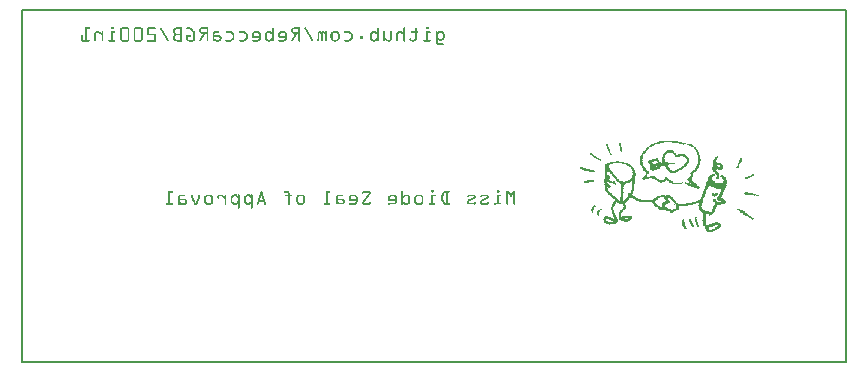
<source format=gbo>
G04 MADE WITH FRITZING*
G04 WWW.FRITZING.ORG*
G04 DOUBLE SIDED*
G04 HOLES PLATED*
G04 CONTOUR ON CENTER OF CONTOUR VECTOR*
%ASAXBY*%
%FSLAX23Y23*%
%MOIN*%
%OFA0B0*%
%SFA1.0B1.0*%
%ADD10R,2.755910X1.181100X2.739910X1.165100*%
%ADD11C,0.008000*%
%ADD12R,0.001000X0.001000*%
%LNSILK0*%
G90*
G70*
G54D11*
X4Y1177D02*
X2752Y1177D01*
X2752Y4D01*
X4Y4D01*
X4Y1177D01*
D02*
G36*
X2001Y735D02*
X2001Y729D01*
X2002Y729D01*
X2002Y720D01*
X2004Y720D01*
X2004Y712D01*
X2006Y712D01*
X2006Y704D01*
X2001Y704D01*
X2001Y707D01*
X1999Y707D01*
X1999Y711D01*
X1998Y711D01*
X1998Y724D01*
X1996Y724D01*
X1996Y735D01*
X2001Y735D01*
G37*
D02*
G36*
X1957Y729D02*
X1957Y725D01*
X1958Y725D01*
X1958Y722D01*
X1960Y722D01*
X1960Y719D01*
X1961Y719D01*
X1961Y714D01*
X1963Y714D01*
X1963Y709D01*
X1965Y709D01*
X1965Y706D01*
X1966Y706D01*
X1966Y702D01*
X1968Y702D01*
X1968Y697D01*
X1970Y697D01*
X1970Y694D01*
X1968Y694D01*
X1968Y693D01*
X1965Y693D01*
X1965Y694D01*
X1963Y694D01*
X1963Y699D01*
X1961Y699D01*
X1961Y702D01*
X1960Y702D01*
X1960Y706D01*
X1958Y706D01*
X1958Y709D01*
X1957Y709D01*
X1957Y714D01*
X1955Y714D01*
X1955Y720D01*
X1953Y720D01*
X1953Y724D01*
X1952Y724D01*
X1952Y729D01*
X1957Y729D01*
G37*
D02*
G36*
X1904Y701D02*
X1904Y699D01*
X1906Y699D01*
X1906Y697D01*
X1907Y697D01*
X1907Y694D01*
X1909Y694D01*
X1909Y693D01*
X1911Y693D01*
X1911Y691D01*
X1916Y691D01*
X1916Y689D01*
X1917Y689D01*
X1917Y688D01*
X1919Y688D01*
X1919Y686D01*
X1922Y686D01*
X1922Y684D01*
X1925Y684D01*
X1925Y683D01*
X1927Y683D01*
X1927Y681D01*
X1930Y681D01*
X1930Y679D01*
X1934Y679D01*
X1934Y678D01*
X1935Y678D01*
X1935Y674D01*
X1930Y674D01*
X1930Y676D01*
X1927Y676D01*
X1927Y678D01*
X1924Y678D01*
X1924Y679D01*
X1922Y679D01*
X1922Y681D01*
X1919Y681D01*
X1919Y683D01*
X1916Y683D01*
X1916Y684D01*
X1912Y684D01*
X1912Y688D01*
X1907Y688D01*
X1907Y689D01*
X1906Y689D01*
X1906Y691D01*
X1904Y691D01*
X1904Y693D01*
X1901Y693D01*
X1901Y694D01*
X1899Y694D01*
X1899Y696D01*
X1898Y696D01*
X1898Y701D01*
X1904Y701D01*
G37*
D02*
G36*
X2167Y711D02*
X2167Y709D01*
X2173Y709D01*
X2173Y707D01*
X2176Y707D01*
X2176Y706D01*
X2178Y706D01*
X2178Y702D01*
X2158Y702D01*
X2158Y701D01*
X2155Y701D01*
X2155Y699D01*
X2153Y699D01*
X2153Y697D01*
X2152Y697D01*
X2152Y696D01*
X2150Y696D01*
X2150Y693D01*
X2148Y693D01*
X2148Y689D01*
X2147Y689D01*
X2147Y683D01*
X2145Y683D01*
X2145Y679D01*
X2147Y679D01*
X2147Y671D01*
X2148Y671D01*
X2148Y670D01*
X2157Y670D01*
X2157Y668D01*
X2139Y668D01*
X2139Y686D01*
X2140Y686D01*
X2140Y693D01*
X2142Y693D01*
X2142Y696D01*
X2144Y696D01*
X2144Y699D01*
X2145Y699D01*
X2145Y701D01*
X2147Y701D01*
X2147Y702D01*
X2148Y702D01*
X2148Y704D01*
X2150Y704D01*
X2150Y707D01*
X2155Y707D01*
X2155Y709D01*
X2160Y709D01*
X2160Y711D01*
X2167Y711D01*
G37*
D02*
G36*
X2180Y702D02*
X2180Y701D01*
X2181Y701D01*
X2181Y699D01*
X2183Y699D01*
X2183Y697D01*
X2185Y697D01*
X2185Y694D01*
X2178Y694D01*
X2178Y696D01*
X2176Y696D01*
X2176Y699D01*
X2175Y699D01*
X2175Y701D01*
X2170Y701D01*
X2170Y702D01*
X2180Y702D01*
G37*
D02*
G36*
X2212Y697D02*
X2212Y696D01*
X2214Y696D01*
X2214Y694D01*
X2191Y694D01*
X2191Y696D01*
X2199Y696D01*
X2199Y697D01*
X2212Y697D01*
G37*
D02*
G36*
X2216Y694D02*
X2216Y693D01*
X2180Y693D01*
X2180Y694D01*
X2216Y694D01*
G37*
D02*
G36*
X2216Y694D02*
X2216Y693D01*
X2180Y693D01*
X2180Y694D01*
X2216Y694D01*
G37*
D02*
G36*
X2217Y693D02*
X2217Y691D01*
X2219Y691D01*
X2219Y689D01*
X2198Y689D01*
X2198Y688D01*
X2189Y688D01*
X2189Y686D01*
X2186Y686D01*
X2186Y684D01*
X2185Y684D01*
X2185Y686D01*
X2183Y686D01*
X2183Y688D01*
X2181Y688D01*
X2181Y691D01*
X2180Y691D01*
X2180Y693D01*
X2217Y693D01*
G37*
D02*
G36*
X2222Y689D02*
X2222Y686D01*
X2226Y686D01*
X2226Y683D01*
X2227Y683D01*
X2227Y679D01*
X2229Y679D01*
X2229Y670D01*
X2227Y670D01*
X2227Y666D01*
X2226Y666D01*
X2226Y665D01*
X2224Y665D01*
X2224Y663D01*
X2222Y663D01*
X2222Y660D01*
X2221Y660D01*
X2221Y658D01*
X2219Y658D01*
X2219Y656D01*
X2217Y656D01*
X2217Y655D01*
X2216Y655D01*
X2216Y653D01*
X2212Y653D01*
X2212Y652D01*
X2211Y652D01*
X2211Y650D01*
X2208Y650D01*
X2208Y648D01*
X2206Y648D01*
X2206Y645D01*
X2203Y645D01*
X2203Y643D01*
X2196Y643D01*
X2196Y642D01*
X2194Y642D01*
X2194Y640D01*
X2178Y640D01*
X2178Y642D01*
X2181Y642D01*
X2181Y643D01*
X2186Y643D01*
X2186Y645D01*
X2189Y645D01*
X2189Y647D01*
X2193Y647D01*
X2193Y650D01*
X2198Y650D01*
X2198Y652D01*
X2201Y652D01*
X2201Y653D01*
X2203Y653D01*
X2203Y655D01*
X2206Y655D01*
X2206Y656D01*
X2208Y656D01*
X2208Y658D01*
X2211Y658D01*
X2211Y660D01*
X2212Y660D01*
X2212Y663D01*
X2214Y663D01*
X2214Y665D01*
X2216Y665D01*
X2216Y666D01*
X2217Y666D01*
X2217Y668D01*
X2219Y668D01*
X2219Y670D01*
X2221Y670D01*
X2221Y679D01*
X2219Y679D01*
X2219Y681D01*
X2217Y681D01*
X2217Y683D01*
X2216Y683D01*
X2216Y684D01*
X2214Y684D01*
X2214Y686D01*
X2211Y686D01*
X2211Y688D01*
X2208Y688D01*
X2208Y689D01*
X2222Y689D01*
G37*
D02*
G36*
X2124Y683D02*
X2124Y681D01*
X2126Y681D01*
X2126Y678D01*
X2127Y678D01*
X2127Y676D01*
X2129Y676D01*
X2129Y674D01*
X2119Y674D01*
X2119Y673D01*
X2111Y673D01*
X2111Y671D01*
X2109Y671D01*
X2109Y670D01*
X2106Y670D01*
X2106Y668D01*
X2107Y668D01*
X2107Y665D01*
X2094Y665D01*
X2094Y666D01*
X2091Y666D01*
X2091Y673D01*
X2093Y673D01*
X2093Y676D01*
X2103Y676D01*
X2103Y678D01*
X2106Y678D01*
X2106Y679D01*
X2111Y679D01*
X2111Y681D01*
X2117Y681D01*
X2117Y683D01*
X2124Y683D01*
G37*
D02*
G36*
X2129Y674D02*
X2129Y671D01*
X2130Y671D01*
X2130Y670D01*
X2135Y670D01*
X2135Y668D01*
X2124Y668D01*
X2124Y670D01*
X2122Y670D01*
X2122Y671D01*
X2121Y671D01*
X2121Y674D01*
X2129Y674D01*
G37*
D02*
G36*
X2180Y668D02*
X2180Y666D01*
X2122Y666D01*
X2122Y668D01*
X2180Y668D01*
G37*
D02*
G36*
X2180Y668D02*
X2180Y666D01*
X2122Y666D01*
X2122Y668D01*
X2180Y668D01*
G37*
D02*
G36*
X2180Y666D02*
X2180Y665D01*
X2117Y665D01*
X2117Y666D01*
X2180Y666D01*
G37*
D02*
G36*
X2178Y665D02*
X2178Y663D01*
X2096Y663D01*
X2096Y665D01*
X2178Y665D01*
G37*
D02*
G36*
X2178Y665D02*
X2178Y663D01*
X2096Y663D01*
X2096Y665D01*
X2178Y665D01*
G37*
D02*
G36*
X2162Y663D02*
X2162Y661D01*
X2157Y661D01*
X2157Y660D01*
X2140Y660D01*
X2140Y658D01*
X2135Y658D01*
X2135Y656D01*
X2119Y656D01*
X2119Y655D01*
X2099Y655D01*
X2099Y656D01*
X2101Y656D01*
X2101Y658D01*
X2098Y658D01*
X2098Y660D01*
X2099Y660D01*
X2099Y661D01*
X2098Y661D01*
X2098Y663D01*
X2162Y663D01*
G37*
D02*
G36*
X2157Y660D02*
X2157Y655D01*
X2158Y655D01*
X2158Y653D01*
X2160Y653D01*
X2160Y652D01*
X2162Y652D01*
X2162Y650D01*
X2163Y650D01*
X2163Y647D01*
X2165Y647D01*
X2165Y645D01*
X2168Y645D01*
X2168Y643D01*
X2170Y643D01*
X2170Y642D01*
X2173Y642D01*
X2173Y640D01*
X2158Y640D01*
X2158Y642D01*
X2157Y642D01*
X2157Y643D01*
X2155Y643D01*
X2155Y645D01*
X2153Y645D01*
X2153Y648D01*
X2152Y648D01*
X2152Y650D01*
X2150Y650D01*
X2150Y653D01*
X2148Y653D01*
X2148Y655D01*
X2147Y655D01*
X2147Y656D01*
X2145Y656D01*
X2145Y658D01*
X2142Y658D01*
X2142Y660D01*
X2157Y660D01*
G37*
D02*
G36*
X2135Y656D02*
X2135Y655D01*
X2121Y655D01*
X2121Y656D01*
X2135Y656D01*
G37*
D02*
G36*
X2134Y655D02*
X2134Y653D01*
X2099Y653D01*
X2099Y655D01*
X2134Y655D01*
G37*
D02*
G36*
X2134Y655D02*
X2134Y653D01*
X2099Y653D01*
X2099Y655D01*
X2134Y655D01*
G37*
D02*
G36*
X2132Y653D02*
X2132Y650D01*
X2130Y650D01*
X2130Y648D01*
X2129Y648D01*
X2129Y647D01*
X2121Y647D01*
X2121Y645D01*
X2116Y645D01*
X2116Y643D01*
X2112Y643D01*
X2112Y642D01*
X2104Y642D01*
X2104Y643D01*
X2101Y643D01*
X2101Y645D01*
X2099Y645D01*
X2099Y647D01*
X2098Y647D01*
X2098Y650D01*
X2099Y650D01*
X2099Y653D01*
X2132Y653D01*
G37*
D02*
G36*
X2191Y640D02*
X2191Y638D01*
X2160Y638D01*
X2160Y640D01*
X2191Y640D01*
G37*
D02*
G36*
X2191Y640D02*
X2191Y638D01*
X2160Y638D01*
X2160Y640D01*
X2191Y640D01*
G37*
D02*
G36*
X2188Y638D02*
X2188Y637D01*
X2183Y637D01*
X2183Y635D01*
X2180Y635D01*
X2180Y633D01*
X2167Y633D01*
X2167Y635D01*
X2163Y635D01*
X2163Y637D01*
X2162Y637D01*
X2162Y638D01*
X2188Y638D01*
G37*
D02*
G36*
X2326Y689D02*
X2326Y684D01*
X2324Y684D01*
X2324Y683D01*
X2322Y683D01*
X2322Y681D01*
X2321Y681D01*
X2321Y678D01*
X2319Y678D01*
X2319Y676D01*
X2317Y676D01*
X2317Y670D01*
X2321Y670D01*
X2321Y668D01*
X2332Y668D01*
X2332Y666D01*
X2335Y666D01*
X2335Y665D01*
X2337Y665D01*
X2337Y663D01*
X2339Y663D01*
X2339Y660D01*
X2322Y660D01*
X2322Y656D01*
X2324Y656D01*
X2324Y655D01*
X2308Y655D01*
X2308Y666D01*
X2309Y666D01*
X2309Y676D01*
X2311Y676D01*
X2311Y679D01*
X2313Y679D01*
X2313Y683D01*
X2314Y683D01*
X2314Y684D01*
X2316Y684D01*
X2316Y686D01*
X2317Y686D01*
X2317Y688D01*
X2321Y688D01*
X2321Y689D01*
X2326Y689D01*
G37*
D02*
G36*
X2340Y660D02*
X2340Y658D01*
X2342Y658D01*
X2342Y655D01*
X2331Y655D01*
X2331Y656D01*
X2332Y656D01*
X2332Y660D01*
X2340Y660D01*
G37*
D02*
G36*
X2340Y655D02*
X2340Y653D01*
X2308Y653D01*
X2308Y655D01*
X2340Y655D01*
G37*
D02*
G36*
X2340Y655D02*
X2340Y653D01*
X2308Y653D01*
X2308Y655D01*
X2340Y655D01*
G37*
D02*
G36*
X2340Y653D02*
X2340Y648D01*
X2339Y648D01*
X2339Y647D01*
X2317Y647D01*
X2317Y645D01*
X2306Y645D01*
X2306Y653D01*
X2340Y653D01*
G37*
D02*
G36*
X2337Y647D02*
X2337Y645D01*
X2324Y645D01*
X2324Y647D01*
X2337Y647D01*
G37*
D02*
G36*
X2322Y647D02*
X2322Y645D01*
X2319Y645D01*
X2319Y647D01*
X2322Y647D01*
G37*
D02*
G36*
X2319Y645D02*
X2319Y642D01*
X2321Y642D01*
X2321Y640D01*
X2322Y640D01*
X2322Y637D01*
X2324Y637D01*
X2324Y633D01*
X2327Y633D01*
X2327Y632D01*
X2329Y632D01*
X2329Y622D01*
X2331Y622D01*
X2331Y620D01*
X2329Y620D01*
X2329Y619D01*
X2327Y619D01*
X2327Y615D01*
X2326Y615D01*
X2326Y614D01*
X2319Y614D01*
X2319Y622D01*
X2321Y622D01*
X2321Y627D01*
X2319Y627D01*
X2319Y630D01*
X2317Y630D01*
X2317Y632D01*
X2316Y632D01*
X2316Y633D01*
X2313Y633D01*
X2313Y637D01*
X2311Y637D01*
X2311Y638D01*
X2309Y638D01*
X2309Y642D01*
X2308Y642D01*
X2308Y643D01*
X2306Y643D01*
X2306Y645D01*
X2319Y645D01*
G37*
D02*
G36*
X2406Y684D02*
X2406Y679D01*
X2404Y679D01*
X2404Y674D01*
X2403Y674D01*
X2403Y671D01*
X2401Y671D01*
X2401Y668D01*
X2399Y668D01*
X2399Y666D01*
X2398Y666D01*
X2398Y663D01*
X2396Y663D01*
X2396Y656D01*
X2395Y656D01*
X2395Y655D01*
X2393Y655D01*
X2393Y650D01*
X2386Y650D01*
X2386Y655D01*
X2388Y655D01*
X2388Y658D01*
X2390Y658D01*
X2390Y663D01*
X2391Y663D01*
X2391Y666D01*
X2393Y666D01*
X2393Y668D01*
X2395Y668D01*
X2395Y673D01*
X2396Y673D01*
X2396Y678D01*
X2398Y678D01*
X2398Y681D01*
X2399Y681D01*
X2399Y683D01*
X2401Y683D01*
X2401Y684D01*
X2406Y684D01*
G37*
D02*
G36*
X1875Y653D02*
X1875Y652D01*
X1881Y652D01*
X1881Y650D01*
X1884Y650D01*
X1884Y648D01*
X1891Y648D01*
X1891Y647D01*
X1898Y647D01*
X1898Y645D01*
X1906Y645D01*
X1906Y643D01*
X1911Y643D01*
X1911Y642D01*
X1914Y642D01*
X1914Y638D01*
X1912Y638D01*
X1912Y637D01*
X1904Y637D01*
X1904Y638D01*
X1896Y638D01*
X1896Y640D01*
X1891Y640D01*
X1891Y642D01*
X1879Y642D01*
X1879Y643D01*
X1876Y643D01*
X1876Y645D01*
X1870Y645D01*
X1870Y647D01*
X1866Y647D01*
X1866Y648D01*
X1865Y648D01*
X1865Y652D01*
X1866Y652D01*
X1866Y653D01*
X1875Y653D01*
G37*
D02*
G36*
X2444Y629D02*
X2444Y627D01*
X2445Y627D01*
X2445Y625D01*
X2444Y625D01*
X2444Y624D01*
X2439Y624D01*
X2439Y622D01*
X2436Y622D01*
X2436Y620D01*
X2434Y620D01*
X2434Y619D01*
X2431Y619D01*
X2431Y617D01*
X2426Y617D01*
X2426Y615D01*
X2421Y615D01*
X2421Y614D01*
X2416Y614D01*
X2416Y619D01*
X2419Y619D01*
X2419Y620D01*
X2422Y620D01*
X2422Y622D01*
X2426Y622D01*
X2426Y624D01*
X2429Y624D01*
X2429Y625D01*
X2436Y625D01*
X2436Y627D01*
X2439Y627D01*
X2439Y629D01*
X2444Y629D01*
G37*
D02*
G36*
X1904Y612D02*
X1904Y611D01*
X1911Y611D01*
X1911Y607D01*
X1912Y607D01*
X1912Y606D01*
X1911Y606D01*
X1911Y604D01*
X1893Y604D01*
X1893Y602D01*
X1888Y602D01*
X1888Y601D01*
X1878Y601D01*
X1878Y606D01*
X1879Y606D01*
X1879Y607D01*
X1888Y607D01*
X1888Y609D01*
X1889Y609D01*
X1889Y611D01*
X1896Y611D01*
X1896Y612D01*
X1904Y612D01*
G37*
D02*
G36*
X2162Y743D02*
X2162Y742D01*
X2183Y742D01*
X2183Y740D01*
X2191Y740D01*
X2191Y738D01*
X2198Y738D01*
X2198Y737D01*
X2145Y737D01*
X2145Y735D01*
X2140Y735D01*
X2140Y734D01*
X2130Y734D01*
X2130Y732D01*
X2124Y732D01*
X2124Y730D01*
X2119Y730D01*
X2119Y729D01*
X2116Y729D01*
X2116Y727D01*
X2112Y727D01*
X2112Y725D01*
X2109Y725D01*
X2109Y724D01*
X2104Y724D01*
X2104Y722D01*
X2101Y722D01*
X2101Y720D01*
X2099Y720D01*
X2099Y719D01*
X2096Y719D01*
X2096Y717D01*
X2094Y717D01*
X2094Y715D01*
X2093Y715D01*
X2093Y714D01*
X2091Y714D01*
X2091Y712D01*
X2089Y712D01*
X2089Y709D01*
X2088Y709D01*
X2088Y707D01*
X2085Y707D01*
X2085Y704D01*
X2083Y704D01*
X2083Y702D01*
X2081Y702D01*
X2081Y701D01*
X2080Y701D01*
X2080Y697D01*
X2078Y697D01*
X2078Y696D01*
X2076Y696D01*
X2076Y694D01*
X2075Y694D01*
X2075Y689D01*
X2073Y689D01*
X2073Y681D01*
X2071Y681D01*
X2071Y676D01*
X2073Y676D01*
X2073Y673D01*
X2071Y673D01*
X2071Y670D01*
X2073Y670D01*
X2073Y665D01*
X2075Y665D01*
X2075Y661D01*
X2076Y661D01*
X2076Y658D01*
X2078Y658D01*
X2078Y655D01*
X2080Y655D01*
X2080Y653D01*
X2081Y653D01*
X2081Y650D01*
X2083Y650D01*
X2083Y647D01*
X2085Y647D01*
X2085Y645D01*
X2086Y645D01*
X2086Y643D01*
X2088Y643D01*
X2088Y642D01*
X2091Y642D01*
X2091Y640D01*
X2093Y640D01*
X2093Y632D01*
X2091Y632D01*
X2091Y629D01*
X2089Y629D01*
X2089Y625D01*
X2088Y625D01*
X2088Y624D01*
X2089Y624D01*
X2089Y622D01*
X2078Y622D01*
X2078Y624D01*
X2080Y624D01*
X2080Y625D01*
X2081Y625D01*
X2081Y627D01*
X2083Y627D01*
X2083Y632D01*
X2085Y632D01*
X2085Y635D01*
X2083Y635D01*
X2083Y637D01*
X2081Y637D01*
X2081Y638D01*
X2080Y638D01*
X2080Y642D01*
X2076Y642D01*
X2076Y643D01*
X2075Y643D01*
X2075Y648D01*
X2073Y648D01*
X2073Y650D01*
X2071Y650D01*
X2071Y655D01*
X2070Y655D01*
X2070Y658D01*
X2068Y658D01*
X2068Y661D01*
X2066Y661D01*
X2066Y673D01*
X2065Y673D01*
X2065Y681D01*
X2066Y681D01*
X2066Y691D01*
X2068Y691D01*
X2068Y694D01*
X2070Y694D01*
X2070Y697D01*
X2071Y697D01*
X2071Y701D01*
X2073Y701D01*
X2073Y702D01*
X2075Y702D01*
X2075Y704D01*
X2076Y704D01*
X2076Y706D01*
X2078Y706D01*
X2078Y707D01*
X2080Y707D01*
X2080Y709D01*
X2081Y709D01*
X2081Y711D01*
X2083Y711D01*
X2083Y712D01*
X2085Y712D01*
X2085Y715D01*
X2086Y715D01*
X2086Y717D01*
X2088Y717D01*
X2088Y719D01*
X2089Y719D01*
X2089Y720D01*
X2091Y720D01*
X2091Y722D01*
X2093Y722D01*
X2093Y724D01*
X2094Y724D01*
X2094Y725D01*
X2098Y725D01*
X2098Y727D01*
X2101Y727D01*
X2101Y729D01*
X2104Y729D01*
X2104Y730D01*
X2107Y730D01*
X2107Y732D01*
X2111Y732D01*
X2111Y734D01*
X2114Y734D01*
X2114Y735D01*
X2121Y735D01*
X2121Y737D01*
X2124Y737D01*
X2124Y738D01*
X2129Y738D01*
X2129Y740D01*
X2135Y740D01*
X2135Y742D01*
X2160Y742D01*
X2160Y743D01*
X2162Y743D01*
G37*
D02*
G36*
X2203Y737D02*
X2203Y735D01*
X2208Y735D01*
X2208Y734D01*
X2219Y734D01*
X2219Y732D01*
X2227Y732D01*
X2227Y730D01*
X2232Y730D01*
X2232Y729D01*
X2211Y729D01*
X2211Y727D01*
X2208Y727D01*
X2208Y729D01*
X2204Y729D01*
X2204Y730D01*
X2201Y730D01*
X2201Y732D01*
X2193Y732D01*
X2193Y734D01*
X2181Y734D01*
X2181Y735D01*
X2170Y735D01*
X2170Y737D01*
X2203Y737D01*
G37*
D02*
G36*
X2237Y729D02*
X2237Y727D01*
X2240Y727D01*
X2240Y725D01*
X2242Y725D01*
X2242Y724D01*
X2245Y724D01*
X2245Y722D01*
X2247Y722D01*
X2247Y720D01*
X2249Y720D01*
X2249Y719D01*
X2250Y719D01*
X2250Y717D01*
X2252Y717D01*
X2252Y715D01*
X2253Y715D01*
X2253Y714D01*
X2255Y714D01*
X2255Y711D01*
X2257Y711D01*
X2257Y707D01*
X2258Y707D01*
X2258Y704D01*
X2260Y704D01*
X2260Y701D01*
X2262Y701D01*
X2262Y694D01*
X2263Y694D01*
X2263Y689D01*
X2265Y689D01*
X2265Y681D01*
X2267Y681D01*
X2267Y673D01*
X2265Y673D01*
X2265Y663D01*
X2263Y663D01*
X2263Y661D01*
X2262Y661D01*
X2262Y656D01*
X2260Y656D01*
X2260Y652D01*
X2258Y652D01*
X2258Y650D01*
X2257Y650D01*
X2257Y648D01*
X2255Y648D01*
X2255Y645D01*
X2253Y645D01*
X2253Y642D01*
X2252Y642D01*
X2252Y640D01*
X2250Y640D01*
X2250Y638D01*
X2249Y638D01*
X2249Y637D01*
X2245Y637D01*
X2245Y635D01*
X2244Y635D01*
X2244Y633D01*
X2242Y633D01*
X2242Y625D01*
X2240Y625D01*
X2240Y619D01*
X2239Y619D01*
X2239Y617D01*
X2237Y617D01*
X2237Y615D01*
X2235Y615D01*
X2235Y614D01*
X2237Y614D01*
X2237Y607D01*
X2239Y607D01*
X2239Y606D01*
X2226Y606D01*
X2226Y604D01*
X2224Y604D01*
X2224Y609D01*
X2222Y609D01*
X2222Y611D01*
X2221Y611D01*
X2221Y615D01*
X2224Y615D01*
X2224Y617D01*
X2227Y617D01*
X2227Y619D01*
X2229Y619D01*
X2229Y620D01*
X2231Y620D01*
X2231Y622D01*
X2232Y622D01*
X2232Y625D01*
X2234Y625D01*
X2234Y630D01*
X2232Y630D01*
X2232Y635D01*
X2234Y635D01*
X2234Y637D01*
X2235Y637D01*
X2235Y638D01*
X2239Y638D01*
X2239Y640D01*
X2240Y640D01*
X2240Y642D01*
X2242Y642D01*
X2242Y643D01*
X2244Y643D01*
X2244Y645D01*
X2247Y645D01*
X2247Y648D01*
X2249Y648D01*
X2249Y650D01*
X2250Y650D01*
X2250Y653D01*
X2252Y653D01*
X2252Y656D01*
X2253Y656D01*
X2253Y658D01*
X2255Y658D01*
X2255Y663D01*
X2257Y663D01*
X2257Y666D01*
X2258Y666D01*
X2258Y689D01*
X2257Y689D01*
X2257Y694D01*
X2255Y694D01*
X2255Y699D01*
X2253Y699D01*
X2253Y704D01*
X2252Y704D01*
X2252Y707D01*
X2250Y707D01*
X2250Y709D01*
X2249Y709D01*
X2249Y712D01*
X2247Y712D01*
X2247Y714D01*
X2245Y714D01*
X2245Y717D01*
X2244Y717D01*
X2244Y719D01*
X2240Y719D01*
X2240Y720D01*
X2237Y720D01*
X2237Y722D01*
X2235Y722D01*
X2235Y724D01*
X2231Y724D01*
X2231Y725D01*
X2229Y725D01*
X2229Y727D01*
X2221Y727D01*
X2221Y729D01*
X2237Y729D01*
G37*
D02*
G36*
X2116Y624D02*
X2116Y622D01*
X2106Y622D01*
X2106Y624D01*
X2116Y624D01*
G37*
D02*
G36*
X2104Y624D02*
X2104Y622D01*
X2098Y622D01*
X2098Y624D01*
X2104Y624D01*
G37*
D02*
G36*
X2117Y622D02*
X2117Y620D01*
X2076Y620D01*
X2076Y622D01*
X2117Y622D01*
G37*
D02*
G36*
X2117Y622D02*
X2117Y620D01*
X2076Y620D01*
X2076Y622D01*
X2117Y622D01*
G37*
D02*
G36*
X2117Y622D02*
X2117Y620D01*
X2076Y620D01*
X2076Y622D01*
X2117Y622D01*
G37*
D02*
G36*
X2117Y620D02*
X2117Y619D01*
X2119Y619D01*
X2119Y617D01*
X2094Y617D01*
X2094Y615D01*
X2088Y615D01*
X2088Y614D01*
X2081Y614D01*
X2081Y612D01*
X2073Y612D01*
X2073Y614D01*
X2070Y614D01*
X2070Y615D01*
X2071Y615D01*
X2071Y617D01*
X2073Y617D01*
X2073Y619D01*
X2075Y619D01*
X2075Y620D01*
X2117Y620D01*
G37*
D02*
G36*
X2153Y619D02*
X2153Y617D01*
X2157Y617D01*
X2157Y615D01*
X2158Y615D01*
X2158Y614D01*
X2162Y614D01*
X2162Y612D01*
X2163Y612D01*
X2163Y611D01*
X2139Y611D01*
X2139Y612D01*
X2145Y612D01*
X2145Y614D01*
X2147Y614D01*
X2147Y617D01*
X2148Y617D01*
X2148Y619D01*
X2153Y619D01*
G37*
D02*
G36*
X2122Y617D02*
X2122Y615D01*
X2126Y615D01*
X2126Y614D01*
X2129Y614D01*
X2129Y612D01*
X2134Y612D01*
X2134Y611D01*
X2117Y611D01*
X2117Y612D01*
X2116Y612D01*
X2116Y614D01*
X2114Y614D01*
X2114Y615D01*
X2103Y615D01*
X2103Y617D01*
X2122Y617D01*
G37*
D02*
G36*
X2167Y611D02*
X2167Y609D01*
X2119Y609D01*
X2119Y611D01*
X2167Y611D01*
G37*
D02*
G36*
X2167Y611D02*
X2167Y609D01*
X2119Y609D01*
X2119Y611D01*
X2167Y611D01*
G37*
D02*
G36*
X2168Y609D02*
X2168Y607D01*
X2170Y607D01*
X2170Y606D01*
X2173Y606D01*
X2173Y604D01*
X2176Y604D01*
X2176Y602D01*
X2189Y602D01*
X2189Y601D01*
X2165Y601D01*
X2165Y602D01*
X2162Y602D01*
X2162Y604D01*
X2160Y604D01*
X2160Y606D01*
X2157Y606D01*
X2157Y607D01*
X2155Y607D01*
X2155Y609D01*
X2168Y609D01*
G37*
D02*
G36*
X2152Y609D02*
X2152Y607D01*
X2150Y607D01*
X2150Y606D01*
X2147Y606D01*
X2147Y604D01*
X2137Y604D01*
X2137Y602D01*
X2132Y602D01*
X2132Y604D01*
X2126Y604D01*
X2126Y606D01*
X2122Y606D01*
X2122Y607D01*
X2121Y607D01*
X2121Y609D01*
X2152Y609D01*
G37*
D02*
G36*
X2240Y606D02*
X2240Y604D01*
X2244Y604D01*
X2244Y602D01*
X2247Y602D01*
X2247Y601D01*
X2249Y601D01*
X2249Y599D01*
X2250Y599D01*
X2250Y597D01*
X2234Y597D01*
X2234Y599D01*
X2232Y599D01*
X2232Y601D01*
X2231Y601D01*
X2231Y602D01*
X2229Y602D01*
X2229Y604D01*
X2227Y604D01*
X2227Y606D01*
X2240Y606D01*
G37*
D02*
G36*
X2219Y604D02*
X2219Y602D01*
X2222Y602D01*
X2222Y601D01*
X2227Y601D01*
X2227Y599D01*
X2212Y599D01*
X2212Y602D01*
X2214Y602D01*
X2214Y604D01*
X2219Y604D01*
G37*
D02*
G36*
X2208Y604D02*
X2208Y602D01*
X2209Y602D01*
X2209Y601D01*
X2191Y601D01*
X2191Y602D01*
X2204Y602D01*
X2204Y604D01*
X2208Y604D01*
G37*
D02*
G36*
X2208Y601D02*
X2208Y599D01*
X2167Y599D01*
X2167Y601D01*
X2208Y601D01*
G37*
D02*
G36*
X2208Y601D02*
X2208Y599D01*
X2167Y599D01*
X2167Y601D01*
X2208Y601D01*
G37*
D02*
G36*
X2232Y599D02*
X2232Y597D01*
X2214Y597D01*
X2214Y599D01*
X2232Y599D01*
G37*
D02*
G36*
X2204Y599D02*
X2204Y597D01*
X2199Y597D01*
X2199Y596D01*
X2175Y596D01*
X2175Y597D01*
X2170Y597D01*
X2170Y599D01*
X2204Y599D01*
G37*
D02*
G36*
X2252Y597D02*
X2252Y596D01*
X2216Y596D01*
X2216Y597D01*
X2252Y597D01*
G37*
D02*
G36*
X2252Y597D02*
X2252Y596D01*
X2216Y596D01*
X2216Y597D01*
X2252Y597D01*
G37*
D02*
G36*
X2255Y596D02*
X2255Y592D01*
X2258Y592D01*
X2258Y591D01*
X2260Y591D01*
X2260Y589D01*
X2262Y589D01*
X2262Y586D01*
X2263Y586D01*
X2263Y583D01*
X2262Y583D01*
X2262Y581D01*
X2253Y581D01*
X2253Y583D01*
X2247Y583D01*
X2247Y584D01*
X2244Y584D01*
X2244Y586D01*
X2240Y586D01*
X2240Y588D01*
X2235Y588D01*
X2235Y589D01*
X2232Y589D01*
X2232Y591D01*
X2227Y591D01*
X2227Y592D01*
X2224Y592D01*
X2224Y594D01*
X2221Y594D01*
X2221Y596D01*
X2255Y596D01*
G37*
D02*
G36*
X2424Y569D02*
X2424Y568D01*
X2432Y568D01*
X2432Y566D01*
X2442Y566D01*
X2442Y565D01*
X2447Y565D01*
X2447Y563D01*
X2452Y563D01*
X2452Y561D01*
X2457Y561D01*
X2457Y560D01*
X2447Y560D01*
X2447Y558D01*
X2444Y558D01*
X2444Y560D01*
X2427Y560D01*
X2427Y561D01*
X2413Y561D01*
X2413Y563D01*
X2411Y563D01*
X2411Y568D01*
X2413Y568D01*
X2413Y569D01*
X2424Y569D01*
G37*
D02*
G36*
X2460Y560D02*
X2460Y558D01*
X2450Y558D01*
X2450Y560D01*
X2460Y560D01*
G37*
D02*
G36*
X2322Y568D02*
X2322Y566D01*
X2324Y566D01*
X2324Y563D01*
X2314Y563D01*
X2314Y565D01*
X2316Y565D01*
X2316Y566D01*
X2319Y566D01*
X2319Y568D01*
X2322Y568D01*
G37*
D02*
G36*
X2309Y568D02*
X2309Y566D01*
X2311Y566D01*
X2311Y565D01*
X2313Y565D01*
X2313Y563D01*
X2303Y563D01*
X2303Y568D01*
X2309Y568D01*
G37*
D02*
G36*
X2324Y563D02*
X2324Y561D01*
X2303Y561D01*
X2303Y563D01*
X2324Y563D01*
G37*
D02*
G36*
X2324Y563D02*
X2324Y561D01*
X2303Y561D01*
X2303Y563D01*
X2324Y563D01*
G37*
D02*
G36*
X2324Y561D02*
X2324Y560D01*
X2322Y560D01*
X2322Y558D01*
X2321Y558D01*
X2321Y556D01*
X2314Y556D01*
X2314Y555D01*
X2311Y555D01*
X2311Y556D01*
X2306Y556D01*
X2306Y558D01*
X2304Y558D01*
X2304Y560D01*
X2303Y560D01*
X2303Y561D01*
X2324Y561D01*
G37*
D02*
G36*
X2180Y530D02*
X2180Y528D01*
X2178Y528D01*
X2178Y530D01*
X2180Y530D01*
G37*
D02*
G36*
X1914Y527D02*
X1914Y525D01*
X1917Y525D01*
X1917Y520D01*
X1914Y520D01*
X1914Y519D01*
X1912Y519D01*
X1912Y517D01*
X1911Y517D01*
X1911Y512D01*
X1909Y512D01*
X1909Y504D01*
X1907Y504D01*
X1907Y502D01*
X1904Y502D01*
X1904Y506D01*
X1902Y506D01*
X1902Y514D01*
X1904Y514D01*
X1904Y520D01*
X1906Y520D01*
X1906Y522D01*
X1907Y522D01*
X1907Y524D01*
X1909Y524D01*
X1909Y525D01*
X1912Y525D01*
X1912Y527D01*
X1914Y527D01*
G37*
D02*
G36*
X2395Y515D02*
X2395Y514D01*
X2399Y514D01*
X2399Y512D01*
X2403Y512D01*
X2403Y510D01*
X2406Y510D01*
X2406Y509D01*
X2409Y509D01*
X2409Y507D01*
X2411Y507D01*
X2411Y506D01*
X2413Y506D01*
X2413Y504D01*
X2414Y504D01*
X2414Y502D01*
X2416Y502D01*
X2416Y501D01*
X2419Y501D01*
X2419Y499D01*
X2422Y499D01*
X2422Y497D01*
X2424Y497D01*
X2424Y496D01*
X2426Y496D01*
X2426Y494D01*
X2427Y494D01*
X2427Y492D01*
X2432Y492D01*
X2432Y491D01*
X2434Y491D01*
X2434Y489D01*
X2436Y489D01*
X2436Y487D01*
X2437Y487D01*
X2437Y486D01*
X2439Y486D01*
X2439Y484D01*
X2442Y484D01*
X2442Y483D01*
X2444Y483D01*
X2444Y479D01*
X2442Y479D01*
X2442Y478D01*
X2439Y478D01*
X2439Y479D01*
X2436Y479D01*
X2436Y481D01*
X2434Y481D01*
X2434Y483D01*
X2431Y483D01*
X2431Y484D01*
X2429Y484D01*
X2429Y486D01*
X2426Y486D01*
X2426Y487D01*
X2424Y487D01*
X2424Y489D01*
X2419Y489D01*
X2419Y491D01*
X2418Y491D01*
X2418Y492D01*
X2414Y492D01*
X2414Y494D01*
X2409Y494D01*
X2409Y497D01*
X2408Y497D01*
X2408Y499D01*
X2404Y499D01*
X2404Y501D01*
X2403Y501D01*
X2403Y502D01*
X2399Y502D01*
X2399Y504D01*
X2398Y504D01*
X2398Y506D01*
X2396Y506D01*
X2396Y507D01*
X2393Y507D01*
X2393Y509D01*
X2391Y509D01*
X2391Y510D01*
X2388Y510D01*
X2388Y514D01*
X2390Y514D01*
X2390Y515D01*
X2395Y515D01*
G37*
D02*
G36*
X1937Y514D02*
X1937Y510D01*
X1935Y510D01*
X1935Y509D01*
X1932Y509D01*
X1932Y506D01*
X1930Y506D01*
X1930Y504D01*
X1929Y504D01*
X1929Y492D01*
X1925Y492D01*
X1925Y491D01*
X1924Y491D01*
X1924Y494D01*
X1922Y494D01*
X1922Y506D01*
X1924Y506D01*
X1924Y509D01*
X1925Y509D01*
X1925Y510D01*
X1927Y510D01*
X1927Y512D01*
X1930Y512D01*
X1930Y514D01*
X1937Y514D01*
G37*
D02*
G36*
X2252Y489D02*
X2252Y487D01*
X2253Y487D01*
X2253Y483D01*
X2252Y483D01*
X2252Y481D01*
X2253Y481D01*
X2253Y474D01*
X2255Y474D01*
X2255Y469D01*
X2257Y469D01*
X2257Y465D01*
X2258Y465D01*
X2258Y461D01*
X2260Y461D01*
X2260Y453D01*
X2258Y453D01*
X2258Y455D01*
X2255Y455D01*
X2255Y460D01*
X2253Y460D01*
X2253Y461D01*
X2252Y461D01*
X2252Y466D01*
X2250Y466D01*
X2250Y469D01*
X2249Y469D01*
X2249Y474D01*
X2247Y474D01*
X2247Y476D01*
X2249Y476D01*
X2249Y478D01*
X2247Y478D01*
X2247Y484D01*
X2249Y484D01*
X2249Y487D01*
X2250Y487D01*
X2250Y489D01*
X2252Y489D01*
G37*
D02*
G36*
X2232Y483D02*
X2232Y481D01*
X2234Y481D01*
X2234Y476D01*
X2235Y476D01*
X2235Y474D01*
X2237Y474D01*
X2237Y468D01*
X2239Y468D01*
X2239Y466D01*
X2240Y466D01*
X2240Y465D01*
X2242Y465D01*
X2242Y461D01*
X2244Y461D01*
X2244Y458D01*
X2245Y458D01*
X2245Y453D01*
X2239Y453D01*
X2239Y455D01*
X2237Y455D01*
X2237Y456D01*
X2235Y456D01*
X2235Y458D01*
X2234Y458D01*
X2234Y463D01*
X2232Y463D01*
X2232Y466D01*
X2231Y466D01*
X2231Y469D01*
X2227Y469D01*
X2227Y476D01*
X2229Y476D01*
X2229Y481D01*
X2231Y481D01*
X2231Y483D01*
X2232Y483D01*
G37*
D02*
G36*
X2211Y479D02*
X2211Y476D01*
X2212Y476D01*
X2212Y471D01*
X2214Y471D01*
X2214Y458D01*
X2216Y458D01*
X2216Y456D01*
X2217Y456D01*
X2217Y455D01*
X2219Y455D01*
X2219Y451D01*
X2221Y451D01*
X2221Y446D01*
X2214Y446D01*
X2214Y448D01*
X2212Y448D01*
X2212Y450D01*
X2211Y450D01*
X2211Y453D01*
X2208Y453D01*
X2208Y458D01*
X2206Y458D01*
X2206Y469D01*
X2204Y469D01*
X2204Y471D01*
X2206Y471D01*
X2206Y476D01*
X2204Y476D01*
X2204Y478D01*
X2208Y478D01*
X2208Y479D01*
X2211Y479D01*
G37*
D02*
G36*
X1996Y673D02*
X1996Y671D01*
X2007Y671D01*
X2007Y670D01*
X2012Y670D01*
X2012Y668D01*
X2017Y668D01*
X2017Y666D01*
X1975Y666D01*
X1975Y665D01*
X1970Y665D01*
X1970Y663D01*
X1965Y663D01*
X1965Y661D01*
X1961Y661D01*
X1961Y660D01*
X1960Y660D01*
X1960Y655D01*
X1961Y655D01*
X1961Y650D01*
X1963Y650D01*
X1963Y648D01*
X1965Y648D01*
X1965Y645D01*
X1966Y645D01*
X1966Y643D01*
X1968Y643D01*
X1968Y642D01*
X1957Y642D01*
X1957Y638D01*
X1955Y638D01*
X1955Y627D01*
X1960Y627D01*
X1960Y625D01*
X1961Y625D01*
X1961Y624D01*
X1963Y624D01*
X1963Y619D01*
X1965Y619D01*
X1965Y615D01*
X1961Y615D01*
X1961Y612D01*
X1963Y612D01*
X1963Y611D01*
X1965Y611D01*
X1965Y607D01*
X1953Y607D01*
X1953Y606D01*
X1945Y606D01*
X1945Y614D01*
X1947Y614D01*
X1947Y632D01*
X1948Y632D01*
X1948Y663D01*
X1950Y663D01*
X1950Y665D01*
X1955Y665D01*
X1955Y666D01*
X1960Y666D01*
X1960Y668D01*
X1965Y668D01*
X1965Y670D01*
X1975Y670D01*
X1975Y671D01*
X1983Y671D01*
X1983Y673D01*
X1996Y673D01*
G37*
D02*
G36*
X2024Y666D02*
X2024Y665D01*
X2027Y665D01*
X2027Y663D01*
X2030Y663D01*
X2030Y661D01*
X2032Y661D01*
X2032Y660D01*
X2034Y660D01*
X2034Y658D01*
X2037Y658D01*
X2037Y655D01*
X2040Y655D01*
X2040Y653D01*
X2042Y653D01*
X2042Y652D01*
X2044Y652D01*
X2044Y648D01*
X2045Y648D01*
X2045Y645D01*
X2047Y645D01*
X2047Y642D01*
X2048Y642D01*
X2048Y635D01*
X2050Y635D01*
X2050Y630D01*
X2048Y630D01*
X2048Y629D01*
X2050Y629D01*
X2050Y625D01*
X2048Y625D01*
X2048Y617D01*
X2047Y617D01*
X2047Y607D01*
X2037Y607D01*
X2037Y606D01*
X2034Y606D01*
X2034Y604D01*
X2014Y604D01*
X2014Y606D01*
X2017Y606D01*
X2017Y607D01*
X2024Y607D01*
X2024Y609D01*
X2027Y609D01*
X2027Y611D01*
X2029Y611D01*
X2029Y612D01*
X2030Y612D01*
X2030Y614D01*
X2034Y614D01*
X2034Y615D01*
X2035Y615D01*
X2035Y617D01*
X2037Y617D01*
X2037Y622D01*
X2039Y622D01*
X2039Y627D01*
X2040Y627D01*
X2040Y630D01*
X2039Y630D01*
X2039Y632D01*
X2040Y632D01*
X2040Y635D01*
X2039Y635D01*
X2039Y637D01*
X2040Y637D01*
X2040Y640D01*
X2039Y640D01*
X2039Y645D01*
X2037Y645D01*
X2037Y648D01*
X2035Y648D01*
X2035Y650D01*
X2034Y650D01*
X2034Y653D01*
X2030Y653D01*
X2030Y655D01*
X2027Y655D01*
X2027Y656D01*
X2025Y656D01*
X2025Y658D01*
X2022Y658D01*
X2022Y660D01*
X2021Y660D01*
X2021Y661D01*
X2017Y661D01*
X2017Y663D01*
X2011Y663D01*
X2011Y665D01*
X2004Y665D01*
X2004Y666D01*
X2024Y666D01*
G37*
D02*
G36*
X1968Y642D02*
X1968Y640D01*
X1970Y640D01*
X1970Y638D01*
X1973Y638D01*
X1973Y635D01*
X1975Y635D01*
X1975Y633D01*
X1976Y633D01*
X1976Y630D01*
X1978Y630D01*
X1978Y627D01*
X1980Y627D01*
X1980Y625D01*
X1981Y625D01*
X1981Y624D01*
X1983Y624D01*
X1983Y622D01*
X1984Y622D01*
X1984Y620D01*
X1986Y620D01*
X1986Y619D01*
X1988Y619D01*
X1988Y615D01*
X1991Y615D01*
X1991Y614D01*
X1993Y614D01*
X1993Y612D01*
X1994Y612D01*
X1994Y611D01*
X1996Y611D01*
X1996Y607D01*
X1999Y607D01*
X1999Y606D01*
X2009Y606D01*
X2009Y604D01*
X1989Y604D01*
X1989Y606D01*
X1988Y606D01*
X1988Y607D01*
X1986Y607D01*
X1986Y609D01*
X1984Y609D01*
X1984Y612D01*
X1983Y612D01*
X1983Y614D01*
X1981Y614D01*
X1981Y615D01*
X1980Y615D01*
X1980Y617D01*
X1978Y617D01*
X1978Y619D01*
X1976Y619D01*
X1976Y620D01*
X1975Y620D01*
X1975Y622D01*
X1973Y622D01*
X1973Y624D01*
X1971Y624D01*
X1971Y627D01*
X1970Y627D01*
X1970Y629D01*
X1968Y629D01*
X1968Y632D01*
X1966Y632D01*
X1966Y633D01*
X1965Y633D01*
X1965Y635D01*
X1963Y635D01*
X1963Y637D01*
X1961Y637D01*
X1961Y638D01*
X1958Y638D01*
X1958Y642D01*
X1968Y642D01*
G37*
D02*
G36*
X2309Y630D02*
X2309Y629D01*
X2313Y629D01*
X2313Y625D01*
X2309Y625D01*
X2309Y624D01*
X2308Y624D01*
X2308Y622D01*
X2306Y622D01*
X2306Y619D01*
X2304Y619D01*
X2304Y615D01*
X2303Y615D01*
X2303Y614D01*
X2306Y614D01*
X2306Y611D01*
X2308Y611D01*
X2308Y607D01*
X2309Y607D01*
X2309Y606D01*
X2313Y606D01*
X2313Y604D01*
X2314Y604D01*
X2314Y602D01*
X2317Y602D01*
X2317Y601D01*
X2286Y601D01*
X2286Y604D01*
X2288Y604D01*
X2288Y607D01*
X2290Y607D01*
X2290Y614D01*
X2291Y614D01*
X2291Y619D01*
X2293Y619D01*
X2293Y622D01*
X2294Y622D01*
X2294Y624D01*
X2298Y624D01*
X2298Y625D01*
X2299Y625D01*
X2299Y627D01*
X2303Y627D01*
X2303Y629D01*
X2306Y629D01*
X2306Y630D01*
X2309Y630D01*
G37*
D02*
G36*
X2340Y627D02*
X2340Y625D01*
X2344Y625D01*
X2344Y624D01*
X2345Y624D01*
X2345Y622D01*
X2347Y622D01*
X2347Y620D01*
X2349Y620D01*
X2349Y619D01*
X2350Y619D01*
X2350Y615D01*
X2352Y615D01*
X2352Y612D01*
X2354Y612D01*
X2354Y602D01*
X2355Y602D01*
X2355Y601D01*
X2334Y601D01*
X2334Y602D01*
X2340Y602D01*
X2340Y606D01*
X2344Y606D01*
X2344Y609D01*
X2342Y609D01*
X2342Y611D01*
X2344Y611D01*
X2344Y612D01*
X2340Y612D01*
X2340Y615D01*
X2339Y615D01*
X2339Y617D01*
X2337Y617D01*
X2337Y619D01*
X2334Y619D01*
X2334Y622D01*
X2332Y622D01*
X2332Y625D01*
X2334Y625D01*
X2334Y627D01*
X2340Y627D01*
G37*
D02*
G36*
X2047Y607D02*
X2047Y597D01*
X2045Y597D01*
X2045Y583D01*
X2044Y583D01*
X2044Y581D01*
X2045Y581D01*
X2045Y579D01*
X2044Y579D01*
X2044Y574D01*
X2042Y574D01*
X2042Y571D01*
X2040Y571D01*
X2040Y568D01*
X2039Y568D01*
X2039Y566D01*
X2040Y566D01*
X2040Y563D01*
X2039Y563D01*
X2039Y560D01*
X2040Y560D01*
X2040Y558D01*
X2044Y558D01*
X2044Y556D01*
X2047Y556D01*
X2047Y555D01*
X2048Y555D01*
X2048Y553D01*
X2050Y553D01*
X2050Y551D01*
X2030Y551D01*
X2030Y550D01*
X2029Y550D01*
X2029Y548D01*
X2027Y548D01*
X2027Y545D01*
X2025Y545D01*
X2025Y543D01*
X2024Y543D01*
X2024Y542D01*
X2011Y542D01*
X2011Y543D01*
X2012Y543D01*
X2012Y545D01*
X2016Y545D01*
X2016Y547D01*
X2017Y547D01*
X2017Y548D01*
X2019Y548D01*
X2019Y550D01*
X2021Y550D01*
X2021Y551D01*
X2022Y551D01*
X2022Y553D01*
X2024Y553D01*
X2024Y556D01*
X2025Y556D01*
X2025Y560D01*
X2024Y560D01*
X2024Y565D01*
X2025Y565D01*
X2025Y566D01*
X2032Y566D01*
X2032Y568D01*
X2034Y568D01*
X2034Y573D01*
X2035Y573D01*
X2035Y576D01*
X2037Y576D01*
X2037Y581D01*
X2039Y581D01*
X2039Y607D01*
X2047Y607D01*
G37*
D02*
G36*
X1978Y607D02*
X1978Y606D01*
X1980Y606D01*
X1980Y604D01*
X1973Y604D01*
X1973Y607D01*
X1978Y607D01*
G37*
D02*
G36*
X1966Y607D02*
X1966Y606D01*
X1955Y606D01*
X1955Y607D01*
X1966Y607D01*
G37*
D02*
G36*
X1970Y606D02*
X1970Y604D01*
X1945Y604D01*
X1945Y606D01*
X1970Y606D01*
G37*
D02*
G36*
X1970Y606D02*
X1970Y604D01*
X1945Y604D01*
X1945Y606D01*
X1970Y606D01*
G37*
D02*
G36*
X2030Y604D02*
X2030Y602D01*
X1993Y602D01*
X1993Y604D01*
X2030Y604D01*
G37*
D02*
G36*
X2030Y604D02*
X2030Y602D01*
X1993Y602D01*
X1993Y604D01*
X2030Y604D01*
G37*
D02*
G36*
X1980Y604D02*
X1980Y602D01*
X1960Y602D01*
X1960Y604D01*
X1980Y604D01*
G37*
D02*
G36*
X1980Y604D02*
X1980Y602D01*
X1960Y602D01*
X1960Y604D01*
X1980Y604D01*
G37*
D02*
G36*
X1953Y604D02*
X1953Y601D01*
X1955Y601D01*
X1955Y599D01*
X1957Y599D01*
X1957Y597D01*
X1958Y597D01*
X1958Y596D01*
X1960Y596D01*
X1960Y594D01*
X1965Y594D01*
X1965Y592D01*
X1966Y592D01*
X1966Y589D01*
X1968Y589D01*
X1968Y586D01*
X1955Y586D01*
X1955Y583D01*
X1957Y583D01*
X1957Y581D01*
X1955Y581D01*
X1955Y579D01*
X1957Y579D01*
X1957Y576D01*
X1958Y576D01*
X1958Y573D01*
X1960Y573D01*
X1960Y571D01*
X1963Y571D01*
X1963Y569D01*
X1966Y569D01*
X1966Y568D01*
X1968Y568D01*
X1968Y566D01*
X1970Y566D01*
X1970Y563D01*
X1971Y563D01*
X1971Y561D01*
X1973Y561D01*
X1973Y560D01*
X1975Y560D01*
X1975Y558D01*
X1978Y558D01*
X1978Y556D01*
X1980Y556D01*
X1980Y553D01*
X1983Y553D01*
X1983Y551D01*
X1984Y551D01*
X1984Y550D01*
X1988Y550D01*
X1988Y548D01*
X1989Y548D01*
X1989Y547D01*
X1991Y547D01*
X1991Y545D01*
X1993Y545D01*
X1993Y543D01*
X1996Y543D01*
X1996Y542D01*
X1981Y542D01*
X1981Y543D01*
X1980Y543D01*
X1980Y547D01*
X1976Y547D01*
X1976Y550D01*
X1973Y550D01*
X1973Y551D01*
X1971Y551D01*
X1971Y553D01*
X1970Y553D01*
X1970Y555D01*
X1968Y555D01*
X1968Y556D01*
X1966Y556D01*
X1966Y558D01*
X1965Y558D01*
X1965Y560D01*
X1961Y560D01*
X1961Y561D01*
X1958Y561D01*
X1958Y563D01*
X1957Y563D01*
X1957Y566D01*
X1955Y566D01*
X1955Y568D01*
X1953Y568D01*
X1953Y571D01*
X1952Y571D01*
X1952Y573D01*
X1950Y573D01*
X1950Y574D01*
X1948Y574D01*
X1948Y579D01*
X1947Y579D01*
X1947Y581D01*
X1948Y581D01*
X1948Y588D01*
X1947Y588D01*
X1947Y594D01*
X1945Y594D01*
X1945Y596D01*
X1947Y596D01*
X1947Y599D01*
X1945Y599D01*
X1945Y604D01*
X1953Y604D01*
G37*
D02*
G36*
X2027Y602D02*
X2027Y601D01*
X2022Y601D01*
X2022Y599D01*
X2019Y599D01*
X2019Y597D01*
X2017Y597D01*
X2017Y596D01*
X2014Y596D01*
X2014Y594D01*
X2012Y594D01*
X2012Y592D01*
X2011Y592D01*
X2011Y588D01*
X2009Y588D01*
X2009Y583D01*
X2011Y583D01*
X2011Y581D01*
X2009Y581D01*
X2009Y569D01*
X2011Y569D01*
X2011Y568D01*
X2009Y568D01*
X2009Y558D01*
X2007Y558D01*
X2007Y543D01*
X2009Y543D01*
X2009Y542D01*
X1998Y542D01*
X1998Y545D01*
X1999Y545D01*
X1999Y550D01*
X2001Y550D01*
X2001Y551D01*
X1999Y551D01*
X1999Y555D01*
X2001Y555D01*
X2001Y565D01*
X2002Y565D01*
X2002Y592D01*
X2001Y592D01*
X2001Y597D01*
X1999Y597D01*
X1999Y599D01*
X1998Y599D01*
X1998Y601D01*
X1996Y601D01*
X1996Y602D01*
X2027Y602D01*
G37*
D02*
G36*
X1981Y602D02*
X1981Y601D01*
X1984Y601D01*
X1984Y599D01*
X1986Y599D01*
X1986Y597D01*
X1988Y597D01*
X1988Y596D01*
X1986Y596D01*
X1986Y594D01*
X1981Y594D01*
X1981Y596D01*
X1978Y596D01*
X1978Y597D01*
X1976Y597D01*
X1976Y599D01*
X1975Y599D01*
X1975Y601D01*
X1973Y601D01*
X1973Y602D01*
X1981Y602D01*
G37*
D02*
G36*
X1971Y602D02*
X1971Y601D01*
X1970Y601D01*
X1970Y599D01*
X1965Y599D01*
X1965Y601D01*
X1961Y601D01*
X1961Y602D01*
X1971Y602D01*
G37*
D02*
G36*
X2355Y601D02*
X2355Y599D01*
X2286Y599D01*
X2286Y601D01*
X2355Y601D01*
G37*
D02*
G36*
X2355Y601D02*
X2355Y599D01*
X2286Y599D01*
X2286Y601D01*
X2355Y601D01*
G37*
D02*
G36*
X2354Y599D02*
X2354Y596D01*
X2352Y596D01*
X2352Y594D01*
X2354Y594D01*
X2354Y592D01*
X2293Y592D01*
X2293Y588D01*
X2291Y588D01*
X2291Y586D01*
X2290Y586D01*
X2290Y581D01*
X2288Y581D01*
X2288Y576D01*
X2286Y576D01*
X2286Y571D01*
X2285Y571D01*
X2285Y568D01*
X2283Y568D01*
X2283Y565D01*
X2281Y565D01*
X2281Y561D01*
X2280Y561D01*
X2280Y555D01*
X2278Y555D01*
X2278Y551D01*
X2276Y551D01*
X2276Y545D01*
X2275Y545D01*
X2275Y540D01*
X2273Y540D01*
X2273Y535D01*
X2258Y535D01*
X2258Y533D01*
X2252Y533D01*
X2252Y532D01*
X2219Y532D01*
X2219Y533D01*
X2229Y533D01*
X2229Y535D01*
X2239Y535D01*
X2239Y537D01*
X2245Y537D01*
X2245Y538D01*
X2250Y538D01*
X2250Y540D01*
X2253Y540D01*
X2253Y542D01*
X2258Y542D01*
X2258Y543D01*
X2262Y543D01*
X2262Y545D01*
X2265Y545D01*
X2265Y548D01*
X2267Y548D01*
X2267Y550D01*
X2268Y550D01*
X2268Y555D01*
X2270Y555D01*
X2270Y558D01*
X2272Y558D01*
X2272Y563D01*
X2273Y563D01*
X2273Y568D01*
X2275Y568D01*
X2275Y573D01*
X2276Y573D01*
X2276Y574D01*
X2278Y574D01*
X2278Y581D01*
X2280Y581D01*
X2280Y586D01*
X2281Y586D01*
X2281Y591D01*
X2283Y591D01*
X2283Y592D01*
X2285Y592D01*
X2285Y597D01*
X2286Y597D01*
X2286Y599D01*
X2354Y599D01*
G37*
D02*
G36*
X2352Y592D02*
X2352Y589D01*
X2303Y589D01*
X2303Y588D01*
X2301Y588D01*
X2301Y589D01*
X2299Y589D01*
X2299Y591D01*
X2296Y591D01*
X2296Y592D01*
X2352Y592D01*
G37*
D02*
G36*
X2352Y589D02*
X2352Y586D01*
X2350Y586D01*
X2350Y583D01*
X2349Y583D01*
X2349Y578D01*
X2347Y578D01*
X2347Y576D01*
X2345Y576D01*
X2345Y571D01*
X2344Y571D01*
X2344Y569D01*
X2342Y569D01*
X2342Y565D01*
X2340Y565D01*
X2340Y560D01*
X2339Y560D01*
X2339Y556D01*
X2337Y556D01*
X2337Y553D01*
X2335Y553D01*
X2335Y551D01*
X2337Y551D01*
X2337Y550D01*
X2340Y550D01*
X2340Y548D01*
X2344Y548D01*
X2344Y547D01*
X2345Y547D01*
X2345Y545D01*
X2347Y545D01*
X2347Y543D01*
X2349Y543D01*
X2349Y540D01*
X2350Y540D01*
X2350Y535D01*
X2332Y535D01*
X2332Y537D01*
X2335Y537D01*
X2335Y540D01*
X2331Y540D01*
X2331Y542D01*
X2326Y542D01*
X2326Y543D01*
X2324Y543D01*
X2324Y545D01*
X2322Y545D01*
X2322Y547D01*
X2321Y547D01*
X2321Y551D01*
X2322Y551D01*
X2322Y555D01*
X2326Y555D01*
X2326Y558D01*
X2327Y558D01*
X2327Y560D01*
X2329Y560D01*
X2329Y563D01*
X2331Y563D01*
X2331Y566D01*
X2332Y566D01*
X2332Y571D01*
X2334Y571D01*
X2334Y574D01*
X2335Y574D01*
X2335Y578D01*
X2334Y578D01*
X2334Y579D01*
X2329Y579D01*
X2329Y581D01*
X2319Y581D01*
X2319Y583D01*
X2314Y583D01*
X2314Y584D01*
X2311Y584D01*
X2311Y586D01*
X2308Y586D01*
X2308Y588D01*
X2304Y588D01*
X2304Y589D01*
X2352Y589D01*
G37*
D02*
G36*
X1966Y586D02*
X1966Y584D01*
X1961Y584D01*
X1961Y586D01*
X1966Y586D01*
G37*
D02*
G36*
X1960Y586D02*
X1960Y584D01*
X1958Y584D01*
X1958Y586D01*
X1960Y586D01*
G37*
D02*
G36*
X2163Y560D02*
X2163Y558D01*
X2152Y558D01*
X2152Y560D01*
X2163Y560D01*
G37*
D02*
G36*
X2148Y560D02*
X2148Y558D01*
X2134Y558D01*
X2134Y560D01*
X2148Y560D01*
G37*
D02*
G36*
X2165Y558D02*
X2165Y556D01*
X2129Y556D01*
X2129Y558D01*
X2165Y558D01*
G37*
D02*
G36*
X2165Y558D02*
X2165Y556D01*
X2129Y556D01*
X2129Y558D01*
X2165Y558D01*
G37*
D02*
G36*
X2168Y556D02*
X2168Y555D01*
X2170Y555D01*
X2170Y553D01*
X2132Y553D01*
X2132Y551D01*
X2129Y551D01*
X2129Y550D01*
X2126Y550D01*
X2126Y547D01*
X2124Y547D01*
X2124Y545D01*
X2122Y545D01*
X2122Y543D01*
X2083Y543D01*
X2083Y545D01*
X2107Y545D01*
X2107Y547D01*
X2109Y547D01*
X2109Y548D01*
X2111Y548D01*
X2111Y550D01*
X2114Y550D01*
X2114Y551D01*
X2117Y551D01*
X2117Y553D01*
X2121Y553D01*
X2121Y555D01*
X2122Y555D01*
X2122Y556D01*
X2168Y556D01*
G37*
D02*
G36*
X2173Y553D02*
X2173Y551D01*
X2158Y551D01*
X2158Y545D01*
X2162Y545D01*
X2162Y542D01*
X2163Y542D01*
X2163Y538D01*
X2165Y538D01*
X2165Y535D01*
X2163Y535D01*
X2163Y533D01*
X2158Y533D01*
X2158Y532D01*
X2152Y532D01*
X2152Y530D01*
X2150Y530D01*
X2150Y528D01*
X2148Y528D01*
X2148Y522D01*
X2139Y522D01*
X2139Y535D01*
X2140Y535D01*
X2140Y537D01*
X2144Y537D01*
X2144Y538D01*
X2147Y538D01*
X2147Y540D01*
X2150Y540D01*
X2150Y543D01*
X2148Y543D01*
X2148Y545D01*
X2147Y545D01*
X2147Y548D01*
X2145Y548D01*
X2145Y551D01*
X2144Y551D01*
X2144Y553D01*
X2173Y553D01*
G37*
D02*
G36*
X2175Y551D02*
X2175Y550D01*
X2176Y550D01*
X2176Y548D01*
X2178Y548D01*
X2178Y545D01*
X2180Y545D01*
X2180Y542D01*
X2181Y542D01*
X2181Y540D01*
X2183Y540D01*
X2183Y538D01*
X2185Y538D01*
X2185Y537D01*
X2186Y537D01*
X2186Y535D01*
X2188Y535D01*
X2188Y533D01*
X2191Y533D01*
X2191Y532D01*
X2180Y532D01*
X2180Y533D01*
X2178Y533D01*
X2178Y538D01*
X2176Y538D01*
X2176Y540D01*
X2173Y540D01*
X2173Y542D01*
X2171Y542D01*
X2171Y543D01*
X2170Y543D01*
X2170Y545D01*
X2168Y545D01*
X2168Y548D01*
X2165Y548D01*
X2165Y550D01*
X2160Y550D01*
X2160Y551D01*
X2175Y551D01*
G37*
D02*
G36*
X2053Y551D02*
X2053Y550D01*
X2057Y550D01*
X2057Y548D01*
X2060Y548D01*
X2060Y547D01*
X2068Y547D01*
X2068Y545D01*
X2075Y545D01*
X2075Y543D01*
X2048Y543D01*
X2048Y545D01*
X2047Y545D01*
X2047Y547D01*
X2044Y547D01*
X2044Y548D01*
X2040Y548D01*
X2040Y550D01*
X2037Y550D01*
X2037Y551D01*
X2053Y551D01*
G37*
D02*
G36*
X2316Y548D02*
X2316Y547D01*
X2319Y547D01*
X2319Y542D01*
X2321Y542D01*
X2321Y540D01*
X2322Y540D01*
X2322Y537D01*
X2331Y537D01*
X2331Y535D01*
X2313Y535D01*
X2313Y537D01*
X2311Y537D01*
X2311Y538D01*
X2309Y538D01*
X2309Y547D01*
X2311Y547D01*
X2311Y548D01*
X2316Y548D01*
G37*
D02*
G36*
X2117Y543D02*
X2117Y542D01*
X2052Y542D01*
X2052Y543D01*
X2117Y543D01*
G37*
D02*
G36*
X2117Y543D02*
X2117Y542D01*
X2052Y542D01*
X2052Y543D01*
X2117Y543D01*
G37*
D02*
G36*
X2117Y542D02*
X2117Y540D01*
X2116Y540D01*
X2116Y538D01*
X2081Y538D01*
X2081Y537D01*
X2068Y537D01*
X2068Y538D01*
X2062Y538D01*
X2062Y540D01*
X2057Y540D01*
X2057Y542D01*
X2117Y542D01*
G37*
D02*
G36*
X2021Y542D02*
X2021Y540D01*
X1980Y540D01*
X1980Y542D01*
X2021Y542D01*
G37*
D02*
G36*
X2021Y542D02*
X2021Y540D01*
X1980Y540D01*
X1980Y542D01*
X2021Y542D01*
G37*
D02*
G36*
X2021Y542D02*
X2021Y540D01*
X1980Y540D01*
X1980Y542D01*
X2021Y542D01*
G37*
D02*
G36*
X2021Y540D02*
X2021Y538D01*
X2019Y538D01*
X2019Y537D01*
X1986Y537D01*
X1986Y535D01*
X1984Y535D01*
X1984Y533D01*
X1983Y533D01*
X1983Y530D01*
X1981Y530D01*
X1981Y528D01*
X1980Y528D01*
X1980Y524D01*
X1978Y524D01*
X1978Y520D01*
X1976Y520D01*
X1976Y509D01*
X1978Y509D01*
X1978Y502D01*
X1980Y502D01*
X1980Y497D01*
X1981Y497D01*
X1981Y494D01*
X1983Y494D01*
X1983Y491D01*
X1984Y491D01*
X1984Y489D01*
X1986Y489D01*
X1986Y486D01*
X1988Y486D01*
X1988Y484D01*
X1989Y484D01*
X1989Y481D01*
X1978Y481D01*
X1978Y486D01*
X1976Y486D01*
X1976Y492D01*
X1975Y492D01*
X1975Y494D01*
X1973Y494D01*
X1973Y496D01*
X1971Y496D01*
X1971Y506D01*
X1970Y506D01*
X1970Y509D01*
X1968Y509D01*
X1968Y520D01*
X1970Y520D01*
X1970Y525D01*
X1971Y525D01*
X1971Y530D01*
X1973Y530D01*
X1973Y532D01*
X1975Y532D01*
X1975Y535D01*
X1976Y535D01*
X1976Y537D01*
X1978Y537D01*
X1978Y540D01*
X2021Y540D01*
G37*
D02*
G36*
X2116Y538D02*
X2116Y535D01*
X2117Y535D01*
X2117Y532D01*
X2121Y532D01*
X2121Y528D01*
X2122Y528D01*
X2122Y527D01*
X2126Y527D01*
X2126Y525D01*
X2127Y525D01*
X2127Y524D01*
X2132Y524D01*
X2132Y522D01*
X2116Y522D01*
X2116Y524D01*
X2114Y524D01*
X2114Y525D01*
X2112Y525D01*
X2112Y527D01*
X2111Y527D01*
X2111Y530D01*
X2109Y530D01*
X2109Y533D01*
X2106Y533D01*
X2106Y537D01*
X2104Y537D01*
X2104Y538D01*
X2116Y538D01*
G37*
D02*
G36*
X2017Y537D02*
X2017Y535D01*
X2014Y535D01*
X2014Y532D01*
X2006Y532D01*
X2006Y530D01*
X1996Y530D01*
X1996Y532D01*
X1993Y532D01*
X1993Y535D01*
X1988Y535D01*
X1988Y537D01*
X2017Y537D01*
G37*
D02*
G36*
X2349Y535D02*
X2349Y533D01*
X2313Y533D01*
X2313Y535D01*
X2349Y535D01*
G37*
D02*
G36*
X2349Y535D02*
X2349Y533D01*
X2313Y533D01*
X2313Y535D01*
X2349Y535D01*
G37*
D02*
G36*
X2272Y535D02*
X2272Y532D01*
X2270Y532D01*
X2270Y524D01*
X2268Y524D01*
X2268Y519D01*
X2270Y519D01*
X2270Y515D01*
X2272Y515D01*
X2272Y514D01*
X2273Y514D01*
X2273Y512D01*
X2275Y512D01*
X2275Y510D01*
X2276Y510D01*
X2276Y509D01*
X2281Y509D01*
X2281Y507D01*
X2286Y507D01*
X2286Y506D01*
X2294Y506D01*
X2294Y504D01*
X2268Y504D01*
X2268Y506D01*
X2267Y506D01*
X2267Y507D01*
X2265Y507D01*
X2265Y510D01*
X2263Y510D01*
X2263Y512D01*
X2262Y512D01*
X2262Y514D01*
X2260Y514D01*
X2260Y519D01*
X2258Y519D01*
X2258Y520D01*
X2260Y520D01*
X2260Y524D01*
X2258Y524D01*
X2258Y527D01*
X2260Y527D01*
X2260Y535D01*
X2272Y535D01*
G37*
D02*
G36*
X2347Y533D02*
X2347Y532D01*
X2344Y532D01*
X2344Y530D01*
X2335Y530D01*
X2335Y528D01*
X2326Y528D01*
X2326Y527D01*
X2322Y527D01*
X2322Y525D01*
X2321Y525D01*
X2321Y522D01*
X2319Y522D01*
X2319Y519D01*
X2317Y519D01*
X2317Y514D01*
X2316Y514D01*
X2316Y509D01*
X2314Y509D01*
X2314Y507D01*
X2313Y507D01*
X2313Y504D01*
X2303Y504D01*
X2303Y506D01*
X2304Y506D01*
X2304Y510D01*
X2306Y510D01*
X2306Y514D01*
X2308Y514D01*
X2308Y520D01*
X2309Y520D01*
X2309Y524D01*
X2311Y524D01*
X2311Y527D01*
X2313Y527D01*
X2313Y532D01*
X2314Y532D01*
X2314Y533D01*
X2347Y533D01*
G37*
D02*
G36*
X2196Y533D02*
X2196Y532D01*
X2193Y532D01*
X2193Y533D01*
X2196Y533D01*
G37*
D02*
G36*
X2247Y532D02*
X2247Y530D01*
X2181Y530D01*
X2181Y532D01*
X2247Y532D01*
G37*
D02*
G36*
X2247Y532D02*
X2247Y530D01*
X2181Y530D01*
X2181Y532D01*
X2247Y532D01*
G37*
D02*
G36*
X2247Y532D02*
X2247Y530D01*
X2181Y530D01*
X2181Y532D01*
X2247Y532D01*
G37*
D02*
G36*
X2016Y532D02*
X2016Y528D01*
X2017Y528D01*
X2017Y514D01*
X2016Y514D01*
X2016Y512D01*
X2014Y512D01*
X2014Y510D01*
X2012Y510D01*
X2012Y509D01*
X2009Y509D01*
X2009Y506D01*
X2007Y506D01*
X2007Y504D01*
X2006Y504D01*
X2006Y502D01*
X2004Y502D01*
X2004Y499D01*
X2002Y499D01*
X2002Y487D01*
X1993Y487D01*
X1993Y494D01*
X1994Y494D01*
X1994Y501D01*
X1996Y501D01*
X1996Y504D01*
X1998Y504D01*
X1998Y507D01*
X1999Y507D01*
X1999Y509D01*
X2001Y509D01*
X2001Y510D01*
X2002Y510D01*
X2002Y512D01*
X2004Y512D01*
X2004Y514D01*
X2006Y514D01*
X2006Y515D01*
X2009Y515D01*
X2009Y520D01*
X2011Y520D01*
X2011Y525D01*
X2009Y525D01*
X2009Y532D01*
X2016Y532D01*
G37*
D02*
G36*
X2339Y530D02*
X2339Y528D01*
X2337Y528D01*
X2337Y530D01*
X2339Y530D01*
G37*
D02*
G36*
X2242Y530D02*
X2242Y528D01*
X2239Y528D01*
X2239Y527D01*
X2226Y527D01*
X2226Y525D01*
X2217Y525D01*
X2217Y524D01*
X2196Y524D01*
X2196Y522D01*
X2194Y522D01*
X2194Y519D01*
X2193Y519D01*
X2193Y512D01*
X2191Y512D01*
X2191Y510D01*
X2171Y510D01*
X2171Y512D01*
X2176Y512D01*
X2176Y514D01*
X2180Y514D01*
X2180Y515D01*
X2183Y515D01*
X2183Y517D01*
X2185Y517D01*
X2185Y522D01*
X2186Y522D01*
X2186Y527D01*
X2185Y527D01*
X2185Y528D01*
X2183Y528D01*
X2183Y530D01*
X2242Y530D01*
G37*
D02*
G36*
X2152Y522D02*
X2152Y520D01*
X2119Y520D01*
X2119Y522D01*
X2152Y522D01*
G37*
D02*
G36*
X2152Y522D02*
X2152Y520D01*
X2119Y520D01*
X2119Y522D01*
X2152Y522D01*
G37*
D02*
G36*
X2153Y520D02*
X2153Y519D01*
X2155Y519D01*
X2155Y517D01*
X2157Y517D01*
X2157Y515D01*
X2158Y515D01*
X2158Y514D01*
X2163Y514D01*
X2163Y512D01*
X2129Y512D01*
X2129Y514D01*
X2127Y514D01*
X2127Y515D01*
X2126Y515D01*
X2126Y517D01*
X2124Y517D01*
X2124Y519D01*
X2122Y519D01*
X2122Y520D01*
X2153Y520D01*
G37*
D02*
G36*
X2167Y514D02*
X2167Y512D01*
X2165Y512D01*
X2165Y514D01*
X2167Y514D01*
G37*
D02*
G36*
X2168Y512D02*
X2168Y510D01*
X2145Y510D01*
X2145Y512D01*
X2168Y512D01*
G37*
D02*
G36*
X2168Y512D02*
X2168Y510D01*
X2145Y510D01*
X2145Y512D01*
X2168Y512D01*
G37*
D02*
G36*
X2188Y510D02*
X2188Y509D01*
X2150Y509D01*
X2150Y510D01*
X2188Y510D01*
G37*
D02*
G36*
X2188Y510D02*
X2188Y509D01*
X2150Y509D01*
X2150Y510D01*
X2188Y510D01*
G37*
D02*
G36*
X2183Y509D02*
X2183Y507D01*
X2180Y507D01*
X2180Y506D01*
X2178Y506D01*
X2178Y504D01*
X2175Y504D01*
X2175Y502D01*
X2163Y502D01*
X2163Y506D01*
X2158Y506D01*
X2158Y507D01*
X2152Y507D01*
X2152Y509D01*
X2183Y509D01*
G37*
D02*
G36*
X2311Y504D02*
X2311Y502D01*
X2270Y502D01*
X2270Y504D01*
X2311Y504D01*
G37*
D02*
G36*
X2311Y504D02*
X2311Y502D01*
X2270Y502D01*
X2270Y504D01*
X2311Y504D01*
G37*
D02*
G36*
X2308Y502D02*
X2308Y496D01*
X2286Y496D01*
X2286Y494D01*
X2285Y494D01*
X2285Y491D01*
X2283Y491D01*
X2283Y489D01*
X2285Y489D01*
X2285Y479D01*
X2283Y479D01*
X2283Y468D01*
X2285Y468D01*
X2285Y465D01*
X2286Y465D01*
X2286Y461D01*
X2276Y461D01*
X2276Y463D01*
X2275Y463D01*
X2275Y466D01*
X2273Y466D01*
X2273Y474D01*
X2272Y474D01*
X2272Y476D01*
X2273Y476D01*
X2273Y491D01*
X2275Y491D01*
X2275Y501D01*
X2272Y501D01*
X2272Y502D01*
X2308Y502D01*
G37*
D02*
G36*
X2306Y496D02*
X2306Y494D01*
X2298Y494D01*
X2298Y492D01*
X2294Y492D01*
X2294Y496D01*
X2306Y496D01*
G37*
D02*
G36*
X2034Y491D02*
X2034Y489D01*
X2037Y489D01*
X2037Y487D01*
X2006Y487D01*
X2006Y489D01*
X2021Y489D01*
X2021Y491D01*
X2034Y491D01*
G37*
D02*
G36*
X1958Y489D02*
X1958Y487D01*
X1961Y487D01*
X1961Y486D01*
X1968Y486D01*
X1968Y484D01*
X1971Y484D01*
X1971Y483D01*
X1975Y483D01*
X1975Y481D01*
X1952Y481D01*
X1952Y478D01*
X1950Y478D01*
X1950Y476D01*
X1952Y476D01*
X1952Y473D01*
X1957Y473D01*
X1957Y471D01*
X1960Y471D01*
X1960Y469D01*
X1943Y469D01*
X1943Y476D01*
X1942Y476D01*
X1942Y481D01*
X1943Y481D01*
X1943Y484D01*
X1945Y484D01*
X1945Y486D01*
X1947Y486D01*
X1947Y487D01*
X1948Y487D01*
X1948Y489D01*
X1958Y489D01*
G37*
D02*
G36*
X2037Y487D02*
X2037Y486D01*
X1993Y486D01*
X1993Y487D01*
X2037Y487D01*
G37*
D02*
G36*
X2037Y487D02*
X2037Y486D01*
X1993Y486D01*
X1993Y487D01*
X2037Y487D01*
G37*
D02*
G36*
X2037Y486D02*
X2037Y483D01*
X2014Y483D01*
X2014Y481D01*
X2017Y481D01*
X2017Y479D01*
X1994Y479D01*
X1994Y484D01*
X1993Y484D01*
X1993Y486D01*
X2037Y486D01*
G37*
D02*
G36*
X2037Y483D02*
X2037Y479D01*
X2022Y479D01*
X2022Y481D01*
X2024Y481D01*
X2024Y483D01*
X2037Y483D01*
G37*
D02*
G36*
X1991Y481D02*
X1991Y479D01*
X1960Y479D01*
X1960Y481D01*
X1991Y481D01*
G37*
D02*
G36*
X1991Y481D02*
X1991Y479D01*
X1960Y479D01*
X1960Y481D01*
X1991Y481D01*
G37*
D02*
G36*
X2035Y479D02*
X2035Y478D01*
X1996Y478D01*
X1996Y479D01*
X2035Y479D01*
G37*
D02*
G36*
X2035Y479D02*
X2035Y478D01*
X1996Y478D01*
X1996Y479D01*
X2035Y479D01*
G37*
D02*
G36*
X1991Y479D02*
X1991Y469D01*
X1973Y469D01*
X1973Y473D01*
X1970Y473D01*
X1970Y474D01*
X1968Y474D01*
X1968Y476D01*
X1965Y476D01*
X1965Y478D01*
X1961Y478D01*
X1961Y479D01*
X1991Y479D01*
G37*
D02*
G36*
X2034Y478D02*
X2034Y476D01*
X2032Y476D01*
X2032Y474D01*
X2030Y474D01*
X2030Y473D01*
X2025Y473D01*
X2025Y471D01*
X2011Y471D01*
X2011Y473D01*
X2006Y473D01*
X2006Y474D01*
X2001Y474D01*
X2001Y476D01*
X1999Y476D01*
X1999Y478D01*
X2034Y478D01*
G37*
D02*
G36*
X1963Y471D02*
X1963Y469D01*
X1961Y469D01*
X1961Y471D01*
X1963Y471D01*
G37*
D02*
G36*
X2326Y469D02*
X2326Y468D01*
X2329Y468D01*
X2329Y466D01*
X2332Y466D01*
X2332Y463D01*
X2334Y463D01*
X2334Y453D01*
X2319Y453D01*
X2319Y455D01*
X2321Y455D01*
X2321Y456D01*
X2322Y456D01*
X2322Y458D01*
X2324Y458D01*
X2324Y460D01*
X2322Y460D01*
X2322Y461D01*
X2294Y461D01*
X2294Y463D01*
X2299Y463D01*
X2299Y465D01*
X2304Y465D01*
X2304Y466D01*
X2308Y466D01*
X2308Y468D01*
X2314Y468D01*
X2314Y469D01*
X2326Y469D01*
G37*
D02*
G36*
X1989Y469D02*
X1989Y468D01*
X1945Y468D01*
X1945Y469D01*
X1989Y469D01*
G37*
D02*
G36*
X1989Y469D02*
X1989Y468D01*
X1945Y468D01*
X1945Y469D01*
X1989Y469D01*
G37*
D02*
G36*
X1989Y469D02*
X1989Y468D01*
X1945Y468D01*
X1945Y469D01*
X1989Y469D01*
G37*
D02*
G36*
X1986Y468D02*
X1986Y466D01*
X1984Y466D01*
X1984Y465D01*
X1980Y465D01*
X1980Y463D01*
X1963Y463D01*
X1963Y461D01*
X1961Y461D01*
X1961Y463D01*
X1955Y463D01*
X1955Y465D01*
X1952Y465D01*
X1952Y466D01*
X1947Y466D01*
X1947Y468D01*
X1986Y468D01*
G37*
D02*
G36*
X2314Y461D02*
X2314Y460D01*
X2276Y460D01*
X2276Y461D01*
X2314Y461D01*
G37*
D02*
G36*
X2314Y461D02*
X2314Y460D01*
X2276Y460D01*
X2276Y461D01*
X2314Y461D01*
G37*
D02*
G36*
X2313Y460D02*
X2313Y458D01*
X2309Y458D01*
X2309Y456D01*
X2308Y456D01*
X2308Y455D01*
X2304Y455D01*
X2304Y453D01*
X2296Y453D01*
X2296Y451D01*
X2294Y451D01*
X2294Y450D01*
X2293Y450D01*
X2293Y448D01*
X2294Y448D01*
X2294Y446D01*
X2296Y446D01*
X2296Y445D01*
X2285Y445D01*
X2285Y446D01*
X2283Y446D01*
X2283Y448D01*
X2281Y448D01*
X2281Y450D01*
X2283Y450D01*
X2283Y451D01*
X2281Y451D01*
X2281Y453D01*
X2280Y453D01*
X2280Y456D01*
X2278Y456D01*
X2278Y458D01*
X2276Y458D01*
X2276Y460D01*
X2313Y460D01*
G37*
D02*
G36*
X2317Y455D02*
X2317Y453D01*
X2316Y453D01*
X2316Y455D01*
X2317Y455D01*
G37*
D02*
G36*
X2332Y453D02*
X2332Y451D01*
X2316Y451D01*
X2316Y453D01*
X2332Y453D01*
G37*
D02*
G36*
X2332Y453D02*
X2332Y451D01*
X2316Y451D01*
X2316Y453D01*
X2332Y453D01*
G37*
D02*
G36*
X2331Y451D02*
X2331Y450D01*
X2327Y450D01*
X2327Y448D01*
X2326Y448D01*
X2326Y446D01*
X2321Y446D01*
X2321Y445D01*
X2303Y445D01*
X2303Y446D01*
X2308Y446D01*
X2308Y448D01*
X2313Y448D01*
X2313Y450D01*
X2314Y450D01*
X2314Y451D01*
X2331Y451D01*
G37*
D02*
G36*
X2317Y445D02*
X2317Y443D01*
X2285Y443D01*
X2285Y445D01*
X2317Y445D01*
G37*
D02*
G36*
X2317Y445D02*
X2317Y443D01*
X2285Y443D01*
X2285Y445D01*
X2317Y445D01*
G37*
D02*
G36*
X2314Y443D02*
X2314Y442D01*
X2311Y442D01*
X2311Y440D01*
X2309Y440D01*
X2309Y438D01*
X2304Y438D01*
X2304Y437D01*
X2291Y437D01*
X2291Y438D01*
X2288Y438D01*
X2288Y440D01*
X2286Y440D01*
X2286Y442D01*
X2285Y442D01*
X2285Y443D01*
X2314Y443D01*
G37*
D02*
G54D12*
X303Y1121D02*
X308Y1121D01*
X1353Y1121D02*
X1359Y1121D01*
X302Y1120D02*
X309Y1120D01*
X1352Y1120D02*
X1360Y1120D01*
X214Y1119D02*
X229Y1119D01*
X301Y1119D02*
X309Y1119D01*
X338Y1119D02*
X357Y1119D01*
X382Y1119D02*
X401Y1119D01*
X425Y1119D02*
X448Y1119D01*
X467Y1119D02*
X467Y1119D01*
X519Y1119D02*
X537Y1119D01*
X554Y1119D02*
X565Y1119D01*
X603Y1119D02*
X625Y1119D01*
X841Y1119D02*
X842Y1119D01*
X910Y1119D02*
X931Y1119D01*
X948Y1119D02*
X949Y1119D01*
X1191Y1119D02*
X1192Y1119D01*
X1279Y1119D02*
X1279Y1119D01*
X1352Y1119D02*
X1360Y1119D01*
X214Y1118D02*
X230Y1118D01*
X301Y1118D02*
X309Y1118D01*
X336Y1118D02*
X359Y1118D01*
X380Y1118D02*
X403Y1118D01*
X423Y1118D02*
X449Y1118D01*
X465Y1118D02*
X469Y1118D01*
X515Y1118D02*
X537Y1118D01*
X553Y1118D02*
X568Y1118D01*
X601Y1118D02*
X625Y1118D01*
X839Y1118D02*
X843Y1118D01*
X907Y1118D02*
X931Y1118D01*
X947Y1118D02*
X950Y1118D01*
X1190Y1118D02*
X1193Y1118D01*
X1277Y1118D02*
X1281Y1118D01*
X1352Y1118D02*
X1360Y1118D01*
X214Y1117D02*
X231Y1117D01*
X301Y1117D02*
X309Y1117D01*
X335Y1117D02*
X361Y1117D01*
X378Y1117D02*
X404Y1117D01*
X422Y1117D02*
X450Y1117D01*
X465Y1117D02*
X470Y1117D01*
X514Y1117D02*
X537Y1117D01*
X552Y1117D02*
X569Y1117D01*
X599Y1117D02*
X625Y1117D01*
X839Y1117D02*
X844Y1117D01*
X906Y1117D02*
X931Y1117D01*
X946Y1117D02*
X951Y1117D01*
X1189Y1117D02*
X1194Y1117D01*
X1277Y1117D02*
X1281Y1117D01*
X1352Y1117D02*
X1360Y1117D01*
X214Y1116D02*
X231Y1116D01*
X301Y1116D02*
X309Y1116D01*
X334Y1116D02*
X361Y1116D01*
X378Y1116D02*
X405Y1116D01*
X422Y1116D02*
X450Y1116D01*
X464Y1116D02*
X470Y1116D01*
X512Y1116D02*
X537Y1116D01*
X552Y1116D02*
X570Y1116D01*
X598Y1116D02*
X625Y1116D01*
X839Y1116D02*
X844Y1116D01*
X904Y1116D02*
X931Y1116D01*
X946Y1116D02*
X952Y1116D01*
X1189Y1116D02*
X1194Y1116D01*
X1276Y1116D02*
X1281Y1116D01*
X1315Y1116D02*
X1318Y1116D01*
X1352Y1116D02*
X1360Y1116D01*
X214Y1115D02*
X231Y1115D01*
X302Y1115D02*
X309Y1115D01*
X333Y1115D02*
X362Y1115D01*
X377Y1115D02*
X406Y1115D01*
X421Y1115D02*
X450Y1115D01*
X465Y1115D02*
X471Y1115D01*
X511Y1115D02*
X537Y1115D01*
X552Y1115D02*
X571Y1115D01*
X597Y1115D02*
X625Y1115D01*
X839Y1115D02*
X844Y1115D01*
X904Y1115D02*
X931Y1115D01*
X946Y1115D02*
X952Y1115D01*
X1189Y1115D02*
X1194Y1115D01*
X1276Y1115D02*
X1282Y1115D01*
X1315Y1115D02*
X1319Y1115D01*
X1352Y1115D02*
X1360Y1115D01*
X214Y1114D02*
X230Y1114D01*
X302Y1114D02*
X309Y1114D01*
X333Y1114D02*
X362Y1114D01*
X377Y1114D02*
X406Y1114D01*
X421Y1114D02*
X449Y1114D01*
X465Y1114D02*
X471Y1114D01*
X511Y1114D02*
X537Y1114D01*
X553Y1114D02*
X572Y1114D01*
X597Y1114D02*
X625Y1114D01*
X839Y1114D02*
X844Y1114D01*
X903Y1114D02*
X931Y1114D01*
X947Y1114D02*
X953Y1114D01*
X1189Y1114D02*
X1194Y1114D01*
X1276Y1114D02*
X1282Y1114D01*
X1314Y1114D02*
X1319Y1114D01*
X1353Y1114D02*
X1359Y1114D01*
X214Y1113D02*
X219Y1113D01*
X333Y1113D02*
X339Y1113D01*
X357Y1113D02*
X362Y1113D01*
X377Y1113D02*
X382Y1113D01*
X400Y1113D02*
X406Y1113D01*
X421Y1113D02*
X426Y1113D01*
X466Y1113D02*
X472Y1113D01*
X510Y1113D02*
X519Y1113D01*
X532Y1113D02*
X537Y1113D01*
X564Y1113D02*
X572Y1113D01*
X596Y1113D02*
X604Y1113D01*
X619Y1113D02*
X625Y1113D01*
X839Y1113D02*
X844Y1113D01*
X903Y1113D02*
X910Y1113D01*
X926Y1113D02*
X931Y1113D01*
X947Y1113D02*
X953Y1113D01*
X1189Y1113D02*
X1194Y1113D01*
X1276Y1113D02*
X1282Y1113D01*
X1314Y1113D02*
X1319Y1113D01*
X214Y1112D02*
X219Y1112D01*
X333Y1112D02*
X338Y1112D01*
X357Y1112D02*
X362Y1112D01*
X377Y1112D02*
X382Y1112D01*
X401Y1112D02*
X406Y1112D01*
X421Y1112D02*
X426Y1112D01*
X466Y1112D02*
X472Y1112D01*
X509Y1112D02*
X516Y1112D01*
X532Y1112D02*
X537Y1112D01*
X566Y1112D02*
X573Y1112D01*
X596Y1112D02*
X602Y1112D01*
X620Y1112D02*
X625Y1112D01*
X839Y1112D02*
X844Y1112D01*
X902Y1112D02*
X908Y1112D01*
X926Y1112D02*
X931Y1112D01*
X948Y1112D02*
X954Y1112D01*
X1189Y1112D02*
X1194Y1112D01*
X1276Y1112D02*
X1282Y1112D01*
X1314Y1112D02*
X1319Y1112D01*
X214Y1111D02*
X219Y1111D01*
X333Y1111D02*
X338Y1111D01*
X357Y1111D02*
X362Y1111D01*
X377Y1111D02*
X382Y1111D01*
X401Y1111D02*
X406Y1111D01*
X421Y1111D02*
X426Y1111D01*
X467Y1111D02*
X473Y1111D01*
X509Y1111D02*
X515Y1111D01*
X532Y1111D02*
X537Y1111D01*
X567Y1111D02*
X574Y1111D01*
X596Y1111D02*
X601Y1111D01*
X620Y1111D02*
X625Y1111D01*
X839Y1111D02*
X844Y1111D01*
X902Y1111D02*
X907Y1111D01*
X926Y1111D02*
X931Y1111D01*
X948Y1111D02*
X955Y1111D01*
X1189Y1111D02*
X1194Y1111D01*
X1276Y1111D02*
X1282Y1111D01*
X1314Y1111D02*
X1319Y1111D01*
X214Y1110D02*
X219Y1110D01*
X333Y1110D02*
X338Y1110D01*
X357Y1110D02*
X362Y1110D01*
X377Y1110D02*
X382Y1110D01*
X401Y1110D02*
X406Y1110D01*
X421Y1110D02*
X426Y1110D01*
X467Y1110D02*
X474Y1110D01*
X509Y1110D02*
X514Y1110D01*
X532Y1110D02*
X537Y1110D01*
X568Y1110D02*
X575Y1110D01*
X596Y1110D02*
X601Y1110D01*
X620Y1110D02*
X625Y1110D01*
X839Y1110D02*
X844Y1110D01*
X902Y1110D02*
X907Y1110D01*
X926Y1110D02*
X931Y1110D01*
X949Y1110D02*
X955Y1110D01*
X1189Y1110D02*
X1194Y1110D01*
X1276Y1110D02*
X1282Y1110D01*
X1314Y1110D02*
X1319Y1110D01*
X214Y1109D02*
X219Y1109D01*
X333Y1109D02*
X338Y1109D01*
X357Y1109D02*
X362Y1109D01*
X377Y1109D02*
X382Y1109D01*
X401Y1109D02*
X406Y1109D01*
X421Y1109D02*
X426Y1109D01*
X468Y1109D02*
X474Y1109D01*
X508Y1109D02*
X514Y1109D01*
X532Y1109D02*
X537Y1109D01*
X569Y1109D02*
X575Y1109D01*
X596Y1109D02*
X601Y1109D01*
X620Y1109D02*
X625Y1109D01*
X839Y1109D02*
X844Y1109D01*
X902Y1109D02*
X907Y1109D01*
X926Y1109D02*
X931Y1109D01*
X950Y1109D02*
X956Y1109D01*
X1189Y1109D02*
X1194Y1109D01*
X1276Y1109D02*
X1282Y1109D01*
X1314Y1109D02*
X1319Y1109D01*
X214Y1108D02*
X219Y1108D01*
X333Y1108D02*
X338Y1108D01*
X357Y1108D02*
X362Y1108D01*
X377Y1108D02*
X382Y1108D01*
X401Y1108D02*
X406Y1108D01*
X421Y1108D02*
X426Y1108D01*
X469Y1108D02*
X475Y1108D01*
X508Y1108D02*
X513Y1108D01*
X532Y1108D02*
X537Y1108D01*
X569Y1108D02*
X576Y1108D01*
X596Y1108D02*
X601Y1108D01*
X620Y1108D02*
X625Y1108D01*
X839Y1108D02*
X844Y1108D01*
X902Y1108D02*
X907Y1108D01*
X926Y1108D02*
X931Y1108D01*
X950Y1108D02*
X956Y1108D01*
X1189Y1108D02*
X1194Y1108D01*
X1276Y1108D02*
X1282Y1108D01*
X1314Y1108D02*
X1319Y1108D01*
X214Y1107D02*
X219Y1107D01*
X333Y1107D02*
X338Y1107D01*
X357Y1107D02*
X362Y1107D01*
X377Y1107D02*
X382Y1107D01*
X401Y1107D02*
X406Y1107D01*
X421Y1107D02*
X426Y1107D01*
X469Y1107D02*
X475Y1107D01*
X508Y1107D02*
X513Y1107D01*
X532Y1107D02*
X537Y1107D01*
X570Y1107D02*
X577Y1107D01*
X596Y1107D02*
X601Y1107D01*
X620Y1107D02*
X625Y1107D01*
X839Y1107D02*
X844Y1107D01*
X902Y1107D02*
X907Y1107D01*
X926Y1107D02*
X931Y1107D01*
X951Y1107D02*
X957Y1107D01*
X1189Y1107D02*
X1194Y1107D01*
X1276Y1107D02*
X1282Y1107D01*
X1314Y1107D02*
X1319Y1107D01*
X214Y1106D02*
X219Y1106D01*
X253Y1106D02*
X260Y1106D01*
X271Y1106D02*
X273Y1106D01*
X303Y1106D02*
X314Y1106D01*
X333Y1106D02*
X338Y1106D01*
X357Y1106D02*
X362Y1106D01*
X377Y1106D02*
X382Y1106D01*
X401Y1106D02*
X406Y1106D01*
X421Y1106D02*
X426Y1106D01*
X470Y1106D02*
X476Y1106D01*
X508Y1106D02*
X513Y1106D01*
X532Y1106D02*
X537Y1106D01*
X571Y1106D02*
X578Y1106D01*
X596Y1106D02*
X601Y1106D01*
X620Y1106D02*
X625Y1106D01*
X647Y1106D02*
X661Y1106D01*
X685Y1106D02*
X700Y1106D01*
X729Y1106D02*
X744Y1106D01*
X780Y1106D02*
X791Y1106D01*
X824Y1106D02*
X832Y1106D01*
X839Y1106D02*
X844Y1106D01*
X867Y1106D02*
X879Y1106D01*
X902Y1106D02*
X907Y1106D01*
X926Y1106D02*
X931Y1106D01*
X951Y1106D02*
X957Y1106D01*
X996Y1106D02*
X997Y1106D01*
X1007Y1106D02*
X1010Y1106D01*
X1016Y1106D02*
X1018Y1106D01*
X1042Y1106D02*
X1054Y1106D01*
X1079Y1106D02*
X1094Y1106D01*
X1174Y1106D02*
X1182Y1106D01*
X1189Y1106D02*
X1194Y1106D01*
X1210Y1106D02*
X1212Y1106D01*
X1234Y1106D02*
X1236Y1106D01*
X1260Y1106D02*
X1267Y1106D01*
X1276Y1106D02*
X1282Y1106D01*
X1301Y1106D02*
X1323Y1106D01*
X1354Y1106D02*
X1364Y1106D01*
X1385Y1106D02*
X1387Y1106D01*
X1396Y1106D02*
X1404Y1106D01*
X214Y1105D02*
X219Y1105D01*
X251Y1105D02*
X262Y1105D01*
X270Y1105D02*
X274Y1105D01*
X302Y1105D02*
X315Y1105D01*
X333Y1105D02*
X338Y1105D01*
X357Y1105D02*
X362Y1105D01*
X377Y1105D02*
X382Y1105D01*
X401Y1105D02*
X406Y1105D01*
X421Y1105D02*
X426Y1105D01*
X470Y1105D02*
X477Y1105D01*
X508Y1105D02*
X513Y1105D01*
X532Y1105D02*
X537Y1105D01*
X572Y1105D02*
X579Y1105D01*
X596Y1105D02*
X602Y1105D01*
X620Y1105D02*
X625Y1105D01*
X645Y1105D02*
X662Y1105D01*
X684Y1105D02*
X703Y1105D01*
X728Y1105D02*
X747Y1105D01*
X777Y1105D02*
X793Y1105D01*
X821Y1105D02*
X834Y1105D01*
X839Y1105D02*
X844Y1105D01*
X865Y1105D02*
X881Y1105D01*
X902Y1105D02*
X908Y1105D01*
X926Y1105D02*
X931Y1105D01*
X952Y1105D02*
X958Y1105D01*
X994Y1105D02*
X1000Y1105D01*
X1005Y1105D02*
X1012Y1105D01*
X1015Y1105D02*
X1019Y1105D01*
X1040Y1105D02*
X1056Y1105D01*
X1078Y1105D02*
X1097Y1105D01*
X1171Y1105D02*
X1184Y1105D01*
X1189Y1105D02*
X1194Y1105D01*
X1209Y1105D02*
X1213Y1105D01*
X1233Y1105D02*
X1237Y1105D01*
X1258Y1105D02*
X1269Y1105D01*
X1276Y1105D02*
X1282Y1105D01*
X1300Y1105D02*
X1325Y1105D01*
X1353Y1105D02*
X1365Y1105D01*
X1384Y1105D02*
X1388Y1105D01*
X1393Y1105D02*
X1406Y1105D01*
X214Y1104D02*
X219Y1104D01*
X249Y1104D02*
X264Y1104D01*
X270Y1104D02*
X275Y1104D01*
X301Y1104D02*
X315Y1104D01*
X333Y1104D02*
X338Y1104D01*
X357Y1104D02*
X362Y1104D01*
X377Y1104D02*
X382Y1104D01*
X401Y1104D02*
X406Y1104D01*
X421Y1104D02*
X426Y1104D01*
X471Y1104D02*
X477Y1104D01*
X508Y1104D02*
X513Y1104D01*
X532Y1104D02*
X537Y1104D01*
X573Y1104D02*
X579Y1104D01*
X596Y1104D02*
X603Y1104D01*
X620Y1104D02*
X625Y1104D01*
X643Y1104D02*
X662Y1104D01*
X683Y1104D02*
X704Y1104D01*
X727Y1104D02*
X748Y1104D01*
X776Y1104D02*
X795Y1104D01*
X820Y1104D02*
X836Y1104D01*
X839Y1104D02*
X844Y1104D01*
X864Y1104D02*
X882Y1104D01*
X903Y1104D02*
X909Y1104D01*
X926Y1104D02*
X931Y1104D01*
X953Y1104D02*
X959Y1104D01*
X992Y1104D02*
X1002Y1104D01*
X1004Y1104D02*
X1019Y1104D01*
X1039Y1104D02*
X1057Y1104D01*
X1077Y1104D02*
X1098Y1104D01*
X1170Y1104D02*
X1186Y1104D01*
X1189Y1104D02*
X1194Y1104D01*
X1209Y1104D02*
X1214Y1104D01*
X1233Y1104D02*
X1238Y1104D01*
X1256Y1104D02*
X1271Y1104D01*
X1276Y1104D02*
X1282Y1104D01*
X1299Y1104D02*
X1325Y1104D01*
X1352Y1104D02*
X1366Y1104D01*
X1384Y1104D02*
X1389Y1104D01*
X1392Y1104D02*
X1408Y1104D01*
X214Y1103D02*
X219Y1103D01*
X248Y1103D02*
X266Y1103D01*
X270Y1103D02*
X275Y1103D01*
X301Y1103D02*
X315Y1103D01*
X333Y1103D02*
X338Y1103D01*
X357Y1103D02*
X362Y1103D01*
X377Y1103D02*
X382Y1103D01*
X401Y1103D02*
X406Y1103D01*
X421Y1103D02*
X426Y1103D01*
X472Y1103D02*
X478Y1103D01*
X508Y1103D02*
X514Y1103D01*
X532Y1103D02*
X537Y1103D01*
X573Y1103D02*
X580Y1103D01*
X597Y1103D02*
X625Y1103D01*
X642Y1103D02*
X663Y1103D01*
X683Y1103D02*
X706Y1103D01*
X727Y1103D02*
X749Y1103D01*
X775Y1103D02*
X796Y1103D01*
X819Y1103D02*
X844Y1103D01*
X862Y1103D02*
X883Y1103D01*
X903Y1103D02*
X931Y1103D01*
X953Y1103D02*
X959Y1103D01*
X991Y1103D02*
X1019Y1103D01*
X1038Y1103D02*
X1059Y1103D01*
X1077Y1103D02*
X1100Y1103D01*
X1169Y1103D02*
X1187Y1103D01*
X1189Y1103D02*
X1194Y1103D01*
X1209Y1103D02*
X1214Y1103D01*
X1233Y1103D02*
X1238Y1103D01*
X1255Y1103D02*
X1273Y1103D01*
X1276Y1103D02*
X1282Y1103D01*
X1299Y1103D02*
X1325Y1103D01*
X1352Y1103D02*
X1366Y1103D01*
X1384Y1103D02*
X1389Y1103D01*
X1391Y1103D02*
X1409Y1103D01*
X214Y1102D02*
X219Y1102D01*
X248Y1102D02*
X267Y1102D01*
X270Y1102D02*
X275Y1102D01*
X301Y1102D02*
X315Y1102D01*
X333Y1102D02*
X338Y1102D01*
X357Y1102D02*
X362Y1102D01*
X377Y1102D02*
X382Y1102D01*
X401Y1102D02*
X406Y1102D01*
X421Y1102D02*
X426Y1102D01*
X472Y1102D02*
X478Y1102D01*
X508Y1102D02*
X514Y1102D01*
X532Y1102D02*
X537Y1102D01*
X574Y1102D02*
X580Y1102D01*
X597Y1102D02*
X625Y1102D01*
X642Y1102D02*
X662Y1102D01*
X684Y1102D02*
X707Y1102D01*
X727Y1102D02*
X750Y1102D01*
X774Y1102D02*
X797Y1102D01*
X818Y1102D02*
X844Y1102D01*
X861Y1102D02*
X885Y1102D01*
X904Y1102D02*
X931Y1102D01*
X954Y1102D02*
X960Y1102D01*
X991Y1102D02*
X1019Y1102D01*
X1036Y1102D02*
X1060Y1102D01*
X1078Y1102D02*
X1101Y1102D01*
X1168Y1102D02*
X1194Y1102D01*
X1209Y1102D02*
X1214Y1102D01*
X1233Y1102D02*
X1238Y1102D01*
X1254Y1102D02*
X1274Y1102D01*
X1276Y1102D02*
X1282Y1102D01*
X1300Y1102D02*
X1325Y1102D01*
X1352Y1102D02*
X1366Y1102D01*
X1384Y1102D02*
X1410Y1102D01*
X214Y1101D02*
X219Y1101D01*
X247Y1101D02*
X275Y1101D01*
X301Y1101D02*
X314Y1101D01*
X333Y1101D02*
X338Y1101D01*
X357Y1101D02*
X362Y1101D01*
X377Y1101D02*
X382Y1101D01*
X401Y1101D02*
X406Y1101D01*
X421Y1101D02*
X426Y1101D01*
X473Y1101D02*
X479Y1101D01*
X509Y1101D02*
X515Y1101D01*
X532Y1101D02*
X537Y1101D01*
X575Y1101D02*
X581Y1101D01*
X598Y1101D02*
X625Y1101D01*
X641Y1101D02*
X662Y1101D01*
X684Y1101D02*
X708Y1101D01*
X728Y1101D02*
X752Y1101D01*
X773Y1101D02*
X798Y1101D01*
X817Y1101D02*
X844Y1101D01*
X860Y1101D02*
X885Y1101D01*
X904Y1101D02*
X931Y1101D01*
X954Y1101D02*
X960Y1101D01*
X990Y1101D02*
X1019Y1101D01*
X1035Y1101D02*
X1060Y1101D01*
X1078Y1101D02*
X1102Y1101D01*
X1167Y1101D02*
X1194Y1101D01*
X1209Y1101D02*
X1214Y1101D01*
X1233Y1101D02*
X1238Y1101D01*
X1254Y1101D02*
X1282Y1101D01*
X1300Y1101D02*
X1324Y1101D01*
X1352Y1101D02*
X1365Y1101D01*
X1384Y1101D02*
X1411Y1101D01*
X214Y1100D02*
X219Y1100D01*
X247Y1100D02*
X253Y1100D01*
X260Y1100D02*
X275Y1100D01*
X301Y1100D02*
X307Y1100D01*
X333Y1100D02*
X338Y1100D01*
X357Y1100D02*
X362Y1100D01*
X377Y1100D02*
X382Y1100D01*
X401Y1100D02*
X406Y1100D01*
X421Y1100D02*
X426Y1100D01*
X473Y1100D02*
X479Y1100D01*
X509Y1100D02*
X516Y1100D01*
X532Y1100D02*
X537Y1100D01*
X575Y1100D02*
X581Y1100D01*
X599Y1100D02*
X625Y1100D01*
X641Y1100D02*
X647Y1100D01*
X700Y1100D02*
X709Y1100D01*
X744Y1100D02*
X753Y1100D01*
X772Y1100D02*
X780Y1100D01*
X791Y1100D02*
X799Y1100D01*
X816Y1100D02*
X824Y1100D01*
X831Y1100D02*
X844Y1100D01*
X860Y1100D02*
X868Y1100D01*
X878Y1100D02*
X886Y1100D01*
X905Y1100D02*
X931Y1100D01*
X955Y1100D02*
X961Y1100D01*
X990Y1100D02*
X996Y1100D01*
X998Y1100D02*
X1008Y1100D01*
X1010Y1100D02*
X1019Y1100D01*
X1035Y1100D02*
X1043Y1100D01*
X1053Y1100D02*
X1061Y1100D01*
X1094Y1100D02*
X1103Y1100D01*
X1166Y1100D02*
X1174Y1100D01*
X1182Y1100D02*
X1194Y1100D01*
X1209Y1100D02*
X1214Y1100D01*
X1233Y1100D02*
X1238Y1100D01*
X1254Y1100D02*
X1260Y1100D01*
X1267Y1100D02*
X1282Y1100D01*
X1314Y1100D02*
X1319Y1100D01*
X1352Y1100D02*
X1357Y1100D01*
X1384Y1100D02*
X1396Y1100D01*
X1404Y1100D02*
X1412Y1100D01*
X214Y1099D02*
X219Y1099D01*
X246Y1099D02*
X252Y1099D01*
X262Y1099D02*
X275Y1099D01*
X301Y1099D02*
X306Y1099D01*
X333Y1099D02*
X338Y1099D01*
X357Y1099D02*
X362Y1099D01*
X377Y1099D02*
X382Y1099D01*
X401Y1099D02*
X406Y1099D01*
X421Y1099D02*
X426Y1099D01*
X474Y1099D02*
X480Y1099D01*
X510Y1099D02*
X517Y1099D01*
X532Y1099D02*
X537Y1099D01*
X576Y1099D02*
X581Y1099D01*
X600Y1099D02*
X625Y1099D01*
X640Y1099D02*
X646Y1099D01*
X702Y1099D02*
X710Y1099D01*
X745Y1099D02*
X754Y1099D01*
X772Y1099D02*
X778Y1099D01*
X792Y1099D02*
X799Y1099D01*
X815Y1099D02*
X822Y1099D01*
X833Y1099D02*
X844Y1099D01*
X859Y1099D02*
X866Y1099D01*
X880Y1099D02*
X887Y1099D01*
X907Y1099D02*
X931Y1099D01*
X955Y1099D02*
X962Y1099D01*
X990Y1099D02*
X995Y1099D01*
X999Y1099D02*
X1007Y1099D01*
X1011Y1099D02*
X1019Y1099D01*
X1034Y1099D02*
X1041Y1099D01*
X1055Y1099D02*
X1062Y1099D01*
X1096Y1099D02*
X1104Y1099D01*
X1166Y1099D02*
X1173Y1099D01*
X1183Y1099D02*
X1194Y1099D01*
X1209Y1099D02*
X1214Y1099D01*
X1233Y1099D02*
X1238Y1099D01*
X1253Y1099D02*
X1259Y1099D01*
X1268Y1099D02*
X1282Y1099D01*
X1314Y1099D02*
X1319Y1099D01*
X1352Y1099D02*
X1357Y1099D01*
X1384Y1099D02*
X1395Y1099D01*
X1405Y1099D02*
X1412Y1099D01*
X214Y1098D02*
X219Y1098D01*
X246Y1098D02*
X252Y1098D01*
X263Y1098D02*
X275Y1098D01*
X301Y1098D02*
X306Y1098D01*
X333Y1098D02*
X338Y1098D01*
X357Y1098D02*
X362Y1098D01*
X377Y1098D02*
X382Y1098D01*
X401Y1098D02*
X406Y1098D01*
X421Y1098D02*
X446Y1098D01*
X474Y1098D02*
X481Y1098D01*
X510Y1098D02*
X537Y1098D01*
X576Y1098D02*
X581Y1098D01*
X602Y1098D02*
X625Y1098D01*
X640Y1098D02*
X646Y1098D01*
X703Y1098D02*
X711Y1098D01*
X747Y1098D02*
X755Y1098D01*
X771Y1098D02*
X777Y1098D01*
X793Y1098D02*
X799Y1098D01*
X815Y1098D02*
X821Y1098D01*
X834Y1098D02*
X844Y1098D01*
X859Y1098D02*
X865Y1098D01*
X881Y1098D02*
X887Y1098D01*
X909Y1098D02*
X931Y1098D01*
X956Y1098D02*
X962Y1098D01*
X990Y1098D02*
X995Y1098D01*
X1000Y1098D02*
X1007Y1098D01*
X1012Y1098D02*
X1019Y1098D01*
X1034Y1098D02*
X1040Y1098D01*
X1056Y1098D02*
X1062Y1098D01*
X1097Y1098D02*
X1105Y1098D01*
X1165Y1098D02*
X1171Y1098D01*
X1184Y1098D02*
X1194Y1098D01*
X1209Y1098D02*
X1214Y1098D01*
X1232Y1098D02*
X1238Y1098D01*
X1253Y1098D02*
X1258Y1098D01*
X1270Y1098D02*
X1282Y1098D01*
X1314Y1098D02*
X1319Y1098D01*
X1352Y1098D02*
X1357Y1098D01*
X1384Y1098D02*
X1393Y1098D01*
X1406Y1098D02*
X1412Y1098D01*
X214Y1097D02*
X219Y1097D01*
X246Y1097D02*
X251Y1097D01*
X265Y1097D02*
X275Y1097D01*
X301Y1097D02*
X306Y1097D01*
X333Y1097D02*
X338Y1097D01*
X357Y1097D02*
X362Y1097D01*
X377Y1097D02*
X382Y1097D01*
X401Y1097D02*
X406Y1097D01*
X421Y1097D02*
X448Y1097D01*
X475Y1097D02*
X481Y1097D01*
X511Y1097D02*
X537Y1097D01*
X576Y1097D02*
X581Y1097D01*
X608Y1097D02*
X614Y1097D01*
X620Y1097D02*
X625Y1097D01*
X640Y1097D02*
X645Y1097D01*
X704Y1097D02*
X711Y1097D01*
X748Y1097D02*
X755Y1097D01*
X771Y1097D02*
X776Y1097D01*
X794Y1097D02*
X800Y1097D01*
X815Y1097D02*
X820Y1097D01*
X835Y1097D02*
X844Y1097D01*
X859Y1097D02*
X864Y1097D01*
X882Y1097D02*
X887Y1097D01*
X914Y1097D02*
X921Y1097D01*
X926Y1097D02*
X931Y1097D01*
X957Y1097D02*
X963Y1097D01*
X990Y1097D02*
X995Y1097D01*
X1001Y1097D02*
X1007Y1097D01*
X1013Y1097D02*
X1019Y1097D01*
X1034Y1097D02*
X1039Y1097D01*
X1057Y1097D02*
X1062Y1097D01*
X1098Y1097D02*
X1105Y1097D01*
X1165Y1097D02*
X1171Y1097D01*
X1185Y1097D02*
X1194Y1097D01*
X1209Y1097D02*
X1214Y1097D01*
X1232Y1097D02*
X1238Y1097D01*
X1253Y1097D02*
X1258Y1097D01*
X1271Y1097D02*
X1282Y1097D01*
X1314Y1097D02*
X1319Y1097D01*
X1352Y1097D02*
X1357Y1097D01*
X1384Y1097D02*
X1392Y1097D01*
X1407Y1097D02*
X1413Y1097D01*
X214Y1096D02*
X219Y1096D01*
X246Y1096D02*
X251Y1096D01*
X266Y1096D02*
X275Y1096D01*
X301Y1096D02*
X306Y1096D01*
X333Y1096D02*
X338Y1096D01*
X357Y1096D02*
X362Y1096D01*
X377Y1096D02*
X382Y1096D01*
X401Y1096D02*
X406Y1096D01*
X421Y1096D02*
X448Y1096D01*
X476Y1096D02*
X482Y1096D01*
X512Y1096D02*
X537Y1096D01*
X576Y1096D02*
X581Y1096D01*
X607Y1096D02*
X614Y1096D01*
X620Y1096D02*
X625Y1096D01*
X640Y1096D02*
X645Y1096D01*
X705Y1096D02*
X712Y1096D01*
X749Y1096D02*
X756Y1096D01*
X771Y1096D02*
X776Y1096D01*
X795Y1096D02*
X800Y1096D01*
X815Y1096D02*
X820Y1096D01*
X836Y1096D02*
X844Y1096D01*
X858Y1096D02*
X864Y1096D01*
X882Y1096D02*
X887Y1096D01*
X914Y1096D02*
X920Y1096D01*
X926Y1096D02*
X931Y1096D01*
X957Y1096D02*
X963Y1096D01*
X990Y1096D02*
X995Y1096D01*
X1002Y1096D02*
X1007Y1096D01*
X1014Y1096D02*
X1019Y1096D01*
X1034Y1096D02*
X1039Y1096D01*
X1057Y1096D02*
X1063Y1096D01*
X1099Y1096D02*
X1106Y1096D01*
X1165Y1096D02*
X1170Y1096D01*
X1187Y1096D02*
X1194Y1096D01*
X1209Y1096D02*
X1214Y1096D01*
X1232Y1096D02*
X1237Y1096D01*
X1253Y1096D02*
X1258Y1096D01*
X1273Y1096D02*
X1282Y1096D01*
X1314Y1096D02*
X1319Y1096D01*
X1352Y1096D02*
X1357Y1096D01*
X1384Y1096D02*
X1391Y1096D01*
X1408Y1096D02*
X1413Y1096D01*
X214Y1095D02*
X219Y1095D01*
X246Y1095D02*
X251Y1095D01*
X268Y1095D02*
X275Y1095D01*
X301Y1095D02*
X306Y1095D01*
X333Y1095D02*
X338Y1095D01*
X357Y1095D02*
X362Y1095D01*
X377Y1095D02*
X382Y1095D01*
X401Y1095D02*
X406Y1095D01*
X422Y1095D02*
X449Y1095D01*
X476Y1095D02*
X482Y1095D01*
X512Y1095D02*
X537Y1095D01*
X576Y1095D02*
X581Y1095D01*
X607Y1095D02*
X613Y1095D01*
X620Y1095D02*
X625Y1095D01*
X640Y1095D02*
X645Y1095D01*
X706Y1095D02*
X712Y1095D01*
X750Y1095D02*
X756Y1095D01*
X771Y1095D02*
X776Y1095D01*
X795Y1095D02*
X800Y1095D01*
X815Y1095D02*
X820Y1095D01*
X838Y1095D02*
X844Y1095D01*
X858Y1095D02*
X863Y1095D01*
X882Y1095D02*
X888Y1095D01*
X913Y1095D02*
X919Y1095D01*
X926Y1095D02*
X931Y1095D01*
X958Y1095D02*
X964Y1095D01*
X990Y1095D02*
X995Y1095D01*
X1002Y1095D02*
X1007Y1095D01*
X1014Y1095D02*
X1019Y1095D01*
X1033Y1095D02*
X1039Y1095D01*
X1057Y1095D02*
X1063Y1095D01*
X1100Y1095D02*
X1106Y1095D01*
X1165Y1095D02*
X1170Y1095D01*
X1188Y1095D02*
X1194Y1095D01*
X1209Y1095D02*
X1214Y1095D01*
X1232Y1095D02*
X1237Y1095D01*
X1253Y1095D02*
X1258Y1095D01*
X1275Y1095D02*
X1282Y1095D01*
X1314Y1095D02*
X1319Y1095D01*
X1352Y1095D02*
X1357Y1095D01*
X1384Y1095D02*
X1390Y1095D01*
X1408Y1095D02*
X1413Y1095D01*
X214Y1094D02*
X219Y1094D01*
X246Y1094D02*
X251Y1094D01*
X269Y1094D02*
X275Y1094D01*
X301Y1094D02*
X306Y1094D01*
X333Y1094D02*
X338Y1094D01*
X357Y1094D02*
X362Y1094D01*
X377Y1094D02*
X382Y1094D01*
X401Y1094D02*
X406Y1094D01*
X423Y1094D02*
X450Y1094D01*
X477Y1094D02*
X483Y1094D01*
X511Y1094D02*
X537Y1094D01*
X576Y1094D02*
X581Y1094D01*
X606Y1094D02*
X612Y1094D01*
X620Y1094D02*
X625Y1094D01*
X640Y1094D02*
X645Y1094D01*
X707Y1094D02*
X712Y1094D01*
X751Y1094D02*
X756Y1094D01*
X771Y1094D02*
X776Y1094D01*
X795Y1094D02*
X800Y1094D01*
X815Y1094D02*
X820Y1094D01*
X838Y1094D02*
X844Y1094D01*
X858Y1094D02*
X863Y1094D01*
X882Y1094D02*
X888Y1094D01*
X913Y1094D02*
X919Y1094D01*
X926Y1094D02*
X931Y1094D01*
X958Y1094D02*
X964Y1094D01*
X990Y1094D02*
X995Y1094D01*
X1002Y1094D02*
X1007Y1094D01*
X1014Y1094D02*
X1019Y1094D01*
X1033Y1094D02*
X1039Y1094D01*
X1057Y1094D02*
X1063Y1094D01*
X1101Y1094D02*
X1106Y1094D01*
X1165Y1094D02*
X1170Y1094D01*
X1189Y1094D02*
X1194Y1094D01*
X1209Y1094D02*
X1214Y1094D01*
X1232Y1094D02*
X1237Y1094D01*
X1253Y1094D02*
X1258Y1094D01*
X1276Y1094D02*
X1282Y1094D01*
X1314Y1094D02*
X1319Y1094D01*
X1352Y1094D02*
X1357Y1094D01*
X1384Y1094D02*
X1389Y1094D01*
X1408Y1094D02*
X1413Y1094D01*
X203Y1093D02*
X205Y1093D01*
X214Y1093D02*
X219Y1093D01*
X246Y1093D02*
X251Y1093D01*
X270Y1093D02*
X275Y1093D01*
X301Y1093D02*
X306Y1093D01*
X333Y1093D02*
X338Y1093D01*
X357Y1093D02*
X362Y1093D01*
X377Y1093D02*
X382Y1093D01*
X401Y1093D02*
X406Y1093D01*
X424Y1093D02*
X450Y1093D01*
X477Y1093D02*
X484Y1093D01*
X510Y1093D02*
X537Y1093D01*
X552Y1093D02*
X565Y1093D01*
X576Y1093D02*
X581Y1093D01*
X606Y1093D02*
X612Y1093D01*
X620Y1093D02*
X625Y1093D01*
X640Y1093D02*
X663Y1093D01*
X707Y1093D02*
X712Y1093D01*
X751Y1093D02*
X756Y1093D01*
X771Y1093D02*
X776Y1093D01*
X795Y1093D02*
X800Y1093D01*
X815Y1093D02*
X820Y1093D01*
X839Y1093D02*
X844Y1093D01*
X858Y1093D02*
X863Y1093D01*
X882Y1093D02*
X888Y1093D01*
X912Y1093D02*
X918Y1093D01*
X926Y1093D02*
X931Y1093D01*
X959Y1093D02*
X965Y1093D01*
X990Y1093D02*
X995Y1093D01*
X1002Y1093D02*
X1007Y1093D01*
X1014Y1093D02*
X1019Y1093D01*
X1033Y1093D02*
X1039Y1093D01*
X1057Y1093D02*
X1063Y1093D01*
X1101Y1093D02*
X1106Y1093D01*
X1165Y1093D02*
X1170Y1093D01*
X1189Y1093D02*
X1194Y1093D01*
X1209Y1093D02*
X1214Y1093D01*
X1232Y1093D02*
X1237Y1093D01*
X1253Y1093D02*
X1258Y1093D01*
X1276Y1093D02*
X1282Y1093D01*
X1314Y1093D02*
X1319Y1093D01*
X1352Y1093D02*
X1357Y1093D01*
X1384Y1093D02*
X1389Y1093D01*
X1408Y1093D02*
X1413Y1093D01*
X202Y1092D02*
X206Y1092D01*
X214Y1092D02*
X219Y1092D01*
X246Y1092D02*
X251Y1092D01*
X270Y1092D02*
X275Y1092D01*
X301Y1092D02*
X306Y1092D01*
X333Y1092D02*
X338Y1092D01*
X357Y1092D02*
X362Y1092D01*
X377Y1092D02*
X382Y1092D01*
X401Y1092D02*
X406Y1092D01*
X445Y1092D02*
X450Y1092D01*
X478Y1092D02*
X484Y1092D01*
X510Y1092D02*
X517Y1092D01*
X532Y1092D02*
X537Y1092D01*
X552Y1092D02*
X566Y1092D01*
X576Y1092D02*
X581Y1092D01*
X605Y1092D02*
X611Y1092D01*
X620Y1092D02*
X625Y1092D01*
X640Y1092D02*
X665Y1092D01*
X707Y1092D02*
X712Y1092D01*
X751Y1092D02*
X756Y1092D01*
X771Y1092D02*
X776Y1092D01*
X795Y1092D02*
X800Y1092D01*
X815Y1092D02*
X820Y1092D01*
X839Y1092D02*
X844Y1092D01*
X858Y1092D02*
X863Y1092D01*
X882Y1092D02*
X888Y1092D01*
X912Y1092D02*
X918Y1092D01*
X926Y1092D02*
X931Y1092D01*
X960Y1092D02*
X966Y1092D01*
X990Y1092D02*
X995Y1092D01*
X1002Y1092D02*
X1007Y1092D01*
X1014Y1092D02*
X1019Y1092D01*
X1033Y1092D02*
X1039Y1092D01*
X1057Y1092D02*
X1063Y1092D01*
X1101Y1092D02*
X1106Y1092D01*
X1165Y1092D02*
X1170Y1092D01*
X1189Y1092D02*
X1194Y1092D01*
X1209Y1092D02*
X1214Y1092D01*
X1232Y1092D02*
X1237Y1092D01*
X1253Y1092D02*
X1258Y1092D01*
X1276Y1092D02*
X1282Y1092D01*
X1314Y1092D02*
X1319Y1092D01*
X1352Y1092D02*
X1357Y1092D01*
X1384Y1092D02*
X1389Y1092D01*
X1408Y1092D02*
X1413Y1092D01*
X202Y1091D02*
X207Y1091D01*
X214Y1091D02*
X219Y1091D01*
X246Y1091D02*
X251Y1091D01*
X270Y1091D02*
X275Y1091D01*
X301Y1091D02*
X306Y1091D01*
X333Y1091D02*
X338Y1091D01*
X357Y1091D02*
X362Y1091D01*
X377Y1091D02*
X382Y1091D01*
X401Y1091D02*
X406Y1091D01*
X445Y1091D02*
X450Y1091D01*
X479Y1091D02*
X485Y1091D01*
X509Y1091D02*
X516Y1091D01*
X532Y1091D02*
X537Y1091D01*
X552Y1091D02*
X566Y1091D01*
X576Y1091D02*
X581Y1091D01*
X605Y1091D02*
X611Y1091D01*
X620Y1091D02*
X625Y1091D01*
X640Y1091D02*
X666Y1091D01*
X707Y1091D02*
X712Y1091D01*
X751Y1091D02*
X756Y1091D01*
X771Y1091D02*
X776Y1091D01*
X795Y1091D02*
X800Y1091D01*
X815Y1091D02*
X820Y1091D01*
X839Y1091D02*
X844Y1091D01*
X858Y1091D02*
X864Y1091D01*
X882Y1091D02*
X888Y1091D01*
X911Y1091D02*
X917Y1091D01*
X926Y1091D02*
X931Y1091D01*
X960Y1091D02*
X966Y1091D01*
X990Y1091D02*
X995Y1091D01*
X1002Y1091D02*
X1007Y1091D01*
X1014Y1091D02*
X1019Y1091D01*
X1033Y1091D02*
X1039Y1091D01*
X1057Y1091D02*
X1063Y1091D01*
X1101Y1091D02*
X1106Y1091D01*
X1165Y1091D02*
X1170Y1091D01*
X1189Y1091D02*
X1194Y1091D01*
X1209Y1091D02*
X1214Y1091D01*
X1232Y1091D02*
X1237Y1091D01*
X1253Y1091D02*
X1258Y1091D01*
X1276Y1091D02*
X1282Y1091D01*
X1314Y1091D02*
X1319Y1091D01*
X1352Y1091D02*
X1357Y1091D01*
X1384Y1091D02*
X1389Y1091D01*
X1408Y1091D02*
X1413Y1091D01*
X202Y1090D02*
X207Y1090D01*
X214Y1090D02*
X219Y1090D01*
X246Y1090D02*
X251Y1090D01*
X270Y1090D02*
X275Y1090D01*
X301Y1090D02*
X306Y1090D01*
X333Y1090D02*
X338Y1090D01*
X357Y1090D02*
X362Y1090D01*
X377Y1090D02*
X382Y1090D01*
X401Y1090D02*
X406Y1090D01*
X445Y1090D02*
X450Y1090D01*
X479Y1090D02*
X485Y1090D01*
X509Y1090D02*
X515Y1090D01*
X532Y1090D02*
X537Y1090D01*
X552Y1090D02*
X566Y1090D01*
X576Y1090D02*
X581Y1090D01*
X604Y1090D02*
X610Y1090D01*
X620Y1090D02*
X625Y1090D01*
X640Y1090D02*
X667Y1090D01*
X707Y1090D02*
X712Y1090D01*
X751Y1090D02*
X756Y1090D01*
X771Y1090D02*
X800Y1090D01*
X815Y1090D02*
X820Y1090D01*
X839Y1090D02*
X844Y1090D01*
X858Y1090D02*
X888Y1090D01*
X910Y1090D02*
X917Y1090D01*
X926Y1090D02*
X931Y1090D01*
X961Y1090D02*
X967Y1090D01*
X990Y1090D02*
X995Y1090D01*
X1002Y1090D02*
X1007Y1090D01*
X1014Y1090D02*
X1019Y1090D01*
X1033Y1090D02*
X1039Y1090D01*
X1057Y1090D02*
X1063Y1090D01*
X1101Y1090D02*
X1106Y1090D01*
X1131Y1090D02*
X1140Y1090D01*
X1165Y1090D02*
X1170Y1090D01*
X1189Y1090D02*
X1194Y1090D01*
X1209Y1090D02*
X1214Y1090D01*
X1232Y1090D02*
X1237Y1090D01*
X1253Y1090D02*
X1258Y1090D01*
X1276Y1090D02*
X1282Y1090D01*
X1314Y1090D02*
X1319Y1090D01*
X1352Y1090D02*
X1357Y1090D01*
X1384Y1090D02*
X1389Y1090D01*
X1408Y1090D02*
X1413Y1090D01*
X202Y1089D02*
X207Y1089D01*
X214Y1089D02*
X219Y1089D01*
X246Y1089D02*
X251Y1089D01*
X270Y1089D02*
X275Y1089D01*
X301Y1089D02*
X306Y1089D01*
X333Y1089D02*
X338Y1089D01*
X357Y1089D02*
X362Y1089D01*
X377Y1089D02*
X382Y1089D01*
X401Y1089D02*
X406Y1089D01*
X445Y1089D02*
X450Y1089D01*
X480Y1089D02*
X486Y1089D01*
X508Y1089D02*
X514Y1089D01*
X532Y1089D02*
X537Y1089D01*
X552Y1089D02*
X566Y1089D01*
X576Y1089D02*
X581Y1089D01*
X603Y1089D02*
X610Y1089D01*
X620Y1089D02*
X625Y1089D01*
X640Y1089D02*
X667Y1089D01*
X707Y1089D02*
X712Y1089D01*
X751Y1089D02*
X756Y1089D01*
X771Y1089D02*
X800Y1089D01*
X815Y1089D02*
X820Y1089D01*
X839Y1089D02*
X844Y1089D01*
X858Y1089D02*
X888Y1089D01*
X910Y1089D02*
X916Y1089D01*
X926Y1089D02*
X931Y1089D01*
X961Y1089D02*
X967Y1089D01*
X990Y1089D02*
X995Y1089D01*
X1002Y1089D02*
X1007Y1089D01*
X1014Y1089D02*
X1019Y1089D01*
X1033Y1089D02*
X1039Y1089D01*
X1057Y1089D02*
X1063Y1089D01*
X1101Y1089D02*
X1106Y1089D01*
X1130Y1089D02*
X1141Y1089D01*
X1165Y1089D02*
X1170Y1089D01*
X1189Y1089D02*
X1194Y1089D01*
X1209Y1089D02*
X1214Y1089D01*
X1232Y1089D02*
X1237Y1089D01*
X1253Y1089D02*
X1258Y1089D01*
X1276Y1089D02*
X1282Y1089D01*
X1314Y1089D02*
X1319Y1089D01*
X1352Y1089D02*
X1357Y1089D01*
X1384Y1089D02*
X1389Y1089D01*
X1408Y1089D02*
X1413Y1089D01*
X202Y1088D02*
X207Y1088D01*
X214Y1088D02*
X219Y1088D01*
X246Y1088D02*
X251Y1088D01*
X270Y1088D02*
X275Y1088D01*
X301Y1088D02*
X306Y1088D01*
X333Y1088D02*
X338Y1088D01*
X357Y1088D02*
X362Y1088D01*
X377Y1088D02*
X382Y1088D01*
X401Y1088D02*
X406Y1088D01*
X445Y1088D02*
X450Y1088D01*
X480Y1088D02*
X486Y1088D01*
X508Y1088D02*
X514Y1088D01*
X532Y1088D02*
X537Y1088D01*
X552Y1088D02*
X565Y1088D01*
X576Y1088D02*
X581Y1088D01*
X603Y1088D02*
X609Y1088D01*
X620Y1088D02*
X625Y1088D01*
X640Y1088D02*
X668Y1088D01*
X707Y1088D02*
X712Y1088D01*
X751Y1088D02*
X756Y1088D01*
X771Y1088D02*
X800Y1088D01*
X815Y1088D02*
X820Y1088D01*
X839Y1088D02*
X844Y1088D01*
X858Y1088D02*
X888Y1088D01*
X909Y1088D02*
X915Y1088D01*
X926Y1088D02*
X931Y1088D01*
X962Y1088D02*
X968Y1088D01*
X990Y1088D02*
X995Y1088D01*
X1002Y1088D02*
X1007Y1088D01*
X1014Y1088D02*
X1019Y1088D01*
X1033Y1088D02*
X1039Y1088D01*
X1057Y1088D02*
X1063Y1088D01*
X1101Y1088D02*
X1106Y1088D01*
X1130Y1088D02*
X1141Y1088D01*
X1165Y1088D02*
X1170Y1088D01*
X1189Y1088D02*
X1194Y1088D01*
X1209Y1088D02*
X1214Y1088D01*
X1232Y1088D02*
X1237Y1088D01*
X1253Y1088D02*
X1258Y1088D01*
X1276Y1088D02*
X1282Y1088D01*
X1314Y1088D02*
X1319Y1088D01*
X1352Y1088D02*
X1357Y1088D01*
X1384Y1088D02*
X1389Y1088D01*
X1408Y1088D02*
X1413Y1088D01*
X202Y1087D02*
X207Y1087D01*
X214Y1087D02*
X219Y1087D01*
X246Y1087D02*
X251Y1087D01*
X270Y1087D02*
X275Y1087D01*
X301Y1087D02*
X306Y1087D01*
X333Y1087D02*
X338Y1087D01*
X357Y1087D02*
X362Y1087D01*
X377Y1087D02*
X382Y1087D01*
X401Y1087D02*
X406Y1087D01*
X445Y1087D02*
X450Y1087D01*
X481Y1087D02*
X487Y1087D01*
X508Y1087D02*
X513Y1087D01*
X532Y1087D02*
X537Y1087D01*
X552Y1087D02*
X557Y1087D01*
X576Y1087D02*
X581Y1087D01*
X602Y1087D02*
X608Y1087D01*
X620Y1087D02*
X625Y1087D01*
X640Y1087D02*
X647Y1087D01*
X662Y1087D02*
X668Y1087D01*
X707Y1087D02*
X712Y1087D01*
X751Y1087D02*
X756Y1087D01*
X771Y1087D02*
X800Y1087D01*
X815Y1087D02*
X820Y1087D01*
X839Y1087D02*
X844Y1087D01*
X859Y1087D02*
X888Y1087D01*
X909Y1087D02*
X915Y1087D01*
X926Y1087D02*
X931Y1087D01*
X962Y1087D02*
X969Y1087D01*
X990Y1087D02*
X995Y1087D01*
X1002Y1087D02*
X1007Y1087D01*
X1014Y1087D02*
X1019Y1087D01*
X1033Y1087D02*
X1039Y1087D01*
X1057Y1087D02*
X1063Y1087D01*
X1101Y1087D02*
X1106Y1087D01*
X1130Y1087D02*
X1141Y1087D01*
X1165Y1087D02*
X1170Y1087D01*
X1189Y1087D02*
X1194Y1087D01*
X1209Y1087D02*
X1214Y1087D01*
X1232Y1087D02*
X1237Y1087D01*
X1253Y1087D02*
X1258Y1087D01*
X1276Y1087D02*
X1282Y1087D01*
X1314Y1087D02*
X1319Y1087D01*
X1352Y1087D02*
X1357Y1087D01*
X1384Y1087D02*
X1389Y1087D01*
X1408Y1087D02*
X1413Y1087D01*
X202Y1086D02*
X207Y1086D01*
X214Y1086D02*
X219Y1086D01*
X246Y1086D02*
X251Y1086D01*
X270Y1086D02*
X275Y1086D01*
X301Y1086D02*
X306Y1086D01*
X333Y1086D02*
X338Y1086D01*
X357Y1086D02*
X362Y1086D01*
X377Y1086D02*
X382Y1086D01*
X401Y1086D02*
X406Y1086D01*
X445Y1086D02*
X450Y1086D01*
X481Y1086D02*
X488Y1086D01*
X508Y1086D02*
X513Y1086D01*
X532Y1086D02*
X537Y1086D01*
X552Y1086D02*
X557Y1086D01*
X576Y1086D02*
X581Y1086D01*
X602Y1086D02*
X608Y1086D01*
X620Y1086D02*
X625Y1086D01*
X640Y1086D02*
X646Y1086D01*
X663Y1086D02*
X668Y1086D01*
X707Y1086D02*
X712Y1086D01*
X751Y1086D02*
X756Y1086D01*
X772Y1086D02*
X800Y1086D01*
X815Y1086D02*
X820Y1086D01*
X839Y1086D02*
X844Y1086D01*
X859Y1086D02*
X888Y1086D01*
X908Y1086D02*
X914Y1086D01*
X926Y1086D02*
X931Y1086D01*
X963Y1086D02*
X969Y1086D01*
X990Y1086D02*
X995Y1086D01*
X1002Y1086D02*
X1007Y1086D01*
X1014Y1086D02*
X1019Y1086D01*
X1033Y1086D02*
X1039Y1086D01*
X1057Y1086D02*
X1063Y1086D01*
X1101Y1086D02*
X1106Y1086D01*
X1130Y1086D02*
X1141Y1086D01*
X1165Y1086D02*
X1170Y1086D01*
X1189Y1086D02*
X1194Y1086D01*
X1209Y1086D02*
X1214Y1086D01*
X1232Y1086D02*
X1237Y1086D01*
X1253Y1086D02*
X1258Y1086D01*
X1276Y1086D02*
X1282Y1086D01*
X1314Y1086D02*
X1319Y1086D01*
X1352Y1086D02*
X1357Y1086D01*
X1384Y1086D02*
X1390Y1086D01*
X1408Y1086D02*
X1413Y1086D01*
X202Y1085D02*
X207Y1085D01*
X214Y1085D02*
X219Y1085D01*
X246Y1085D02*
X251Y1085D01*
X270Y1085D02*
X275Y1085D01*
X301Y1085D02*
X306Y1085D01*
X333Y1085D02*
X338Y1085D01*
X357Y1085D02*
X362Y1085D01*
X377Y1085D02*
X382Y1085D01*
X401Y1085D02*
X406Y1085D01*
X445Y1085D02*
X450Y1085D01*
X482Y1085D02*
X488Y1085D01*
X508Y1085D02*
X513Y1085D01*
X532Y1085D02*
X537Y1085D01*
X552Y1085D02*
X557Y1085D01*
X576Y1085D02*
X581Y1085D01*
X601Y1085D02*
X607Y1085D01*
X620Y1085D02*
X625Y1085D01*
X640Y1085D02*
X645Y1085D01*
X663Y1085D02*
X669Y1085D01*
X707Y1085D02*
X712Y1085D01*
X751Y1085D02*
X756Y1085D01*
X773Y1085D02*
X800Y1085D01*
X815Y1085D02*
X820Y1085D01*
X839Y1085D02*
X844Y1085D01*
X860Y1085D02*
X888Y1085D01*
X908Y1085D02*
X914Y1085D01*
X926Y1085D02*
X931Y1085D01*
X964Y1085D02*
X970Y1085D01*
X990Y1085D02*
X995Y1085D01*
X1002Y1085D02*
X1007Y1085D01*
X1014Y1085D02*
X1019Y1085D01*
X1033Y1085D02*
X1039Y1085D01*
X1057Y1085D02*
X1063Y1085D01*
X1101Y1085D02*
X1106Y1085D01*
X1130Y1085D02*
X1141Y1085D01*
X1165Y1085D02*
X1170Y1085D01*
X1189Y1085D02*
X1194Y1085D01*
X1209Y1085D02*
X1214Y1085D01*
X1232Y1085D02*
X1237Y1085D01*
X1253Y1085D02*
X1258Y1085D01*
X1276Y1085D02*
X1282Y1085D01*
X1314Y1085D02*
X1319Y1085D01*
X1352Y1085D02*
X1357Y1085D01*
X1384Y1085D02*
X1391Y1085D01*
X1408Y1085D02*
X1413Y1085D01*
X202Y1084D02*
X207Y1084D01*
X214Y1084D02*
X219Y1084D01*
X246Y1084D02*
X251Y1084D01*
X270Y1084D02*
X275Y1084D01*
X301Y1084D02*
X306Y1084D01*
X333Y1084D02*
X338Y1084D01*
X357Y1084D02*
X362Y1084D01*
X377Y1084D02*
X382Y1084D01*
X401Y1084D02*
X406Y1084D01*
X445Y1084D02*
X450Y1084D01*
X483Y1084D02*
X489Y1084D01*
X508Y1084D02*
X513Y1084D01*
X532Y1084D02*
X537Y1084D01*
X552Y1084D02*
X557Y1084D01*
X576Y1084D02*
X581Y1084D01*
X600Y1084D02*
X607Y1084D01*
X620Y1084D02*
X625Y1084D01*
X640Y1084D02*
X645Y1084D01*
X664Y1084D02*
X669Y1084D01*
X707Y1084D02*
X712Y1084D01*
X751Y1084D02*
X756Y1084D01*
X795Y1084D02*
X800Y1084D01*
X815Y1084D02*
X820Y1084D01*
X838Y1084D02*
X844Y1084D01*
X882Y1084D02*
X888Y1084D01*
X907Y1084D02*
X913Y1084D01*
X926Y1084D02*
X931Y1084D01*
X964Y1084D02*
X970Y1084D01*
X990Y1084D02*
X995Y1084D01*
X1002Y1084D02*
X1007Y1084D01*
X1014Y1084D02*
X1019Y1084D01*
X1033Y1084D02*
X1039Y1084D01*
X1057Y1084D02*
X1063Y1084D01*
X1101Y1084D02*
X1106Y1084D01*
X1130Y1084D02*
X1141Y1084D01*
X1165Y1084D02*
X1170Y1084D01*
X1188Y1084D02*
X1194Y1084D01*
X1209Y1084D02*
X1214Y1084D01*
X1232Y1084D02*
X1237Y1084D01*
X1253Y1084D02*
X1258Y1084D01*
X1276Y1084D02*
X1282Y1084D01*
X1314Y1084D02*
X1319Y1084D01*
X1352Y1084D02*
X1357Y1084D01*
X1384Y1084D02*
X1392Y1084D01*
X1407Y1084D02*
X1413Y1084D01*
X202Y1083D02*
X207Y1083D01*
X214Y1083D02*
X219Y1083D01*
X246Y1083D02*
X251Y1083D01*
X270Y1083D02*
X275Y1083D01*
X301Y1083D02*
X306Y1083D01*
X333Y1083D02*
X338Y1083D01*
X357Y1083D02*
X362Y1083D01*
X377Y1083D02*
X382Y1083D01*
X401Y1083D02*
X406Y1083D01*
X445Y1083D02*
X450Y1083D01*
X483Y1083D02*
X489Y1083D01*
X508Y1083D02*
X513Y1083D01*
X532Y1083D02*
X537Y1083D01*
X552Y1083D02*
X557Y1083D01*
X576Y1083D02*
X581Y1083D01*
X600Y1083D02*
X606Y1083D01*
X620Y1083D02*
X625Y1083D01*
X640Y1083D02*
X645Y1083D01*
X664Y1083D02*
X669Y1083D01*
X706Y1083D02*
X712Y1083D01*
X750Y1083D02*
X756Y1083D01*
X795Y1083D02*
X800Y1083D01*
X815Y1083D02*
X820Y1083D01*
X837Y1083D02*
X844Y1083D01*
X882Y1083D02*
X888Y1083D01*
X906Y1083D02*
X912Y1083D01*
X926Y1083D02*
X931Y1083D01*
X965Y1083D02*
X971Y1083D01*
X990Y1083D02*
X995Y1083D01*
X1002Y1083D02*
X1007Y1083D01*
X1014Y1083D02*
X1019Y1083D01*
X1033Y1083D02*
X1039Y1083D01*
X1057Y1083D02*
X1063Y1083D01*
X1100Y1083D02*
X1106Y1083D01*
X1130Y1083D02*
X1141Y1083D01*
X1165Y1083D02*
X1170Y1083D01*
X1187Y1083D02*
X1194Y1083D01*
X1209Y1083D02*
X1216Y1083D01*
X1232Y1083D02*
X1237Y1083D01*
X1253Y1083D02*
X1258Y1083D01*
X1276Y1083D02*
X1282Y1083D01*
X1298Y1083D02*
X1299Y1083D01*
X1314Y1083D02*
X1319Y1083D01*
X1352Y1083D02*
X1357Y1083D01*
X1384Y1083D02*
X1393Y1083D01*
X1407Y1083D02*
X1412Y1083D01*
X202Y1082D02*
X207Y1082D01*
X214Y1082D02*
X219Y1082D01*
X246Y1082D02*
X251Y1082D01*
X270Y1082D02*
X275Y1082D01*
X301Y1082D02*
X306Y1082D01*
X333Y1082D02*
X338Y1082D01*
X357Y1082D02*
X362Y1082D01*
X377Y1082D02*
X382Y1082D01*
X401Y1082D02*
X406Y1082D01*
X445Y1082D02*
X450Y1082D01*
X484Y1082D02*
X490Y1082D01*
X508Y1082D02*
X514Y1082D01*
X532Y1082D02*
X537Y1082D01*
X552Y1082D02*
X557Y1082D01*
X576Y1082D02*
X581Y1082D01*
X599Y1082D02*
X605Y1082D01*
X620Y1082D02*
X625Y1082D01*
X640Y1082D02*
X645Y1082D01*
X664Y1082D02*
X669Y1082D01*
X705Y1082D02*
X712Y1082D01*
X749Y1082D02*
X756Y1082D01*
X795Y1082D02*
X800Y1082D01*
X815Y1082D02*
X820Y1082D01*
X836Y1082D02*
X844Y1082D01*
X882Y1082D02*
X887Y1082D01*
X906Y1082D02*
X912Y1082D01*
X926Y1082D02*
X931Y1082D01*
X965Y1082D02*
X971Y1082D01*
X990Y1082D02*
X995Y1082D01*
X1002Y1082D02*
X1007Y1082D01*
X1014Y1082D02*
X1019Y1082D01*
X1034Y1082D02*
X1039Y1082D01*
X1057Y1082D02*
X1063Y1082D01*
X1099Y1082D02*
X1106Y1082D01*
X1130Y1082D02*
X1141Y1082D01*
X1165Y1082D02*
X1170Y1082D01*
X1186Y1082D02*
X1194Y1082D01*
X1209Y1082D02*
X1217Y1082D01*
X1232Y1082D02*
X1237Y1082D01*
X1253Y1082D02*
X1258Y1082D01*
X1276Y1082D02*
X1282Y1082D01*
X1297Y1082D02*
X1300Y1082D01*
X1314Y1082D02*
X1319Y1082D01*
X1352Y1082D02*
X1357Y1082D01*
X1384Y1082D02*
X1394Y1082D01*
X1406Y1082D02*
X1412Y1082D01*
X202Y1081D02*
X207Y1081D01*
X214Y1081D02*
X219Y1081D01*
X246Y1081D02*
X251Y1081D01*
X270Y1081D02*
X275Y1081D01*
X301Y1081D02*
X306Y1081D01*
X333Y1081D02*
X338Y1081D01*
X357Y1081D02*
X362Y1081D01*
X377Y1081D02*
X382Y1081D01*
X401Y1081D02*
X406Y1081D01*
X445Y1081D02*
X450Y1081D01*
X484Y1081D02*
X491Y1081D01*
X509Y1081D02*
X514Y1081D01*
X532Y1081D02*
X537Y1081D01*
X552Y1081D02*
X557Y1081D01*
X576Y1081D02*
X581Y1081D01*
X599Y1081D02*
X605Y1081D01*
X620Y1081D02*
X625Y1081D01*
X640Y1081D02*
X646Y1081D01*
X663Y1081D02*
X669Y1081D01*
X704Y1081D02*
X711Y1081D01*
X747Y1081D02*
X755Y1081D01*
X794Y1081D02*
X800Y1081D01*
X815Y1081D02*
X820Y1081D01*
X835Y1081D02*
X844Y1081D01*
X882Y1081D02*
X887Y1081D01*
X905Y1081D02*
X911Y1081D01*
X926Y1081D02*
X931Y1081D01*
X966Y1081D02*
X972Y1081D01*
X989Y1081D02*
X995Y1081D01*
X1002Y1081D02*
X1007Y1081D01*
X1014Y1081D02*
X1019Y1081D01*
X1034Y1081D02*
X1039Y1081D01*
X1057Y1081D02*
X1062Y1081D01*
X1098Y1081D02*
X1105Y1081D01*
X1131Y1081D02*
X1141Y1081D01*
X1165Y1081D02*
X1171Y1081D01*
X1185Y1081D02*
X1194Y1081D01*
X1209Y1081D02*
X1219Y1081D01*
X1232Y1081D02*
X1237Y1081D01*
X1253Y1081D02*
X1258Y1081D01*
X1276Y1081D02*
X1282Y1081D01*
X1296Y1081D02*
X1301Y1081D01*
X1314Y1081D02*
X1319Y1081D01*
X1352Y1081D02*
X1357Y1081D01*
X1384Y1081D02*
X1396Y1081D01*
X1404Y1081D02*
X1412Y1081D01*
X202Y1080D02*
X207Y1080D01*
X214Y1080D02*
X219Y1080D01*
X246Y1080D02*
X251Y1080D01*
X270Y1080D02*
X275Y1080D01*
X301Y1080D02*
X306Y1080D01*
X333Y1080D02*
X338Y1080D01*
X357Y1080D02*
X362Y1080D01*
X377Y1080D02*
X382Y1080D01*
X401Y1080D02*
X406Y1080D01*
X445Y1080D02*
X450Y1080D01*
X485Y1080D02*
X491Y1080D01*
X509Y1080D02*
X515Y1080D01*
X532Y1080D02*
X537Y1080D01*
X552Y1080D02*
X557Y1080D01*
X576Y1080D02*
X581Y1080D01*
X598Y1080D02*
X604Y1080D01*
X620Y1080D02*
X625Y1080D01*
X640Y1080D02*
X648Y1080D01*
X663Y1080D02*
X669Y1080D01*
X703Y1080D02*
X711Y1080D01*
X746Y1080D02*
X754Y1080D01*
X793Y1080D02*
X799Y1080D01*
X815Y1080D02*
X821Y1080D01*
X834Y1080D02*
X844Y1080D01*
X881Y1080D02*
X887Y1080D01*
X905Y1080D02*
X911Y1080D01*
X926Y1080D02*
X931Y1080D01*
X967Y1080D02*
X973Y1080D01*
X989Y1080D02*
X995Y1080D01*
X1002Y1080D02*
X1007Y1080D01*
X1014Y1080D02*
X1019Y1080D01*
X1034Y1080D02*
X1040Y1080D01*
X1056Y1080D02*
X1062Y1080D01*
X1096Y1080D02*
X1105Y1080D01*
X1132Y1080D02*
X1139Y1080D01*
X1165Y1080D02*
X1172Y1080D01*
X1184Y1080D02*
X1194Y1080D01*
X1209Y1080D02*
X1221Y1080D01*
X1232Y1080D02*
X1237Y1080D01*
X1253Y1080D02*
X1258Y1080D01*
X1276Y1080D02*
X1282Y1080D01*
X1296Y1080D02*
X1302Y1080D01*
X1314Y1080D02*
X1319Y1080D01*
X1352Y1080D02*
X1357Y1080D01*
X1384Y1080D02*
X1411Y1080D01*
X202Y1079D02*
X207Y1079D01*
X214Y1079D02*
X219Y1079D01*
X246Y1079D02*
X251Y1079D01*
X270Y1079D02*
X275Y1079D01*
X301Y1079D02*
X306Y1079D01*
X333Y1079D02*
X338Y1079D01*
X357Y1079D02*
X362Y1079D01*
X377Y1079D02*
X382Y1079D01*
X401Y1079D02*
X406Y1079D01*
X445Y1079D02*
X450Y1079D01*
X486Y1079D02*
X492Y1079D01*
X509Y1079D02*
X516Y1079D01*
X532Y1079D02*
X537Y1079D01*
X552Y1079D02*
X558Y1079D01*
X575Y1079D02*
X581Y1079D01*
X598Y1079D02*
X604Y1079D01*
X620Y1079D02*
X625Y1079D01*
X640Y1079D02*
X650Y1079D01*
X663Y1079D02*
X668Y1079D01*
X701Y1079D02*
X710Y1079D01*
X745Y1079D02*
X753Y1079D01*
X792Y1079D02*
X799Y1079D01*
X816Y1079D02*
X823Y1079D01*
X833Y1079D02*
X844Y1079D01*
X879Y1079D02*
X887Y1079D01*
X904Y1079D02*
X910Y1079D01*
X926Y1079D02*
X931Y1079D01*
X967Y1079D02*
X973Y1079D01*
X989Y1079D02*
X995Y1079D01*
X1002Y1079D02*
X1007Y1079D01*
X1014Y1079D02*
X1019Y1079D01*
X1034Y1079D02*
X1042Y1079D01*
X1055Y1079D02*
X1062Y1079D01*
X1095Y1079D02*
X1104Y1079D01*
X1166Y1079D02*
X1173Y1079D01*
X1183Y1079D02*
X1194Y1079D01*
X1209Y1079D02*
X1222Y1079D01*
X1231Y1079D02*
X1237Y1079D01*
X1253Y1079D02*
X1258Y1079D01*
X1276Y1079D02*
X1282Y1079D01*
X1296Y1079D02*
X1302Y1079D01*
X1313Y1079D02*
X1319Y1079D01*
X1352Y1079D02*
X1357Y1079D01*
X1384Y1079D02*
X1410Y1079D01*
X202Y1078D02*
X228Y1078D01*
X246Y1078D02*
X251Y1078D01*
X270Y1078D02*
X275Y1078D01*
X295Y1078D02*
X312Y1078D01*
X333Y1078D02*
X362Y1078D01*
X377Y1078D02*
X406Y1078D01*
X424Y1078D02*
X450Y1078D01*
X486Y1078D02*
X492Y1078D01*
X510Y1078D02*
X537Y1078D01*
X552Y1078D02*
X581Y1078D01*
X597Y1078D02*
X603Y1078D01*
X620Y1078D02*
X625Y1078D01*
X640Y1078D02*
X668Y1078D01*
X686Y1078D02*
X709Y1078D01*
X730Y1078D02*
X752Y1078D01*
X774Y1078D02*
X799Y1078D01*
X816Y1078D02*
X844Y1078D01*
X861Y1078D02*
X886Y1078D01*
X903Y1078D02*
X910Y1078D01*
X926Y1078D02*
X931Y1078D01*
X968Y1078D02*
X974Y1078D01*
X989Y1078D02*
X994Y1078D01*
X1002Y1078D02*
X1007Y1078D01*
X1014Y1078D02*
X1019Y1078D01*
X1035Y1078D02*
X1061Y1078D01*
X1080Y1078D02*
X1103Y1078D01*
X1166Y1078D02*
X1194Y1078D01*
X1209Y1078D02*
X1236Y1078D01*
X1252Y1078D02*
X1258Y1078D01*
X1276Y1078D02*
X1282Y1078D01*
X1297Y1078D02*
X1319Y1078D01*
X1346Y1078D02*
X1363Y1078D01*
X1384Y1078D02*
X1409Y1078D01*
X202Y1077D02*
X230Y1077D01*
X246Y1077D02*
X251Y1077D01*
X270Y1077D02*
X275Y1077D01*
X293Y1077D02*
X315Y1077D01*
X333Y1077D02*
X362Y1077D01*
X377Y1077D02*
X406Y1077D01*
X421Y1077D02*
X450Y1077D01*
X487Y1077D02*
X493Y1077D01*
X511Y1077D02*
X537Y1077D01*
X553Y1077D02*
X580Y1077D01*
X596Y1077D02*
X603Y1077D01*
X620Y1077D02*
X625Y1077D01*
X640Y1077D02*
X668Y1077D01*
X684Y1077D02*
X707Y1077D01*
X728Y1077D02*
X751Y1077D01*
X772Y1077D02*
X798Y1077D01*
X817Y1077D02*
X844Y1077D01*
X859Y1077D02*
X885Y1077D01*
X903Y1077D02*
X909Y1077D01*
X926Y1077D02*
X931Y1077D01*
X968Y1077D02*
X974Y1077D01*
X989Y1077D02*
X994Y1077D01*
X1002Y1077D02*
X1007Y1077D01*
X1014Y1077D02*
X1019Y1077D01*
X1036Y1077D02*
X1060Y1077D01*
X1078Y1077D02*
X1101Y1077D01*
X1167Y1077D02*
X1194Y1077D01*
X1209Y1077D02*
X1236Y1077D01*
X1252Y1077D02*
X1258Y1077D01*
X1276Y1077D02*
X1282Y1077D01*
X1297Y1077D02*
X1318Y1077D01*
X1344Y1077D02*
X1365Y1077D01*
X1384Y1077D02*
X1389Y1077D01*
X1392Y1077D02*
X1408Y1077D01*
X202Y1076D02*
X231Y1076D01*
X246Y1076D02*
X251Y1076D01*
X270Y1076D02*
X275Y1076D01*
X293Y1076D02*
X315Y1076D01*
X333Y1076D02*
X362Y1076D01*
X377Y1076D02*
X406Y1076D01*
X421Y1076D02*
X450Y1076D01*
X487Y1076D02*
X493Y1076D01*
X511Y1076D02*
X537Y1076D01*
X554Y1076D02*
X580Y1076D01*
X596Y1076D02*
X602Y1076D01*
X620Y1076D02*
X625Y1076D01*
X640Y1076D02*
X667Y1076D01*
X683Y1076D02*
X706Y1076D01*
X727Y1076D02*
X750Y1076D01*
X771Y1076D02*
X797Y1076D01*
X818Y1076D02*
X844Y1076D01*
X859Y1076D02*
X884Y1076D01*
X902Y1076D02*
X908Y1076D01*
X926Y1076D02*
X931Y1076D01*
X969Y1076D02*
X975Y1076D01*
X989Y1076D02*
X994Y1076D01*
X1002Y1076D02*
X1007Y1076D01*
X1014Y1076D02*
X1019Y1076D01*
X1037Y1076D02*
X1059Y1076D01*
X1077Y1076D02*
X1100Y1076D01*
X1168Y1076D02*
X1194Y1076D01*
X1209Y1076D02*
X1214Y1076D01*
X1216Y1076D02*
X1235Y1076D01*
X1252Y1076D02*
X1257Y1076D01*
X1276Y1076D02*
X1282Y1076D01*
X1298Y1076D02*
X1318Y1076D01*
X1343Y1076D02*
X1366Y1076D01*
X1384Y1076D02*
X1389Y1076D01*
X1393Y1076D02*
X1406Y1076D01*
X202Y1075D02*
X231Y1075D01*
X246Y1075D02*
X251Y1075D01*
X270Y1075D02*
X275Y1075D01*
X292Y1075D02*
X315Y1075D01*
X334Y1075D02*
X361Y1075D01*
X378Y1075D02*
X405Y1075D01*
X421Y1075D02*
X450Y1075D01*
X488Y1075D02*
X493Y1075D01*
X512Y1075D02*
X537Y1075D01*
X554Y1075D02*
X579Y1075D01*
X596Y1075D02*
X601Y1075D01*
X620Y1075D02*
X625Y1075D01*
X640Y1075D02*
X666Y1075D01*
X683Y1075D02*
X705Y1075D01*
X727Y1075D02*
X749Y1075D01*
X771Y1075D02*
X796Y1075D01*
X819Y1075D02*
X837Y1075D01*
X839Y1075D02*
X844Y1075D01*
X858Y1075D02*
X883Y1075D01*
X902Y1075D02*
X908Y1075D01*
X926Y1075D02*
X931Y1075D01*
X969Y1075D02*
X975Y1075D01*
X989Y1075D02*
X994Y1075D01*
X1002Y1075D02*
X1007Y1075D01*
X1014Y1075D02*
X1019Y1075D01*
X1038Y1075D02*
X1058Y1075D01*
X1077Y1075D02*
X1099Y1075D01*
X1169Y1075D02*
X1187Y1075D01*
X1189Y1075D02*
X1194Y1075D01*
X1209Y1075D02*
X1214Y1075D01*
X1218Y1075D02*
X1235Y1075D01*
X1252Y1075D02*
X1257Y1075D01*
X1276Y1075D02*
X1281Y1075D01*
X1299Y1075D02*
X1317Y1075D01*
X1343Y1075D02*
X1366Y1075D01*
X1384Y1075D02*
X1389Y1075D01*
X1395Y1075D02*
X1405Y1075D01*
X202Y1074D02*
X231Y1074D01*
X246Y1074D02*
X250Y1074D01*
X270Y1074D02*
X274Y1074D01*
X293Y1074D02*
X315Y1074D01*
X335Y1074D02*
X361Y1074D01*
X379Y1074D02*
X404Y1074D01*
X421Y1074D02*
X450Y1074D01*
X489Y1074D02*
X493Y1074D01*
X514Y1074D02*
X537Y1074D01*
X555Y1074D02*
X578Y1074D01*
X596Y1074D02*
X601Y1074D01*
X620Y1074D02*
X625Y1074D01*
X640Y1074D02*
X644Y1074D01*
X647Y1074D02*
X665Y1074D01*
X683Y1074D02*
X704Y1074D01*
X727Y1074D02*
X748Y1074D01*
X771Y1074D02*
X795Y1074D01*
X820Y1074D02*
X835Y1074D01*
X839Y1074D02*
X844Y1074D01*
X859Y1074D02*
X882Y1074D01*
X902Y1074D02*
X907Y1074D01*
X926Y1074D02*
X931Y1074D01*
X970Y1074D02*
X975Y1074D01*
X989Y1074D02*
X994Y1074D01*
X1002Y1074D02*
X1007Y1074D01*
X1014Y1074D02*
X1019Y1074D01*
X1039Y1074D02*
X1057Y1074D01*
X1077Y1074D02*
X1098Y1074D01*
X1170Y1074D02*
X1186Y1074D01*
X1189Y1074D02*
X1194Y1074D01*
X1209Y1074D02*
X1213Y1074D01*
X1220Y1074D02*
X1234Y1074D01*
X1253Y1074D02*
X1257Y1074D01*
X1277Y1074D02*
X1281Y1074D01*
X1300Y1074D02*
X1316Y1074D01*
X1343Y1074D02*
X1366Y1074D01*
X1384Y1074D02*
X1389Y1074D01*
X203Y1073D02*
X230Y1073D01*
X246Y1073D02*
X250Y1073D01*
X270Y1073D02*
X274Y1073D01*
X293Y1073D02*
X315Y1073D01*
X336Y1073D02*
X359Y1073D01*
X380Y1073D02*
X403Y1073D01*
X421Y1073D02*
X450Y1073D01*
X489Y1073D02*
X493Y1073D01*
X515Y1073D02*
X537Y1073D01*
X557Y1073D02*
X576Y1073D01*
X597Y1073D02*
X600Y1073D01*
X621Y1073D02*
X624Y1073D01*
X640Y1073D02*
X644Y1073D01*
X649Y1073D02*
X664Y1073D01*
X684Y1073D02*
X702Y1073D01*
X728Y1073D02*
X746Y1073D01*
X772Y1073D02*
X793Y1073D01*
X822Y1073D02*
X834Y1073D01*
X839Y1073D02*
X843Y1073D01*
X859Y1073D02*
X881Y1073D01*
X903Y1073D02*
X906Y1073D01*
X927Y1073D02*
X930Y1073D01*
X971Y1073D02*
X974Y1073D01*
X990Y1073D02*
X994Y1073D01*
X1003Y1073D02*
X1006Y1073D01*
X1015Y1073D02*
X1019Y1073D01*
X1041Y1073D02*
X1056Y1073D01*
X1078Y1073D02*
X1096Y1073D01*
X1172Y1073D02*
X1184Y1073D01*
X1190Y1073D02*
X1193Y1073D01*
X1209Y1073D02*
X1213Y1073D01*
X1221Y1073D02*
X1232Y1073D01*
X1253Y1073D02*
X1257Y1073D01*
X1277Y1073D02*
X1281Y1073D01*
X1301Y1073D02*
X1314Y1073D01*
X1344Y1073D02*
X1365Y1073D01*
X1384Y1073D02*
X1389Y1073D01*
X204Y1072D02*
X228Y1072D01*
X248Y1072D02*
X248Y1072D01*
X272Y1072D02*
X272Y1072D01*
X295Y1072D02*
X313Y1072D01*
X338Y1072D02*
X357Y1072D01*
X382Y1072D02*
X401Y1072D01*
X423Y1072D02*
X449Y1072D01*
X491Y1072D02*
X491Y1072D01*
X520Y1072D02*
X537Y1072D01*
X560Y1072D02*
X573Y1072D01*
X598Y1072D02*
X598Y1072D01*
X622Y1072D02*
X622Y1072D01*
X642Y1072D02*
X642Y1072D01*
X651Y1072D02*
X660Y1072D01*
X686Y1072D02*
X699Y1072D01*
X730Y1072D02*
X743Y1072D01*
X774Y1072D02*
X790Y1072D01*
X825Y1072D02*
X830Y1072D01*
X841Y1072D02*
X841Y1072D01*
X861Y1072D02*
X877Y1072D01*
X929Y1072D02*
X929Y1072D01*
X992Y1072D02*
X992Y1072D01*
X1004Y1072D02*
X1004Y1072D01*
X1017Y1072D02*
X1017Y1072D01*
X1044Y1072D02*
X1052Y1072D01*
X1080Y1072D02*
X1093Y1072D01*
X1175Y1072D02*
X1180Y1072D01*
X1211Y1072D02*
X1211Y1072D01*
X1225Y1072D02*
X1229Y1072D01*
X1255Y1072D02*
X1255Y1072D01*
X1279Y1072D02*
X1279Y1072D01*
X1304Y1072D02*
X1311Y1072D01*
X1346Y1072D02*
X1363Y1072D01*
X1384Y1072D02*
X1389Y1072D01*
X1384Y1071D02*
X1389Y1071D01*
X1384Y1070D02*
X1389Y1070D01*
X1384Y1069D02*
X1389Y1069D01*
X1384Y1068D02*
X1390Y1068D01*
X1384Y1067D02*
X1391Y1067D01*
X1385Y1066D02*
X1392Y1066D01*
X1385Y1065D02*
X1408Y1065D01*
X1386Y1064D02*
X1409Y1064D01*
X1387Y1063D02*
X1410Y1063D01*
X1388Y1062D02*
X1410Y1062D01*
X1389Y1061D02*
X1410Y1061D01*
X1391Y1060D02*
X1409Y1060D01*
X1371Y577D02*
X1375Y577D01*
X1590Y577D02*
X1593Y577D01*
X1369Y576D02*
X1376Y576D01*
X1588Y576D02*
X1595Y576D01*
X1369Y575D02*
X1377Y575D01*
X1588Y575D02*
X1595Y575D01*
X494Y574D02*
X506Y574D01*
X801Y574D02*
X803Y574D01*
X878Y574D02*
X890Y574D01*
X1020Y574D02*
X1031Y574D01*
X1143Y574D02*
X1163Y574D01*
X1270Y574D02*
X1273Y574D01*
X1369Y574D02*
X1377Y574D01*
X1413Y574D02*
X1428Y574D01*
X1588Y574D02*
X1596Y574D01*
X1619Y574D02*
X1626Y574D01*
X1641Y574D02*
X1648Y574D01*
X494Y573D02*
X507Y573D01*
X800Y573D02*
X804Y573D01*
X877Y573D02*
X892Y573D01*
X1019Y573D02*
X1032Y573D01*
X1141Y573D02*
X1164Y573D01*
X1269Y573D02*
X1274Y573D01*
X1369Y573D02*
X1377Y573D01*
X1411Y573D02*
X1429Y573D01*
X1587Y573D02*
X1596Y573D01*
X1619Y573D02*
X1627Y573D01*
X1641Y573D02*
X1648Y573D01*
X493Y572D02*
X507Y572D01*
X800Y572D02*
X805Y572D01*
X877Y572D02*
X893Y572D01*
X1019Y572D02*
X1032Y572D01*
X1140Y572D02*
X1165Y572D01*
X1269Y572D02*
X1274Y572D01*
X1369Y572D02*
X1377Y572D01*
X1410Y572D02*
X1429Y572D01*
X1588Y572D02*
X1596Y572D01*
X1619Y572D02*
X1628Y572D01*
X1640Y572D02*
X1648Y572D01*
X493Y571D02*
X507Y571D01*
X799Y571D02*
X805Y571D01*
X877Y571D02*
X894Y571D01*
X1018Y571D02*
X1032Y571D01*
X1139Y571D02*
X1166Y571D01*
X1269Y571D02*
X1274Y571D01*
X1369Y571D02*
X1377Y571D01*
X1409Y571D02*
X1429Y571D01*
X1588Y571D02*
X1596Y571D01*
X1619Y571D02*
X1628Y571D01*
X1639Y571D02*
X1648Y571D01*
X493Y570D02*
X507Y570D01*
X799Y570D02*
X805Y570D01*
X877Y570D02*
X895Y570D01*
X1018Y570D02*
X1032Y570D01*
X1139Y570D02*
X1166Y570D01*
X1269Y570D02*
X1274Y570D01*
X1369Y570D02*
X1376Y570D01*
X1408Y570D02*
X1429Y570D01*
X1588Y570D02*
X1595Y570D01*
X1619Y570D02*
X1629Y570D01*
X1638Y570D02*
X1648Y570D01*
X493Y569D02*
X506Y569D01*
X799Y569D02*
X806Y569D01*
X878Y569D02*
X895Y569D01*
X1018Y569D02*
X1031Y569D01*
X1138Y569D02*
X1167Y569D01*
X1269Y569D02*
X1274Y569D01*
X1370Y569D02*
X1375Y569D01*
X1408Y569D02*
X1428Y569D01*
X1589Y569D02*
X1594Y569D01*
X1619Y569D02*
X1630Y569D01*
X1638Y569D02*
X1648Y569D01*
X493Y568D02*
X498Y568D01*
X798Y568D02*
X806Y568D01*
X889Y568D02*
X896Y568D01*
X1018Y568D02*
X1024Y568D01*
X1138Y568D02*
X1144Y568D01*
X1162Y568D02*
X1167Y568D01*
X1269Y568D02*
X1274Y568D01*
X1407Y568D02*
X1414Y568D01*
X1418Y568D02*
X1424Y568D01*
X1619Y568D02*
X1631Y568D01*
X1637Y568D02*
X1648Y568D01*
X493Y567D02*
X498Y567D01*
X798Y567D02*
X806Y567D01*
X890Y567D02*
X896Y567D01*
X1018Y567D02*
X1024Y567D01*
X1138Y567D02*
X1143Y567D01*
X1161Y567D02*
X1167Y567D01*
X1269Y567D02*
X1274Y567D01*
X1407Y567D02*
X1413Y567D01*
X1418Y567D02*
X1424Y567D01*
X1619Y567D02*
X1631Y567D01*
X1636Y567D02*
X1648Y567D01*
X493Y566D02*
X498Y566D01*
X798Y566D02*
X806Y566D01*
X891Y566D02*
X897Y566D01*
X1018Y566D02*
X1024Y566D01*
X1138Y566D02*
X1143Y566D01*
X1161Y566D02*
X1167Y566D01*
X1269Y566D02*
X1274Y566D01*
X1406Y566D02*
X1412Y566D01*
X1418Y566D02*
X1424Y566D01*
X1619Y566D02*
X1632Y566D01*
X1636Y566D02*
X1648Y566D01*
X493Y565D02*
X498Y565D01*
X797Y565D02*
X807Y565D01*
X891Y565D02*
X897Y565D01*
X1018Y565D02*
X1024Y565D01*
X1138Y565D02*
X1142Y565D01*
X1160Y565D02*
X1166Y565D01*
X1269Y565D02*
X1274Y565D01*
X1406Y565D02*
X1412Y565D01*
X1418Y565D02*
X1424Y565D01*
X1619Y565D02*
X1624Y565D01*
X1626Y565D02*
X1633Y565D01*
X1635Y565D02*
X1641Y565D01*
X1643Y565D02*
X1648Y565D01*
X493Y564D02*
X498Y564D01*
X797Y564D02*
X807Y564D01*
X892Y564D02*
X897Y564D01*
X1018Y564D02*
X1024Y564D01*
X1139Y564D02*
X1142Y564D01*
X1159Y564D02*
X1166Y564D01*
X1269Y564D02*
X1274Y564D01*
X1405Y564D02*
X1411Y564D01*
X1418Y564D02*
X1424Y564D01*
X1619Y564D02*
X1624Y564D01*
X1627Y564D02*
X1641Y564D01*
X1643Y564D02*
X1648Y564D01*
X493Y563D02*
X498Y563D01*
X713Y563D02*
X716Y563D01*
X757Y563D02*
X760Y563D01*
X770Y563D02*
X770Y563D01*
X797Y563D02*
X807Y563D01*
X892Y563D02*
X897Y563D01*
X1018Y563D02*
X1024Y563D01*
X1158Y563D02*
X1165Y563D01*
X1269Y563D02*
X1274Y563D01*
X1405Y563D02*
X1411Y563D01*
X1418Y563D02*
X1424Y563D01*
X1619Y563D02*
X1624Y563D01*
X1628Y563D02*
X1640Y563D01*
X1643Y563D02*
X1648Y563D01*
X493Y562D02*
X498Y562D01*
X710Y562D02*
X719Y562D01*
X725Y562D02*
X728Y562D01*
X754Y562D02*
X763Y562D01*
X769Y562D02*
X772Y562D01*
X797Y562D02*
X808Y562D01*
X891Y562D02*
X897Y562D01*
X1018Y562D02*
X1024Y562D01*
X1157Y562D02*
X1164Y562D01*
X1269Y562D02*
X1274Y562D01*
X1404Y562D02*
X1410Y562D01*
X1418Y562D02*
X1424Y562D01*
X1619Y562D02*
X1624Y562D01*
X1628Y562D02*
X1639Y562D01*
X1643Y562D02*
X1648Y562D01*
X493Y561D02*
X498Y561D01*
X531Y561D02*
X547Y561D01*
X570Y561D02*
X573Y561D01*
X594Y561D02*
X597Y561D01*
X620Y561D02*
X634Y561D01*
X662Y561D02*
X672Y561D01*
X681Y561D02*
X684Y561D01*
X708Y561D02*
X720Y561D01*
X724Y561D02*
X729Y561D01*
X752Y561D02*
X764Y561D01*
X768Y561D02*
X773Y561D01*
X796Y561D02*
X808Y561D01*
X884Y561D02*
X902Y561D01*
X926Y561D02*
X940Y561D01*
X1018Y561D02*
X1024Y561D01*
X1056Y561D02*
X1072Y561D01*
X1102Y561D02*
X1116Y561D01*
X1157Y561D02*
X1164Y561D01*
X1233Y561D02*
X1247Y561D01*
X1269Y561D02*
X1274Y561D01*
X1280Y561D02*
X1291Y561D01*
X1320Y561D02*
X1334Y561D01*
X1370Y561D02*
X1382Y561D01*
X1404Y561D02*
X1410Y561D01*
X1418Y561D02*
X1424Y561D01*
X1493Y561D02*
X1512Y561D01*
X1537Y561D02*
X1556Y561D01*
X1589Y561D02*
X1601Y561D01*
X1619Y561D02*
X1624Y561D01*
X1629Y561D02*
X1639Y561D01*
X1643Y561D02*
X1648Y561D01*
X493Y560D02*
X498Y560D01*
X529Y560D02*
X548Y560D01*
X569Y560D02*
X573Y560D01*
X593Y560D02*
X597Y560D01*
X618Y560D02*
X636Y560D01*
X660Y560D02*
X674Y560D01*
X681Y560D02*
X685Y560D01*
X707Y560D02*
X721Y560D01*
X724Y560D02*
X729Y560D01*
X751Y560D02*
X765Y560D01*
X768Y560D02*
X773Y560D01*
X796Y560D02*
X808Y560D01*
X883Y560D02*
X902Y560D01*
X925Y560D02*
X942Y560D01*
X1018Y560D02*
X1024Y560D01*
X1055Y560D02*
X1073Y560D01*
X1100Y560D02*
X1117Y560D01*
X1156Y560D02*
X1163Y560D01*
X1231Y560D02*
X1249Y560D01*
X1269Y560D02*
X1274Y560D01*
X1278Y560D02*
X1292Y560D01*
X1319Y560D02*
X1336Y560D01*
X1369Y560D02*
X1382Y560D01*
X1403Y560D02*
X1409Y560D01*
X1418Y560D02*
X1424Y560D01*
X1491Y560D02*
X1514Y560D01*
X1535Y560D02*
X1557Y560D01*
X1588Y560D02*
X1601Y560D01*
X1619Y560D02*
X1624Y560D01*
X1630Y560D02*
X1638Y560D01*
X1643Y560D02*
X1648Y560D01*
X493Y559D02*
X498Y559D01*
X528Y559D02*
X548Y559D01*
X569Y559D02*
X574Y559D01*
X593Y559D02*
X598Y559D01*
X617Y559D02*
X637Y559D01*
X659Y559D02*
X675Y559D01*
X680Y559D02*
X685Y559D01*
X706Y559D02*
X722Y559D01*
X724Y559D02*
X729Y559D01*
X750Y559D02*
X766Y559D01*
X768Y559D02*
X773Y559D01*
X796Y559D02*
X801Y559D01*
X803Y559D02*
X808Y559D01*
X883Y559D02*
X903Y559D01*
X923Y559D02*
X943Y559D01*
X1018Y559D02*
X1024Y559D01*
X1054Y559D02*
X1073Y559D01*
X1099Y559D02*
X1118Y559D01*
X1155Y559D02*
X1162Y559D01*
X1230Y559D02*
X1250Y559D01*
X1269Y559D02*
X1274Y559D01*
X1277Y559D02*
X1294Y559D01*
X1317Y559D02*
X1337Y559D01*
X1369Y559D02*
X1383Y559D01*
X1403Y559D02*
X1409Y559D01*
X1418Y559D02*
X1424Y559D01*
X1490Y559D02*
X1515Y559D01*
X1534Y559D02*
X1558Y559D01*
X1588Y559D02*
X1602Y559D01*
X1619Y559D02*
X1624Y559D01*
X1630Y559D02*
X1637Y559D01*
X1643Y559D02*
X1648Y559D01*
X493Y558D02*
X498Y558D01*
X527Y558D02*
X548Y558D01*
X569Y558D02*
X574Y558D01*
X593Y558D02*
X598Y558D01*
X616Y558D02*
X638Y558D01*
X658Y558D02*
X676Y558D01*
X680Y558D02*
X685Y558D01*
X705Y558D02*
X729Y558D01*
X749Y558D02*
X773Y558D01*
X795Y558D02*
X801Y558D01*
X803Y558D02*
X809Y558D01*
X883Y558D02*
X903Y558D01*
X922Y558D02*
X944Y558D01*
X1018Y558D02*
X1024Y558D01*
X1053Y558D02*
X1073Y558D01*
X1097Y558D02*
X1120Y558D01*
X1154Y558D02*
X1161Y558D01*
X1229Y558D02*
X1251Y558D01*
X1269Y558D02*
X1295Y558D01*
X1316Y558D02*
X1338Y558D01*
X1369Y558D02*
X1383Y558D01*
X1402Y558D02*
X1408Y558D01*
X1418Y558D02*
X1424Y558D01*
X1489Y558D02*
X1515Y558D01*
X1533Y558D02*
X1559Y558D01*
X1587Y558D02*
X1601Y558D01*
X1619Y558D02*
X1624Y558D01*
X1631Y558D02*
X1637Y558D01*
X1643Y558D02*
X1648Y558D01*
X493Y557D02*
X498Y557D01*
X527Y557D02*
X547Y557D01*
X569Y557D02*
X574Y557D01*
X593Y557D02*
X598Y557D01*
X615Y557D02*
X639Y557D01*
X657Y557D02*
X677Y557D01*
X680Y557D02*
X685Y557D01*
X704Y557D02*
X729Y557D01*
X748Y557D02*
X773Y557D01*
X795Y557D02*
X801Y557D01*
X804Y557D02*
X809Y557D01*
X883Y557D02*
X902Y557D01*
X921Y557D02*
X945Y557D01*
X1018Y557D02*
X1024Y557D01*
X1052Y557D02*
X1073Y557D01*
X1096Y557D02*
X1121Y557D01*
X1154Y557D02*
X1160Y557D01*
X1228Y557D02*
X1252Y557D01*
X1269Y557D02*
X1296Y557D01*
X1315Y557D02*
X1339Y557D01*
X1369Y557D02*
X1382Y557D01*
X1402Y557D02*
X1408Y557D01*
X1418Y557D02*
X1424Y557D01*
X1489Y557D02*
X1516Y557D01*
X1532Y557D02*
X1560Y557D01*
X1587Y557D02*
X1601Y557D01*
X1619Y557D02*
X1624Y557D01*
X1631Y557D02*
X1636Y557D01*
X1643Y557D02*
X1648Y557D01*
X493Y556D02*
X498Y556D01*
X526Y556D02*
X546Y556D01*
X569Y556D02*
X574Y556D01*
X593Y556D02*
X598Y556D01*
X614Y556D02*
X640Y556D01*
X657Y556D02*
X678Y556D01*
X680Y556D02*
X685Y556D01*
X703Y556D02*
X711Y556D01*
X718Y556D02*
X729Y556D01*
X747Y556D02*
X755Y556D01*
X762Y556D02*
X773Y556D01*
X795Y556D02*
X800Y556D01*
X804Y556D02*
X809Y556D01*
X884Y556D02*
X901Y556D01*
X920Y556D02*
X946Y556D01*
X1018Y556D02*
X1024Y556D01*
X1052Y556D02*
X1072Y556D01*
X1096Y556D02*
X1121Y556D01*
X1153Y556D02*
X1160Y556D01*
X1227Y556D02*
X1253Y556D01*
X1269Y556D02*
X1297Y556D01*
X1314Y556D02*
X1340Y556D01*
X1369Y556D02*
X1381Y556D01*
X1401Y556D02*
X1407Y556D01*
X1418Y556D02*
X1424Y556D01*
X1489Y556D02*
X1516Y556D01*
X1532Y556D02*
X1560Y556D01*
X1587Y556D02*
X1600Y556D01*
X1619Y556D02*
X1624Y556D01*
X1631Y556D02*
X1636Y556D01*
X1643Y556D02*
X1648Y556D01*
X493Y555D02*
X498Y555D01*
X526Y555D02*
X532Y555D01*
X569Y555D02*
X574Y555D01*
X593Y555D02*
X598Y555D01*
X613Y555D02*
X621Y555D01*
X633Y555D02*
X640Y555D01*
X656Y555D02*
X662Y555D01*
X671Y555D02*
X685Y555D01*
X702Y555D02*
X710Y555D01*
X719Y555D02*
X729Y555D01*
X746Y555D02*
X754Y555D01*
X763Y555D02*
X773Y555D01*
X795Y555D02*
X800Y555D01*
X804Y555D02*
X810Y555D01*
X892Y555D02*
X897Y555D01*
X920Y555D02*
X927Y555D01*
X940Y555D02*
X947Y555D01*
X1018Y555D02*
X1024Y555D01*
X1051Y555D02*
X1057Y555D01*
X1095Y555D02*
X1102Y555D01*
X1115Y555D02*
X1122Y555D01*
X1152Y555D02*
X1159Y555D01*
X1226Y555D02*
X1234Y555D01*
X1246Y555D02*
X1253Y555D01*
X1269Y555D02*
X1281Y555D01*
X1290Y555D02*
X1297Y555D01*
X1314Y555D02*
X1321Y555D01*
X1334Y555D02*
X1341Y555D01*
X1369Y555D02*
X1374Y555D01*
X1401Y555D02*
X1407Y555D01*
X1418Y555D02*
X1424Y555D01*
X1489Y555D02*
X1494Y555D01*
X1511Y555D02*
X1516Y555D01*
X1533Y555D02*
X1538Y555D01*
X1555Y555D02*
X1560Y555D01*
X1587Y555D02*
X1593Y555D01*
X1619Y555D02*
X1624Y555D01*
X1632Y555D02*
X1636Y555D01*
X1643Y555D02*
X1648Y555D01*
X493Y554D02*
X498Y554D01*
X526Y554D02*
X531Y554D01*
X569Y554D02*
X574Y554D01*
X593Y554D02*
X598Y554D01*
X613Y554D02*
X619Y554D01*
X634Y554D02*
X641Y554D01*
X656Y554D02*
X662Y554D01*
X672Y554D02*
X685Y554D01*
X701Y554D02*
X709Y554D01*
X720Y554D02*
X729Y554D01*
X745Y554D02*
X753Y554D01*
X764Y554D02*
X773Y554D01*
X794Y554D02*
X800Y554D01*
X805Y554D02*
X810Y554D01*
X892Y554D02*
X897Y554D01*
X919Y554D02*
X926Y554D01*
X941Y554D02*
X947Y554D01*
X1018Y554D02*
X1024Y554D01*
X1051Y554D02*
X1056Y554D01*
X1095Y554D02*
X1101Y554D01*
X1116Y554D02*
X1122Y554D01*
X1151Y554D02*
X1158Y554D01*
X1226Y554D02*
X1232Y554D01*
X1247Y554D02*
X1254Y554D01*
X1269Y554D02*
X1279Y554D01*
X1291Y554D02*
X1298Y554D01*
X1313Y554D02*
X1320Y554D01*
X1335Y554D02*
X1341Y554D01*
X1369Y554D02*
X1374Y554D01*
X1401Y554D02*
X1406Y554D01*
X1418Y554D02*
X1424Y554D01*
X1490Y554D02*
X1493Y554D01*
X1511Y554D02*
X1516Y554D01*
X1533Y554D02*
X1536Y554D01*
X1555Y554D02*
X1560Y554D01*
X1587Y554D02*
X1593Y554D01*
X1619Y554D02*
X1624Y554D01*
X1632Y554D02*
X1635Y554D01*
X1643Y554D02*
X1648Y554D01*
X493Y553D02*
X498Y553D01*
X526Y553D02*
X531Y553D01*
X569Y553D02*
X574Y553D01*
X592Y553D02*
X598Y553D01*
X613Y553D02*
X618Y553D01*
X635Y553D02*
X641Y553D01*
X656Y553D02*
X661Y553D01*
X673Y553D02*
X685Y553D01*
X701Y553D02*
X708Y553D01*
X721Y553D02*
X729Y553D01*
X744Y553D02*
X751Y553D01*
X765Y553D02*
X773Y553D01*
X794Y553D02*
X799Y553D01*
X805Y553D02*
X810Y553D01*
X892Y553D02*
X897Y553D01*
X919Y553D02*
X925Y553D01*
X942Y553D02*
X948Y553D01*
X1018Y553D02*
X1024Y553D01*
X1051Y553D02*
X1056Y553D01*
X1094Y553D02*
X1100Y553D01*
X1117Y553D02*
X1123Y553D01*
X1150Y553D02*
X1157Y553D01*
X1226Y553D02*
X1231Y553D01*
X1248Y553D02*
X1254Y553D01*
X1269Y553D02*
X1278Y553D01*
X1292Y553D02*
X1298Y553D01*
X1313Y553D02*
X1319Y553D01*
X1336Y553D02*
X1342Y553D01*
X1369Y553D02*
X1374Y553D01*
X1401Y553D02*
X1406Y553D01*
X1418Y553D02*
X1424Y553D01*
X1511Y553D02*
X1516Y553D01*
X1555Y553D02*
X1560Y553D01*
X1587Y553D02*
X1593Y553D01*
X1619Y553D02*
X1624Y553D01*
X1643Y553D02*
X1648Y553D01*
X493Y552D02*
X498Y552D01*
X526Y552D02*
X531Y552D01*
X569Y552D02*
X575Y552D01*
X592Y552D02*
X597Y552D01*
X613Y552D02*
X618Y552D01*
X636Y552D02*
X641Y552D01*
X656Y552D02*
X661Y552D01*
X674Y552D02*
X685Y552D01*
X700Y552D02*
X706Y552D01*
X722Y552D02*
X729Y552D01*
X744Y552D02*
X750Y552D01*
X766Y552D02*
X773Y552D01*
X794Y552D02*
X799Y552D01*
X805Y552D02*
X811Y552D01*
X892Y552D02*
X897Y552D01*
X919Y552D02*
X924Y552D01*
X943Y552D02*
X948Y552D01*
X1018Y552D02*
X1024Y552D01*
X1051Y552D02*
X1056Y552D01*
X1094Y552D02*
X1099Y552D01*
X1118Y552D02*
X1123Y552D01*
X1150Y552D02*
X1157Y552D01*
X1225Y552D02*
X1231Y552D01*
X1249Y552D02*
X1254Y552D01*
X1269Y552D02*
X1277Y552D01*
X1293Y552D02*
X1298Y552D01*
X1313Y552D02*
X1318Y552D01*
X1337Y552D02*
X1342Y552D01*
X1369Y552D02*
X1374Y552D01*
X1400Y552D02*
X1406Y552D01*
X1418Y552D02*
X1424Y552D01*
X1509Y552D02*
X1516Y552D01*
X1553Y552D02*
X1560Y552D01*
X1587Y552D02*
X1593Y552D01*
X1619Y552D02*
X1624Y552D01*
X1643Y552D02*
X1648Y552D01*
X493Y551D02*
X498Y551D01*
X526Y551D02*
X531Y551D01*
X570Y551D02*
X575Y551D01*
X591Y551D02*
X597Y551D01*
X612Y551D02*
X618Y551D01*
X636Y551D02*
X642Y551D01*
X656Y551D02*
X661Y551D01*
X676Y551D02*
X685Y551D01*
X700Y551D02*
X706Y551D01*
X723Y551D02*
X729Y551D01*
X744Y551D02*
X749Y551D01*
X767Y551D02*
X773Y551D01*
X793Y551D02*
X799Y551D01*
X805Y551D02*
X811Y551D01*
X892Y551D02*
X897Y551D01*
X919Y551D02*
X924Y551D01*
X943Y551D02*
X948Y551D01*
X1018Y551D02*
X1024Y551D01*
X1051Y551D02*
X1056Y551D01*
X1094Y551D02*
X1099Y551D01*
X1118Y551D02*
X1123Y551D01*
X1149Y551D02*
X1156Y551D01*
X1225Y551D02*
X1230Y551D01*
X1249Y551D02*
X1254Y551D01*
X1269Y551D02*
X1276Y551D01*
X1293Y551D02*
X1298Y551D01*
X1313Y551D02*
X1318Y551D01*
X1337Y551D02*
X1342Y551D01*
X1369Y551D02*
X1374Y551D01*
X1400Y551D02*
X1406Y551D01*
X1418Y551D02*
X1424Y551D01*
X1507Y551D02*
X1516Y551D01*
X1551Y551D02*
X1559Y551D01*
X1587Y551D02*
X1593Y551D01*
X1619Y551D02*
X1624Y551D01*
X1643Y551D02*
X1648Y551D01*
X493Y550D02*
X498Y550D01*
X526Y550D02*
X531Y550D01*
X570Y550D02*
X576Y550D01*
X591Y550D02*
X597Y550D01*
X612Y550D02*
X618Y550D01*
X636Y550D02*
X642Y550D01*
X656Y550D02*
X661Y550D01*
X677Y550D02*
X685Y550D01*
X700Y550D02*
X705Y550D01*
X724Y550D02*
X729Y550D01*
X744Y550D02*
X749Y550D01*
X767Y550D02*
X773Y550D01*
X793Y550D02*
X798Y550D01*
X806Y550D02*
X811Y550D01*
X892Y550D02*
X897Y550D01*
X919Y550D02*
X924Y550D01*
X943Y550D02*
X948Y550D01*
X1018Y550D02*
X1024Y550D01*
X1051Y550D02*
X1056Y550D01*
X1094Y550D02*
X1099Y550D01*
X1118Y550D02*
X1123Y550D01*
X1148Y550D02*
X1155Y550D01*
X1225Y550D02*
X1230Y550D01*
X1249Y550D02*
X1254Y550D01*
X1269Y550D02*
X1275Y550D01*
X1293Y550D02*
X1298Y550D01*
X1313Y550D02*
X1318Y550D01*
X1337Y550D02*
X1342Y550D01*
X1369Y550D02*
X1374Y550D01*
X1400Y550D02*
X1406Y550D01*
X1418Y550D02*
X1424Y550D01*
X1505Y550D02*
X1515Y550D01*
X1548Y550D02*
X1559Y550D01*
X1587Y550D02*
X1593Y550D01*
X1619Y550D02*
X1624Y550D01*
X1643Y550D02*
X1648Y550D01*
X493Y549D02*
X498Y549D01*
X525Y549D02*
X531Y549D01*
X570Y549D02*
X576Y549D01*
X590Y549D02*
X596Y549D01*
X612Y549D02*
X618Y549D01*
X636Y549D02*
X642Y549D01*
X657Y549D02*
X660Y549D01*
X678Y549D02*
X685Y549D01*
X700Y549D02*
X705Y549D01*
X724Y549D02*
X729Y549D01*
X744Y549D02*
X749Y549D01*
X768Y549D02*
X773Y549D01*
X793Y549D02*
X798Y549D01*
X806Y549D02*
X811Y549D01*
X892Y549D02*
X897Y549D01*
X919Y549D02*
X924Y549D01*
X943Y549D02*
X948Y549D01*
X1018Y549D02*
X1024Y549D01*
X1051Y549D02*
X1056Y549D01*
X1094Y549D02*
X1099Y549D01*
X1118Y549D02*
X1123Y549D01*
X1147Y549D02*
X1154Y549D01*
X1225Y549D02*
X1230Y549D01*
X1249Y549D02*
X1254Y549D01*
X1269Y549D02*
X1274Y549D01*
X1293Y549D02*
X1298Y549D01*
X1313Y549D02*
X1318Y549D01*
X1337Y549D02*
X1342Y549D01*
X1369Y549D02*
X1374Y549D01*
X1401Y549D02*
X1406Y549D01*
X1418Y549D02*
X1424Y549D01*
X1502Y549D02*
X1514Y549D01*
X1546Y549D02*
X1558Y549D01*
X1587Y549D02*
X1593Y549D01*
X1619Y549D02*
X1624Y549D01*
X1643Y549D02*
X1648Y549D01*
X493Y548D02*
X498Y548D01*
X525Y548D02*
X549Y548D01*
X571Y548D02*
X576Y548D01*
X590Y548D02*
X596Y548D01*
X612Y548D02*
X618Y548D01*
X636Y548D02*
X642Y548D01*
X679Y548D02*
X685Y548D01*
X700Y548D02*
X705Y548D01*
X724Y548D02*
X729Y548D01*
X744Y548D02*
X749Y548D01*
X768Y548D02*
X773Y548D01*
X793Y548D02*
X798Y548D01*
X806Y548D02*
X812Y548D01*
X892Y548D02*
X897Y548D01*
X919Y548D02*
X924Y548D01*
X943Y548D02*
X948Y548D01*
X1018Y548D02*
X1024Y548D01*
X1051Y548D02*
X1074Y548D01*
X1094Y548D02*
X1099Y548D01*
X1118Y548D02*
X1123Y548D01*
X1147Y548D02*
X1153Y548D01*
X1225Y548D02*
X1230Y548D01*
X1249Y548D02*
X1254Y548D01*
X1269Y548D02*
X1274Y548D01*
X1293Y548D02*
X1298Y548D01*
X1313Y548D02*
X1318Y548D01*
X1337Y548D02*
X1342Y548D01*
X1369Y548D02*
X1374Y548D01*
X1401Y548D02*
X1406Y548D01*
X1418Y548D02*
X1424Y548D01*
X1500Y548D02*
X1513Y548D01*
X1544Y548D02*
X1557Y548D01*
X1587Y548D02*
X1593Y548D01*
X1619Y548D02*
X1624Y548D01*
X1643Y548D02*
X1648Y548D01*
X493Y547D02*
X498Y547D01*
X525Y547D02*
X551Y547D01*
X571Y547D02*
X577Y547D01*
X590Y547D02*
X595Y547D01*
X612Y547D02*
X618Y547D01*
X636Y547D02*
X642Y547D01*
X680Y547D02*
X685Y547D01*
X700Y547D02*
X705Y547D01*
X724Y547D02*
X729Y547D01*
X744Y547D02*
X749Y547D01*
X768Y547D02*
X773Y547D01*
X792Y547D02*
X798Y547D01*
X807Y547D02*
X812Y547D01*
X892Y547D02*
X897Y547D01*
X919Y547D02*
X924Y547D01*
X943Y547D02*
X948Y547D01*
X1018Y547D02*
X1024Y547D01*
X1051Y547D02*
X1076Y547D01*
X1094Y547D02*
X1099Y547D01*
X1118Y547D02*
X1123Y547D01*
X1146Y547D02*
X1153Y547D01*
X1225Y547D02*
X1230Y547D01*
X1249Y547D02*
X1254Y547D01*
X1269Y547D02*
X1274Y547D01*
X1293Y547D02*
X1298Y547D01*
X1313Y547D02*
X1318Y547D01*
X1337Y547D02*
X1342Y547D01*
X1369Y547D02*
X1374Y547D01*
X1401Y547D02*
X1407Y547D01*
X1418Y547D02*
X1424Y547D01*
X1498Y547D02*
X1512Y547D01*
X1541Y547D02*
X1556Y547D01*
X1587Y547D02*
X1593Y547D01*
X1619Y547D02*
X1624Y547D01*
X1643Y547D02*
X1648Y547D01*
X493Y546D02*
X498Y546D01*
X525Y546D02*
X552Y546D01*
X572Y546D02*
X577Y546D01*
X589Y546D02*
X595Y546D01*
X612Y546D02*
X618Y546D01*
X636Y546D02*
X642Y546D01*
X680Y546D02*
X685Y546D01*
X700Y546D02*
X705Y546D01*
X724Y546D02*
X729Y546D01*
X744Y546D02*
X749Y546D01*
X768Y546D02*
X773Y546D01*
X792Y546D02*
X797Y546D01*
X807Y546D02*
X812Y546D01*
X892Y546D02*
X897Y546D01*
X919Y546D02*
X924Y546D01*
X943Y546D02*
X948Y546D01*
X1018Y546D02*
X1024Y546D01*
X1051Y546D02*
X1077Y546D01*
X1094Y546D02*
X1123Y546D01*
X1145Y546D02*
X1152Y546D01*
X1225Y546D02*
X1254Y546D01*
X1269Y546D02*
X1274Y546D01*
X1293Y546D02*
X1298Y546D01*
X1313Y546D02*
X1318Y546D01*
X1337Y546D02*
X1342Y546D01*
X1369Y546D02*
X1374Y546D01*
X1401Y546D02*
X1407Y546D01*
X1418Y546D02*
X1424Y546D01*
X1495Y546D02*
X1510Y546D01*
X1539Y546D02*
X1553Y546D01*
X1587Y546D02*
X1593Y546D01*
X1619Y546D02*
X1624Y546D01*
X1643Y546D02*
X1648Y546D01*
X493Y545D02*
X498Y545D01*
X525Y545D02*
X552Y545D01*
X572Y545D02*
X578Y545D01*
X589Y545D02*
X594Y545D01*
X612Y545D02*
X618Y545D01*
X636Y545D02*
X642Y545D01*
X680Y545D02*
X685Y545D01*
X700Y545D02*
X705Y545D01*
X724Y545D02*
X729Y545D01*
X744Y545D02*
X749Y545D01*
X768Y545D02*
X773Y545D01*
X792Y545D02*
X797Y545D01*
X807Y545D02*
X813Y545D01*
X892Y545D02*
X897Y545D01*
X919Y545D02*
X924Y545D01*
X943Y545D02*
X948Y545D01*
X1018Y545D02*
X1024Y545D01*
X1051Y545D02*
X1078Y545D01*
X1094Y545D02*
X1123Y545D01*
X1144Y545D02*
X1151Y545D01*
X1225Y545D02*
X1254Y545D01*
X1269Y545D02*
X1274Y545D01*
X1293Y545D02*
X1298Y545D01*
X1313Y545D02*
X1318Y545D01*
X1337Y545D02*
X1342Y545D01*
X1369Y545D02*
X1374Y545D01*
X1402Y545D02*
X1408Y545D01*
X1418Y545D02*
X1424Y545D01*
X1493Y545D02*
X1507Y545D01*
X1537Y545D02*
X1551Y545D01*
X1587Y545D02*
X1593Y545D01*
X1619Y545D02*
X1624Y545D01*
X1643Y545D02*
X1648Y545D01*
X493Y544D02*
X498Y544D01*
X525Y544D02*
X553Y544D01*
X573Y544D02*
X578Y544D01*
X588Y544D02*
X594Y544D01*
X612Y544D02*
X618Y544D01*
X636Y544D02*
X642Y544D01*
X680Y544D02*
X685Y544D01*
X700Y544D02*
X705Y544D01*
X724Y544D02*
X729Y544D01*
X744Y544D02*
X749Y544D01*
X768Y544D02*
X773Y544D01*
X791Y544D02*
X797Y544D01*
X807Y544D02*
X813Y544D01*
X892Y544D02*
X897Y544D01*
X919Y544D02*
X924Y544D01*
X943Y544D02*
X948Y544D01*
X1018Y544D02*
X1024Y544D01*
X1051Y544D02*
X1078Y544D01*
X1094Y544D02*
X1123Y544D01*
X1143Y544D02*
X1150Y544D01*
X1225Y544D02*
X1254Y544D01*
X1269Y544D02*
X1274Y544D01*
X1293Y544D02*
X1298Y544D01*
X1313Y544D02*
X1318Y544D01*
X1337Y544D02*
X1342Y544D01*
X1369Y544D02*
X1374Y544D01*
X1402Y544D02*
X1408Y544D01*
X1418Y544D02*
X1424Y544D01*
X1492Y544D02*
X1505Y544D01*
X1535Y544D02*
X1549Y544D01*
X1587Y544D02*
X1593Y544D01*
X1619Y544D02*
X1624Y544D01*
X1643Y544D02*
X1648Y544D01*
X493Y543D02*
X498Y543D01*
X525Y543D02*
X553Y543D01*
X573Y543D02*
X579Y543D01*
X588Y543D02*
X593Y543D01*
X612Y543D02*
X618Y543D01*
X636Y543D02*
X642Y543D01*
X680Y543D02*
X685Y543D01*
X700Y543D02*
X705Y543D01*
X724Y543D02*
X729Y543D01*
X744Y543D02*
X749Y543D01*
X768Y543D02*
X773Y543D01*
X791Y543D02*
X813Y543D01*
X892Y543D02*
X897Y543D01*
X919Y543D02*
X924Y543D01*
X943Y543D02*
X948Y543D01*
X1018Y543D02*
X1024Y543D01*
X1051Y543D02*
X1079Y543D01*
X1094Y543D02*
X1123Y543D01*
X1143Y543D02*
X1150Y543D01*
X1225Y543D02*
X1254Y543D01*
X1269Y543D02*
X1274Y543D01*
X1293Y543D02*
X1298Y543D01*
X1313Y543D02*
X1318Y543D01*
X1337Y543D02*
X1342Y543D01*
X1369Y543D02*
X1374Y543D01*
X1403Y543D02*
X1409Y543D01*
X1418Y543D02*
X1424Y543D01*
X1491Y543D02*
X1503Y543D01*
X1534Y543D02*
X1546Y543D01*
X1587Y543D02*
X1593Y543D01*
X1619Y543D02*
X1624Y543D01*
X1643Y543D02*
X1648Y543D01*
X493Y542D02*
X498Y542D01*
X525Y542D02*
X531Y542D01*
X548Y542D02*
X554Y542D01*
X573Y542D02*
X579Y542D01*
X587Y542D02*
X593Y542D01*
X612Y542D02*
X618Y542D01*
X636Y542D02*
X642Y542D01*
X680Y542D02*
X685Y542D01*
X700Y542D02*
X705Y542D01*
X724Y542D02*
X729Y542D01*
X744Y542D02*
X749Y542D01*
X768Y542D02*
X773Y542D01*
X791Y542D02*
X813Y542D01*
X892Y542D02*
X897Y542D01*
X919Y542D02*
X924Y542D01*
X943Y542D02*
X948Y542D01*
X1018Y542D02*
X1024Y542D01*
X1051Y542D02*
X1057Y542D01*
X1073Y542D02*
X1079Y542D01*
X1094Y542D02*
X1123Y542D01*
X1142Y542D02*
X1149Y542D01*
X1226Y542D02*
X1254Y542D01*
X1269Y542D02*
X1274Y542D01*
X1293Y542D02*
X1298Y542D01*
X1313Y542D02*
X1318Y542D01*
X1337Y542D02*
X1342Y542D01*
X1369Y542D02*
X1374Y542D01*
X1403Y542D02*
X1409Y542D01*
X1418Y542D02*
X1424Y542D01*
X1490Y542D02*
X1500Y542D01*
X1534Y542D02*
X1544Y542D01*
X1587Y542D02*
X1593Y542D01*
X1619Y542D02*
X1624Y542D01*
X1643Y542D02*
X1648Y542D01*
X493Y541D02*
X498Y541D01*
X525Y541D02*
X531Y541D01*
X549Y541D02*
X554Y541D01*
X574Y541D02*
X580Y541D01*
X587Y541D02*
X593Y541D01*
X612Y541D02*
X618Y541D01*
X636Y541D02*
X642Y541D01*
X680Y541D02*
X685Y541D01*
X700Y541D02*
X705Y541D01*
X724Y541D02*
X729Y541D01*
X744Y541D02*
X749Y541D01*
X768Y541D02*
X773Y541D01*
X790Y541D02*
X814Y541D01*
X892Y541D02*
X897Y541D01*
X919Y541D02*
X924Y541D01*
X943Y541D02*
X948Y541D01*
X1018Y541D02*
X1024Y541D01*
X1051Y541D02*
X1056Y541D01*
X1074Y541D02*
X1079Y541D01*
X1095Y541D02*
X1123Y541D01*
X1141Y541D02*
X1148Y541D01*
X1226Y541D02*
X1254Y541D01*
X1269Y541D02*
X1274Y541D01*
X1293Y541D02*
X1298Y541D01*
X1313Y541D02*
X1318Y541D01*
X1337Y541D02*
X1342Y541D01*
X1369Y541D02*
X1374Y541D01*
X1404Y541D02*
X1410Y541D01*
X1418Y541D02*
X1424Y541D01*
X1489Y541D02*
X1498Y541D01*
X1533Y541D02*
X1542Y541D01*
X1587Y541D02*
X1593Y541D01*
X1619Y541D02*
X1624Y541D01*
X1643Y541D02*
X1648Y541D01*
X493Y540D02*
X498Y540D01*
X525Y540D02*
X530Y540D01*
X549Y540D02*
X554Y540D01*
X574Y540D02*
X580Y540D01*
X586Y540D02*
X592Y540D01*
X612Y540D02*
X618Y540D01*
X636Y540D02*
X642Y540D01*
X680Y540D02*
X685Y540D01*
X700Y540D02*
X705Y540D01*
X724Y540D02*
X729Y540D01*
X744Y540D02*
X749Y540D01*
X768Y540D02*
X773Y540D01*
X790Y540D02*
X814Y540D01*
X892Y540D02*
X897Y540D01*
X919Y540D02*
X924Y540D01*
X943Y540D02*
X948Y540D01*
X1018Y540D02*
X1024Y540D01*
X1050Y540D02*
X1056Y540D01*
X1074Y540D02*
X1079Y540D01*
X1118Y540D02*
X1123Y540D01*
X1140Y540D02*
X1147Y540D01*
X1249Y540D02*
X1254Y540D01*
X1269Y540D02*
X1274Y540D01*
X1293Y540D02*
X1298Y540D01*
X1313Y540D02*
X1318Y540D01*
X1337Y540D02*
X1342Y540D01*
X1369Y540D02*
X1374Y540D01*
X1404Y540D02*
X1410Y540D01*
X1418Y540D02*
X1424Y540D01*
X1489Y540D02*
X1496Y540D01*
X1532Y540D02*
X1540Y540D01*
X1587Y540D02*
X1593Y540D01*
X1619Y540D02*
X1624Y540D01*
X1643Y540D02*
X1648Y540D01*
X493Y539D02*
X498Y539D01*
X525Y539D02*
X530Y539D01*
X549Y539D02*
X554Y539D01*
X575Y539D02*
X580Y539D01*
X586Y539D02*
X592Y539D01*
X612Y539D02*
X618Y539D01*
X636Y539D02*
X642Y539D01*
X680Y539D02*
X685Y539D01*
X700Y539D02*
X705Y539D01*
X723Y539D02*
X729Y539D01*
X744Y539D02*
X749Y539D01*
X767Y539D02*
X773Y539D01*
X790Y539D02*
X814Y539D01*
X892Y539D02*
X897Y539D01*
X919Y539D02*
X924Y539D01*
X943Y539D02*
X948Y539D01*
X1018Y539D02*
X1024Y539D01*
X1050Y539D02*
X1056Y539D01*
X1074Y539D02*
X1079Y539D01*
X1118Y539D02*
X1123Y539D01*
X1140Y539D02*
X1146Y539D01*
X1249Y539D02*
X1254Y539D01*
X1269Y539D02*
X1275Y539D01*
X1293Y539D02*
X1298Y539D01*
X1313Y539D02*
X1318Y539D01*
X1337Y539D02*
X1342Y539D01*
X1369Y539D02*
X1374Y539D01*
X1405Y539D02*
X1411Y539D01*
X1418Y539D02*
X1424Y539D01*
X1488Y539D02*
X1494Y539D01*
X1532Y539D02*
X1538Y539D01*
X1587Y539D02*
X1593Y539D01*
X1619Y539D02*
X1624Y539D01*
X1643Y539D02*
X1648Y539D01*
X493Y538D02*
X498Y538D01*
X525Y538D02*
X530Y538D01*
X549Y538D02*
X554Y538D01*
X575Y538D02*
X581Y538D01*
X586Y538D02*
X591Y538D01*
X612Y538D02*
X618Y538D01*
X636Y538D02*
X642Y538D01*
X680Y538D02*
X685Y538D01*
X700Y538D02*
X706Y538D01*
X723Y538D02*
X729Y538D01*
X744Y538D02*
X749Y538D01*
X766Y538D02*
X773Y538D01*
X790Y538D02*
X815Y538D01*
X892Y538D02*
X897Y538D01*
X919Y538D02*
X924Y538D01*
X943Y538D02*
X948Y538D01*
X1018Y538D02*
X1024Y538D01*
X1050Y538D02*
X1056Y538D01*
X1074Y538D02*
X1079Y538D01*
X1118Y538D02*
X1123Y538D01*
X1139Y538D02*
X1146Y538D01*
X1163Y538D02*
X1166Y538D01*
X1249Y538D02*
X1254Y538D01*
X1269Y538D02*
X1276Y538D01*
X1293Y538D02*
X1298Y538D01*
X1313Y538D02*
X1318Y538D01*
X1337Y538D02*
X1342Y538D01*
X1369Y538D02*
X1374Y538D01*
X1405Y538D02*
X1411Y538D01*
X1418Y538D02*
X1424Y538D01*
X1488Y538D02*
X1493Y538D01*
X1532Y538D02*
X1537Y538D01*
X1587Y538D02*
X1593Y538D01*
X1619Y538D02*
X1624Y538D01*
X1643Y538D02*
X1648Y538D01*
X493Y537D02*
X498Y537D01*
X525Y537D02*
X531Y537D01*
X549Y537D02*
X554Y537D01*
X576Y537D02*
X581Y537D01*
X585Y537D02*
X591Y537D01*
X612Y537D02*
X618Y537D01*
X636Y537D02*
X641Y537D01*
X680Y537D02*
X685Y537D01*
X700Y537D02*
X707Y537D01*
X722Y537D02*
X729Y537D01*
X744Y537D02*
X750Y537D01*
X765Y537D02*
X773Y537D01*
X789Y537D02*
X795Y537D01*
X810Y537D02*
X815Y537D01*
X892Y537D02*
X897Y537D01*
X919Y537D02*
X924Y537D01*
X942Y537D02*
X948Y537D01*
X1018Y537D02*
X1024Y537D01*
X1050Y537D02*
X1056Y537D01*
X1074Y537D02*
X1079Y537D01*
X1118Y537D02*
X1123Y537D01*
X1138Y537D02*
X1145Y537D01*
X1162Y537D02*
X1166Y537D01*
X1249Y537D02*
X1254Y537D01*
X1269Y537D02*
X1277Y537D01*
X1293Y537D02*
X1298Y537D01*
X1313Y537D02*
X1318Y537D01*
X1336Y537D02*
X1342Y537D01*
X1369Y537D02*
X1374Y537D01*
X1406Y537D02*
X1412Y537D01*
X1418Y537D02*
X1424Y537D01*
X1488Y537D02*
X1493Y537D01*
X1532Y537D02*
X1537Y537D01*
X1587Y537D02*
X1593Y537D01*
X1619Y537D02*
X1624Y537D01*
X1643Y537D02*
X1648Y537D01*
X493Y536D02*
X498Y536D01*
X525Y536D02*
X533Y536D01*
X549Y536D02*
X554Y536D01*
X576Y536D02*
X582Y536D01*
X585Y536D02*
X590Y536D01*
X613Y536D02*
X619Y536D01*
X635Y536D02*
X641Y536D01*
X680Y536D02*
X685Y536D01*
X701Y536D02*
X708Y536D01*
X721Y536D02*
X729Y536D01*
X745Y536D02*
X752Y536D01*
X764Y536D02*
X773Y536D01*
X789Y536D02*
X794Y536D01*
X810Y536D02*
X815Y536D01*
X892Y536D02*
X897Y536D01*
X919Y536D02*
X925Y536D01*
X942Y536D02*
X948Y536D01*
X1018Y536D02*
X1024Y536D01*
X1050Y536D02*
X1058Y536D01*
X1074Y536D02*
X1079Y536D01*
X1117Y536D02*
X1123Y536D01*
X1138Y536D02*
X1144Y536D01*
X1162Y536D02*
X1167Y536D01*
X1248Y536D02*
X1254Y536D01*
X1269Y536D02*
X1278Y536D01*
X1292Y536D02*
X1298Y536D01*
X1313Y536D02*
X1319Y536D01*
X1336Y536D02*
X1342Y536D01*
X1369Y536D02*
X1374Y536D01*
X1406Y536D02*
X1412Y536D01*
X1418Y536D02*
X1424Y536D01*
X1488Y536D02*
X1493Y536D01*
X1532Y536D02*
X1537Y536D01*
X1587Y536D02*
X1593Y536D01*
X1619Y536D02*
X1624Y536D01*
X1643Y536D02*
X1648Y536D01*
X493Y535D02*
X498Y535D01*
X525Y535D02*
X534Y535D01*
X548Y535D02*
X554Y535D01*
X577Y535D02*
X582Y535D01*
X584Y535D02*
X590Y535D01*
X613Y535D02*
X620Y535D01*
X634Y535D02*
X641Y535D01*
X680Y535D02*
X685Y535D01*
X701Y535D02*
X709Y535D01*
X720Y535D02*
X729Y535D01*
X745Y535D02*
X753Y535D01*
X763Y535D02*
X773Y535D01*
X789Y535D02*
X794Y535D01*
X810Y535D02*
X816Y535D01*
X892Y535D02*
X897Y535D01*
X920Y535D02*
X926Y535D01*
X941Y535D02*
X947Y535D01*
X1018Y535D02*
X1024Y535D01*
X1050Y535D02*
X1060Y535D01*
X1074Y535D02*
X1079Y535D01*
X1116Y535D02*
X1122Y535D01*
X1138Y535D02*
X1143Y535D01*
X1162Y535D02*
X1167Y535D01*
X1247Y535D02*
X1254Y535D01*
X1269Y535D02*
X1280Y535D01*
X1291Y535D02*
X1298Y535D01*
X1313Y535D02*
X1320Y535D01*
X1335Y535D02*
X1341Y535D01*
X1369Y535D02*
X1374Y535D01*
X1407Y535D02*
X1413Y535D01*
X1418Y535D02*
X1424Y535D01*
X1488Y535D02*
X1494Y535D01*
X1513Y535D02*
X1516Y535D01*
X1532Y535D02*
X1537Y535D01*
X1556Y535D02*
X1560Y535D01*
X1587Y535D02*
X1593Y535D01*
X1619Y535D02*
X1624Y535D01*
X1643Y535D02*
X1648Y535D01*
X493Y534D02*
X498Y534D01*
X525Y534D02*
X536Y534D01*
X547Y534D02*
X554Y534D01*
X577Y534D02*
X590Y534D01*
X614Y534D02*
X621Y534D01*
X633Y534D02*
X640Y534D01*
X680Y534D02*
X685Y534D01*
X702Y534D02*
X710Y534D01*
X719Y534D02*
X729Y534D01*
X746Y534D02*
X754Y534D01*
X762Y534D02*
X773Y534D01*
X788Y534D02*
X794Y534D01*
X810Y534D02*
X816Y534D01*
X892Y534D02*
X897Y534D01*
X920Y534D02*
X928Y534D01*
X939Y534D02*
X947Y534D01*
X1018Y534D02*
X1024Y534D01*
X1050Y534D02*
X1061Y534D01*
X1073Y534D02*
X1079Y534D01*
X1114Y534D02*
X1122Y534D01*
X1138Y534D02*
X1143Y534D01*
X1161Y534D02*
X1167Y534D01*
X1246Y534D02*
X1253Y534D01*
X1269Y534D02*
X1281Y534D01*
X1289Y534D02*
X1297Y534D01*
X1314Y534D02*
X1322Y534D01*
X1333Y534D02*
X1341Y534D01*
X1369Y534D02*
X1374Y534D01*
X1407Y534D02*
X1414Y534D01*
X1418Y534D02*
X1424Y534D01*
X1488Y534D02*
X1495Y534D01*
X1511Y534D02*
X1517Y534D01*
X1532Y534D02*
X1538Y534D01*
X1555Y534D02*
X1561Y534D01*
X1587Y534D02*
X1593Y534D01*
X1619Y534D02*
X1624Y534D01*
X1643Y534D02*
X1648Y534D01*
X486Y533D02*
X506Y533D01*
X525Y533D02*
X553Y533D01*
X577Y533D02*
X589Y533D01*
X614Y533D02*
X640Y533D01*
X680Y533D02*
X685Y533D01*
X703Y533D02*
X711Y533D01*
X718Y533D02*
X729Y533D01*
X747Y533D02*
X755Y533D01*
X761Y533D02*
X773Y533D01*
X788Y533D02*
X793Y533D01*
X811Y533D02*
X816Y533D01*
X892Y533D02*
X897Y533D01*
X921Y533D02*
X946Y533D01*
X1011Y533D02*
X1031Y533D01*
X1050Y533D02*
X1079Y533D01*
X1095Y533D02*
X1121Y533D01*
X1138Y533D02*
X1166Y533D01*
X1227Y533D02*
X1253Y533D01*
X1269Y533D02*
X1296Y533D01*
X1315Y533D02*
X1340Y533D01*
X1361Y533D02*
X1381Y533D01*
X1408Y533D02*
X1428Y533D01*
X1489Y533D02*
X1517Y533D01*
X1533Y533D02*
X1561Y533D01*
X1580Y533D02*
X1600Y533D01*
X1619Y533D02*
X1624Y533D01*
X1643Y533D02*
X1648Y533D01*
X485Y532D02*
X507Y532D01*
X525Y532D02*
X553Y532D01*
X578Y532D02*
X589Y532D01*
X615Y532D02*
X639Y532D01*
X680Y532D02*
X685Y532D01*
X704Y532D02*
X729Y532D01*
X748Y532D02*
X773Y532D01*
X788Y532D02*
X793Y532D01*
X811Y532D02*
X816Y532D01*
X892Y532D02*
X897Y532D01*
X922Y532D02*
X945Y532D01*
X1010Y532D02*
X1032Y532D01*
X1050Y532D02*
X1078Y532D01*
X1094Y532D02*
X1120Y532D01*
X1138Y532D02*
X1166Y532D01*
X1226Y532D02*
X1252Y532D01*
X1269Y532D02*
X1296Y532D01*
X1316Y532D02*
X1339Y532D01*
X1360Y532D02*
X1382Y532D01*
X1408Y532D02*
X1429Y532D01*
X1489Y532D02*
X1517Y532D01*
X1533Y532D02*
X1561Y532D01*
X1579Y532D02*
X1601Y532D01*
X1619Y532D02*
X1624Y532D01*
X1643Y532D02*
X1648Y532D01*
X484Y531D02*
X507Y531D01*
X525Y531D02*
X552Y531D01*
X578Y531D02*
X588Y531D01*
X616Y531D02*
X638Y531D01*
X680Y531D02*
X685Y531D01*
X705Y531D02*
X729Y531D01*
X749Y531D02*
X773Y531D01*
X788Y531D02*
X793Y531D01*
X811Y531D02*
X817Y531D01*
X892Y531D02*
X897Y531D01*
X923Y531D02*
X944Y531D01*
X1010Y531D02*
X1032Y531D01*
X1050Y531D02*
X1061Y531D01*
X1071Y531D02*
X1077Y531D01*
X1094Y531D02*
X1119Y531D01*
X1139Y531D02*
X1165Y531D01*
X1225Y531D02*
X1251Y531D01*
X1269Y531D02*
X1274Y531D01*
X1276Y531D02*
X1295Y531D01*
X1317Y531D02*
X1338Y531D01*
X1360Y531D02*
X1383Y531D01*
X1409Y531D02*
X1429Y531D01*
X1490Y531D02*
X1491Y531D01*
X1502Y531D02*
X1516Y531D01*
X1534Y531D02*
X1560Y531D01*
X1579Y531D02*
X1593Y531D01*
X1600Y531D02*
X1602Y531D01*
X1619Y531D02*
X1624Y531D01*
X1643Y531D02*
X1648Y531D01*
X484Y530D02*
X507Y530D01*
X525Y530D02*
X530Y530D01*
X532Y530D02*
X551Y530D01*
X579Y530D02*
X588Y530D01*
X617Y530D02*
X637Y530D01*
X680Y530D02*
X685Y530D01*
X706Y530D02*
X722Y530D01*
X724Y530D02*
X729Y530D01*
X750Y530D02*
X766Y530D01*
X768Y530D02*
X773Y530D01*
X788Y530D02*
X793Y530D01*
X812Y530D02*
X817Y530D01*
X892Y530D02*
X897Y530D01*
X924Y530D02*
X943Y530D01*
X1009Y530D02*
X1032Y530D01*
X1050Y530D02*
X1055Y530D01*
X1077Y530D02*
X1077Y530D01*
X1094Y530D02*
X1118Y530D01*
X1139Y530D02*
X1165Y530D01*
X1225Y530D02*
X1236Y530D01*
X1269Y530D02*
X1274Y530D01*
X1277Y530D02*
X1293Y530D01*
X1318Y530D02*
X1337Y530D01*
X1360Y530D02*
X1383Y530D01*
X1410Y530D02*
X1429Y530D01*
X1508Y530D02*
X1515Y530D01*
X1535Y530D02*
X1559Y530D01*
X1579Y530D02*
X1586Y530D01*
X1619Y530D02*
X1624Y530D01*
X1643Y530D02*
X1648Y530D01*
X485Y529D02*
X507Y529D01*
X525Y529D02*
X530Y529D01*
X533Y529D02*
X550Y529D01*
X579Y529D02*
X587Y529D01*
X619Y529D02*
X635Y529D01*
X681Y529D02*
X685Y529D01*
X708Y529D02*
X721Y529D01*
X724Y529D02*
X729Y529D01*
X751Y529D02*
X765Y529D01*
X768Y529D02*
X773Y529D01*
X788Y529D02*
X792Y529D01*
X812Y529D02*
X816Y529D01*
X892Y529D02*
X896Y529D01*
X925Y529D02*
X942Y529D01*
X1010Y529D02*
X1032Y529D01*
X1051Y529D02*
X1052Y529D01*
X1094Y529D02*
X1117Y529D01*
X1140Y529D02*
X1163Y529D01*
X1226Y529D02*
X1232Y529D01*
X1269Y529D02*
X1274Y529D01*
X1278Y529D02*
X1292Y529D01*
X1319Y529D02*
X1336Y529D01*
X1360Y529D02*
X1382Y529D01*
X1411Y529D02*
X1429Y529D01*
X1511Y529D02*
X1514Y529D01*
X1536Y529D02*
X1557Y529D01*
X1579Y529D02*
X1583Y529D01*
X1620Y529D02*
X1624Y529D01*
X1644Y529D02*
X1648Y529D01*
X485Y528D02*
X506Y528D01*
X526Y528D02*
X529Y528D01*
X535Y528D02*
X548Y528D01*
X580Y528D02*
X586Y528D01*
X621Y528D02*
X633Y528D01*
X682Y528D02*
X684Y528D01*
X709Y528D02*
X720Y528D01*
X724Y528D02*
X729Y528D01*
X753Y528D02*
X764Y528D01*
X768Y528D02*
X773Y528D01*
X789Y528D02*
X791Y528D01*
X813Y528D02*
X815Y528D01*
X893Y528D02*
X895Y528D01*
X927Y528D02*
X940Y528D01*
X1011Y528D02*
X1031Y528D01*
X1095Y528D02*
X1115Y528D01*
X1142Y528D02*
X1162Y528D01*
X1227Y528D02*
X1229Y528D01*
X1270Y528D02*
X1273Y528D01*
X1280Y528D02*
X1290Y528D01*
X1321Y528D02*
X1334Y528D01*
X1361Y528D02*
X1381Y528D01*
X1413Y528D02*
X1428Y528D01*
X1538Y528D02*
X1555Y528D01*
X1580Y528D02*
X1580Y528D01*
X1621Y528D02*
X1623Y528D01*
X1645Y528D02*
X1647Y528D01*
X710Y527D02*
X718Y527D01*
X724Y527D02*
X729Y527D01*
X754Y527D02*
X762Y527D01*
X768Y527D02*
X773Y527D01*
X724Y526D02*
X729Y526D01*
X768Y526D02*
X773Y526D01*
X724Y525D02*
X729Y525D01*
X768Y525D02*
X773Y525D01*
X724Y524D02*
X729Y524D01*
X768Y524D02*
X773Y524D01*
X724Y523D02*
X729Y523D01*
X768Y523D02*
X773Y523D01*
X724Y522D02*
X729Y522D01*
X768Y522D02*
X773Y522D01*
X724Y521D02*
X729Y521D01*
X768Y521D02*
X773Y521D01*
X724Y520D02*
X729Y520D01*
X768Y520D02*
X773Y520D01*
X724Y519D02*
X729Y519D01*
X768Y519D02*
X773Y519D01*
X724Y518D02*
X729Y518D01*
X768Y518D02*
X773Y518D01*
X724Y517D02*
X729Y517D01*
X768Y517D02*
X773Y517D01*
X725Y516D02*
X729Y516D01*
X768Y516D02*
X772Y516D01*
X726Y515D02*
X728Y515D01*
X769Y515D02*
X771Y515D01*
D02*
G04 End of Silk0*
M02*
</source>
